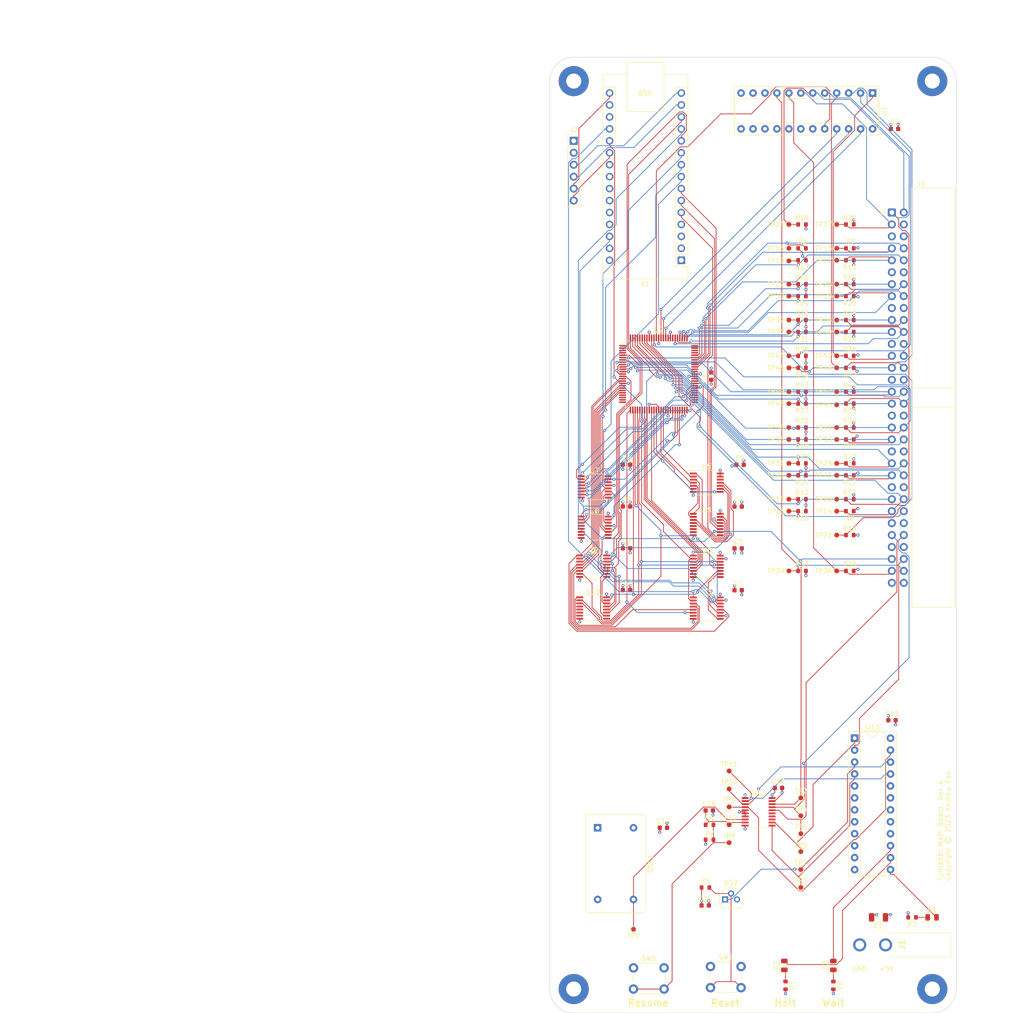
<source format=kicad_pcb>
(kicad_pcb (version 20241229) (generator "pcbnew") (generator_version "9.0")
  (title_block (title "Turtle16: Main Board") (date "2023-11-27") (rev "A") (comment 4 "The processor and all peripherals connect to the main board."))
  (layers (0 "F.Cu" signal) (4 "In1.Cu" power) (6 "In2.Cu" power) (2 "B.Cu" signal) (13 "F.Paste" user) (15 "B.Paste" user) (5 "F.SilkS" user "F.Silkscreen") (7 "B.SilkS" user "B.Silkscreen") (1 "F.Mask" user) (3 "B.Mask" user) (25 "Edge.Cuts" user))
  (net 0 "")
  (net 1 "GND")
  (net 2 "VCC")
  (net 3 "/Clock/ButtonRC")
  (net 4 "Net-(D1-K)")
  (net 5 "/Clock/PowerLED")
  (net 6 "Net-(D2-K)")
  (net 7 "/Clock/HaltLED")
  (net 8 "Net-(D3-K)")
  (net 9 "/Clock/WaitLED")
  (net 12 "/~{RST}")
  (net 13 "/ArduinoInterface/SIa")
  (net 14 "/ArduinoInterface/SCKa")
  (net 15 "/ArduinoInterface/RCLKa")
  (net 16 "/ArduinoInterface/SIb")
  (net 17 "/ArduinoInterface/SCKb")
  (net 18 "/ArduinoInterface/RCLKb")
  (net 19 "/ArduinoInterface/SIc")
  (net 20 "/ArduinoInterface/SCKc")
  (net 21 "/ArduinoInterface/RCLKc")
  (net 22 "/ArduinoInterface/MOSI")
  (net 23 "/ArduinoInterface/MISO")
  (net 24 "/ArduinoInterface/SCK")
  (net 27 "/ArduinoInterface/~{PL}")
  (net 28 "/ArduinoInterface/SCKd")
  (net 29 "/ArduinoInterface/CS")
  (net 36 "/Clock/Phi2")
  (net 37 "/Clock/Phi1")
  (net 39 "/Clock/RawClock")
  (net 40 "Net-(R2-Pad2)")
  (net 41 "/Clock/Button0")
  (net 42 "/Clock/Phi0")
  (net 43 "/Clock/~{RST_async}")
  (net 44 "/Clock/Phi1_0")
  (net 45 "/Clock/Phi2_0")
  (net 46 "/Clock/{slash}RST_sync0")
  (net 47 "/RAM/Bank0")
  (net 48 "/ArduinoInterface/RAddr1")
  (net 49 "/ArduinoInterface/RAddr2")
  (net 50 "/ArduinoInterface/RAddr3")
  (net 51 "/ArduinoInterface/RAddr4")
  (net 52 "/ArduinoInterface/RAddr5")
  (net 53 "/ArduinoInterface/RAddr6")
  (net 54 "/ArduinoInterface/RAddr7")
  (net 55 "/ArduinoInterface/RAddr0")
  (net 56 "/ArduinoInterface/RIO0")
  (net 57 "/ArduinoInterface/RIO1")
  (net 58 "/ArduinoInterface/RIO2")
  (net 59 "/ArduinoInterface/RIO3")
  (net 60 "/ArduinoInterface/RIO4")
  (net 61 "/ArduinoInterface/RIO5")
  (net 62 "/ArduinoInterface/RIO6")
  (net 63 "/ArduinoInterface/RIO7")
  (net 64 "/ArduinoInterface/RIO8")
  (net 65 "/ArduinoInterface/RIO9")
  (net 66 "/ArduinoInterface/RIO10")
  (net 67 "/ArduinoInterface/RIO11")
  (net 68 "/ArduinoInterface/RIO12")
  (net 69 "/ArduinoInterface/RIO13")
  (net 70 "/ArduinoInterface/RIO14")
  (net 71 "/ArduinoInterface/RIO15")
  (net 72 "/ArduinoInterface/~{OE}R")
  (net 73 "/ArduinoInterface/R{slash}~{W}R")
  (net 74 "/ArduinoInterface/~{SEM}R")
  (net 75 "/ArduinoInterface/~{CE}R")
  (net 76 "/ArduinoInterface/RAddr11")
  (net 77 "/ArduinoInterface/RAddr10")
  (net 78 "/ArduinoInterface/RAddr9")
  (net 79 "/ArduinoInterface/RAddr8")
  (net 80 "/ArduinoInterface/~{DataOut}")
  (net 81 "Net-(U12-VDD)")
  (net 84 "Net-(U3-Q7)")
  (net 85 "Net-(U4-QB)")
  (net 86 "Net-(U4-QC)")
  (net 87 "Net-(U4-QD)")
  (net 88 "Net-(U4-QE)")
  (net 93 "Net-(U4-QA)")
  (net 97 "Net-(U7-QH')")
  (net 103 "Net-(U10-SER)")
  (net 124 "/RAM/Bank1")
  (net 125 "/RAM/Bank2")
  (net 126 "/RAM/Addr0")
  (net 127 "/RAM/Addr1")
  (net 128 "/RAM/Addr2")
  (net 129 "/RAM/Addr3")
  (net 130 "/RAM/Addr4")
  (net 131 "/RAM/Addr5")
  (net 132 "/RAM/Addr6")
  (net 133 "/RAM/Addr7")
  (net 134 "/RAM/Addr8")
  (net 135 "/RAM/Addr9")
  (net 136 "/RAM/Addr10")
  (net 137 "/RAM/Addr11")
  (net 138 "/RAM/Addr12")
  (net 139 "/RAM/Addr13")
  (net 140 "/RAM/Addr14")
  (net 141 "/RAM/Addr15")
  (net 142 "/RAM/IO14")
  (net 143 "/RAM/IO15")
  (net 144 "/RAM/IO12")
  (net 145 "/RAM/IO13")
  (net 146 "/RAM/IO10")
  (net 147 "/RAM/IO11")
  (net 148 "/RAM/IO8")
  (net 149 "/RAM/IO9")
  (net 150 "/RAM/IO6")
  (net 151 "/RAM/IO7")
  (net 152 "/RAM/IO4")
  (net 153 "/RAM/IO5")
  (net 154 "/RAM/IO2")
  (net 155 "/RAM/IO3")
  (net 156 "/RAM/IO0")
  (net 157 "/RAM/IO1")
  (net 158 "/~{HLT}")
  (net 159 "/RAM/~{MemStore}")
  (net 160 "/RAM/~{MemLoad}")
  (net 170 "/RAM/~{OE}L")
  (net 171 "/RAM/R{slash}~{W}L")
  (net 172 "/RAM/~{SEM}L")
  (net 173 "/RAM/~{CE}L")
  (footprint "TestPoint:TestPoint_Pad_D1.0mm" (layer "F.Cu") (at 274.32 83.82)
    (property "Reference" "TP34")
    (property "Value" "Addr9")
  )
  (footprint "Resistor_SMD:R_0603_1608Metric" (layer "F.Cu") (at 247.2925 191.135)
    (property "Reference" "R4")
    (property "Value" "1K")
  )
  (footprint "TestPoint:TestPoint_Pad_D1.0mm" (layer "F.Cu") (at 274.32 137.16)
    (property "Reference" "TP36")
    (property "Value" "~{MemStore}")
  )
  (footprint "Package_DIP:DIP-24_W7.62mm_Socket" (layer "F.Cu") (at 278.13 172.72)
    (property "Reference" "U13")
    (property "Value" "ATF22V10C")
  )
  (footprint "MountingHole:MountingHole_3.2mm_M3_Pad" (layer "F.Cu") (at 218.44 33.02)
    (property "Reference" "H1" (hide yes))
    (property "Value" "MountingHole_Pad" (hide yes))
  )
  (footprint "Capacitor_SMD:C_0603_1608Metric" (layer "F.Cu") (at 286.0725 168.91)
    (property "Reference" "C13")
    (property "Value" "0.1uF")
  )
  (footprint "TestPoint:TestPoint_Pad_D1.0mm" (layer "F.Cu") (at 251.46 194.945)
    (property "Reference" "TP8")
    (property "Value" "Resume")
  )
  (footprint "TestPoint:TestPoint_Pad_D1.0mm" (layer "F.Cu") (at 264.16 116.84 180)
    (property "Reference" "TP26")
    (property "Value" "IO5")
  )
  (footprint "Resistor_SMD:R_0603_1608Metric" (layer "F.Cu") (at 277.114 109.22)
    (property "Reference" "R27")
    (property "Value" "10K")
  )
  (footprint "Package_SO:TSSOP-16_4.4x5mm_P0.65mm" (layer "F.Cu") (at 222.5725 145.045)
    (property "Reference" "U10")
    (property "Value" "74HC595")
  )
  (footprint "Resistor_SMD:R_0603_1608Metric" (layer "F.Cu") (at 266.954 86.36)
    (property "Reference" "R31")
    (property "Value" "10K")
  )
  (footprint "Package_SO:TSSOP-16_4.4x5mm_P0.65mm" (layer "F.Cu") (at 246.7025 145.075)
    (property "Reference" "U3")
    (property "Value" "74HC165")
  )
  (footprint "TestPoint:TestPoint_Pad_D1.0mm" (layer "F.Cu") (at 266.7 196.85)
    (property "Reference" "TP5")
    (property "Value" "Phi0")
  )
  (footprint "Capacitor_SMD:C_0603_1608Metric" (layer "F.Cu") (at 229.6525 141.235)
    (property "Reference" "C10")
    (property "Value" "0.1uF")
  )
  (footprint "TestPoint:TestPoint_Pad_D1.0mm" (layer "F.Cu") (at 274.32 93.98 180)
    (property "Reference" "TP48")
    (property "Value" "Addr15")
  )
  (footprint "TestPoint:TestPoint_Pad_D1.0mm" (layer "F.Cu") (at 264.16 78.74 180)
    (property "Reference" "TP30")
    (property "Value" "Addr7")
  )
  (footprint "TestPoint:TestPoint_Pad_D1.0mm" (layer "F.Cu") (at 264.16 63.5)
    (property "Reference" "TP24")
    (property "Value" "Bank1")
  )
  (footprint "TestPoint:TestPoint_Pad_D1.0mm" (layer "F.Cu") (at 274.32 114.3)
    (property "Reference" "TP29")
    (property "Value" "IO6")
  )
  (footprint "Resistor_SMD:R_0603_1608Metric" (layer "F.Cu") (at 277.114 83.82)
    (property "Reference" "R28")
    (property "Value" "10K")
  )
  (footprint "Resistor_SMD:R_0603_1608Metric" (layer "F.Cu") (at 266.954 101.6)
    (property "Reference" "R37")
    (property "Value" "10K")
  )
  (footprint "Resistor_SMD:R_0603_1608Metric" (layer "F.Cu") (at 266.954 91.44)
    (property "Reference" "R38")
    (property "Value" "10K")
  )
  (footprint "MountingHole:MountingHole_3.2mm_M3_Pad" (layer "F.Cu") (at 294.64 33.02)
    (property "Reference" "H4" (hide yes))
    (property "Value" "MountingHole_Pad" (hide yes))
  )
  (footprint "TestPoint:TestPoint_Pad_D1.0mm" (layer "F.Cu") (at 264.16 114.3)
    (property "Reference" "TP31")
    (property "Value" "IO7")
  )
  (footprint "LED_SMD:LED_0805_2012Metric" (layer "F.Cu") (at 294.5875 210.82)
    (property "Reference" "D1")
    (property "Value" "Power OK")
  )
  (footprint "Resistor_SMD:R_0603_1608Metric" (layer "F.Cu") (at 277.114 129.54)
    (property "Reference" "R15")
    (property "Value" "10K")
  )
  (footprint "TestPoint:TestPoint_Pad_D1.0mm" (layer "F.Cu") (at 264.16 71.247 180)
    (property "Reference" "TP19")
    (property "Value" "Addr3")
  )
  (footprint "Resistor_SMD:R_0603_1608Metric" (layer "F.Cu") (at 277.114 93.98)
    (property "Reference" "R42")
    (property "Value" "10K")
  )
  (footprint "TestPoint:TestPoint_Pad_D1.0mm" (layer "F.Cu") (at 274.32 129.54)
    (property "Reference" "TP21")
    (property "Value" "Bank0")
  )
  (footprint "Resistor_SMD:R_0603_1608Metric" (layer "F.Cu") (at 277.114 106.68)
    (property "Reference" "R35")
    (property "Value" "10K")
  )
  (footprint "LED_SMD:LED_0805_2012Metric" (layer "F.Cu") (at 263.196 221.0325 90)
    (property "Reference" "D2")
    (property "Value" "Halt")
  )
  (footprint "TestPoint:TestPoint_Pad_D1.0mm" (layer "F.Cu") (at 264.16 86.36 180)
    (property "Reference" "TP37")
    (property "Value" "Addr10")
  )
  (footprint "Resistor_SMD:R_0603_1608Metric" (layer "F.Cu") (at 266.954 63.5)
    (property "Reference" "R18")
    (property "Value" "10K")
  )
  (footprint "Button_Switch_THT:SW_PUSH_6mm_H5mm" (layer "F.Cu") (at 231.14 221.56)
    (property "Reference" "SW2")
    (property "Value" "Resume")
  )
  (footprint "Package_SO:TSSOP-16_4.4x5mm_P0.65mm" (layer "F.Cu") (at 222.5725 136.155)
    (property "Reference" "U9")
    (property "Value" "74HC595")
  )
  (footprint "Package_TO_SOT_THT:TO-92" (layer "F.Cu") (at 250.5975 207.01)
    (property "Reference" "U12")
    (property "Value" "MCP100-450D")
  )
  (footprint "Resistor_SMD:R_0603_1608Metric" (layer "F.Cu") (at 266.954 137.16)
    (property "Reference" "R33")
    (property "Value" "10K")
  )
  (footprint "TestPoint:TestPoint_Pad_D1.0mm" (layer "F.Cu") (at 274.32 91.44)
    (property "Reference" "TP42")
    (property "Value" "Addr12")
  )
  (footprint "Package_QFP:TQFP-100_14x14mm_P0.5mm" (layer "F.Cu") (at 236.49 95.2925)
    (property "Reference" "U2")
    (property "Value" "IDT7024L15PFG")
  )
  (footprint "TestPoint:TestPoint_Pad_D1.0mm" (layer "F.Cu") (at 264.16 109.22 180)
    (property "Reference" "TP35")
    (property "Value" "IO9")
  )
  (footprint "TestPoint:TestPoint_Pad_D1.0mm" (layer "F.Cu") (at 274.32 76.2)
    (property "Reference" "TP25")
    (property "Value" "Addr5")
  )
  (footprint "Resistor_SMD:R_0603_1608Metric" (layer "F.Cu") (at 266.954 71.12)
    (property "Reference" "R13")
    (property "Value" "10K")
  )
  (footprint "TestPoint:TestPoint_Pad_D1.0mm" (layer "F.Cu") (at 274.32 109.22 180)
    (property "Reference" "TP33")
    (property "Value" "IO8")
  )
  (footprint "Resistor_SMD:R_0603_1608Metric" (layer "F.Cu") (at 266.954 83.82)
    (property "Reference" "R26")
    (property "Value" "10K")
  )
  (footprint "Capacitor_SMD:C_0603_1608Metric" (layer "F.Cu") (at 253.375 132.375)
    (property "Reference" "C3")
    (property "Value" "0.1uF")
  )
  (footprint "Resistor_SMD:R_0603_1608Metric" (layer "F.Cu") (at 277.114 137.16)
    (property "Reference" "R30")
    (property "Value" "10K")
  )
  (footprint "Capacitor_SMD:C_0603_1608Metric" (layer "F.Cu") (at 286.6125 43.18)
    (property "Reference" "C2")
    (property "Value" "0.1uF")
  )
  (footprint "Capacitor_SMD:C_0603_1608Metric" (layer "F.Cu") (at 246.38 208.28)
    (property "Reference" "C15")
    (property "Value" "0.1uF")
  )
  (footprint "TestPoint:TestPoint_Pad_D1.0mm" (layer "F.Cu") (at 274.32 99.06)
    (property "Reference" "TP47")
    (property "Value" "IO14")
  )
  (footprint "TestPoint:TestPoint_Pad_D1.0mm" (layer "F.Cu") (at 264.16 93.98 180)
    (property "Reference" "TP46")
    (property "Value" "Addr14")
  )
  (footprint "Resistor_SMD:R_0603_1608Metric" (layer "F.Cu") (at 277.114 71.12)
    (property "Reference" "R11")
    (property "Value" "10K")
  )
  (footprint "Resistor_SMD:R_0603_1608Metric" (layer "F.Cu") (at 266.954 109.22)
    (property "Reference" "R29")
    (property "Value" "10K")
  )
  (footprint "TestPoint:TestPoint_Pad_D1.0mm" (layer "F.Cu") (at 231.14 213.36 180)
    (property "Reference" "TP1")
    (property "Value" "RawClock")
  )
  (footprint "Package_SO:TSSOP-16_4.4x5mm_P0.65mm" (layer "F.Cu") (at 246.7025 127.295)
    (property "Reference" "U4")
    (property "Value" "74HC595")
  )
  (footprint "TestPoint:TestPoint_Pad_D1.0mm" (layer "F.Cu") (at 251.46 179.705)
    (property "Reference" "TP11")
    (property "Value" "TP")
  )
  (footprint "TestPoint:TestPoint_Pad_D1.0mm" (layer "F.Cu") (at 274.32 106.68)
    (property "Reference" "TP41")
    (property "Value" "IO11")
  )
  (footprint "TestPoint:TestPoint_Pad_D1.0mm" (layer "F.Cu") (at 266.7 189.23)
    (property "Reference" "TP4")
    (property "Value" "Phi2")
  )
  (footprint "TestPoint:TestPoint_Pad_D1.0mm" (layer "F.Cu") (at 274.32 86.36 180)
    (property "Reference" "TP40")
    (property "Value" "Addr11")
  )
  (footprint "Capacitor_SMD:C_0603_1608Metric" (layer "F.Cu") (at 253.375 123.485)
    (property "Reference" "C4")
    (property "Value" "0.1uF")
  )
  (footprint "Resistor_SMD:R_0603_1608Metric" (layer "F.Cu") (at 277.114 101.6)
    (property "Reference" "R39")
    (property "Value" "10K")
  )
  (footprint "Resistor_SMD:R_0603_1608Metric" (layer "F.Cu") (at 263.45 225.285 -90)
    (property "Reference" "R5")
    (property "Value" "270R")
  )
  (footprint "TestPoint:TestPoint_Pad_D1.0mm" (layer "F.Cu") (at 264.16 137.16)
    (property "Reference" "TP39")
    (property "Value" "~{MemLoad}")
  )
  (footprint "Capacitor_SMD:C_0603_1608Metric" (layer "F.Cu") (at 261.9455 183.302)
    (property "Reference" "C12")
    (property "Value" "0.1uF")
  )
  (footprint "TestPoint:TestPoint_Pad_D1.0mm" (layer "F.Cu") (at 274.32 101.854 180)
    (property "Reference" "TP45")
    (property "Value" "IO13")
  )
  (footprint "TestPoint:TestPoint_Pad_D1.0mm" (layer "F.Cu") (at 274.32 71.12 180)
    (property "Reference" "TP17")
    (property "Value" "Addr2")
  )
  (footprint "Package_DIP:DIP-24_W7.62mm_Socket" (layer "F.Cu") (at 281.94 35.56 -90)
    (property "Reference" "U1")
    (property "Value" "ATF22V10C")
  )
  (footprint "Package_SO:TSSOP-16_4.4x5mm_P0.65mm" (layer "F.Cu") (at 222.895 119.29)
    (property "Reference" "U7")
    (property "Value" "74HC595")
  )
  (footprint "TestPoint:TestPoint_Pad_D1.0mm" (layer "F.Cu") (at 264.16 99.06)
    (property "Reference" "TP49")
    (property "Value" "IO15")
  )
  (footprint "Capacitor_SMD:C_0603_1608Metric" (layer "F.Cu") (at 253.375 141.265)
    (property "Reference" "C7")
    (property "Value" "0.1uF")
  )
  (footprint "Capacitor_SMD:C_0603_1608Metric" (layer "F.Cu") (at 229.6525 132.345)
    (property "Reference" "C9")
    (property "Value" "0.1uF")
  )
  (footprint "Resistor_SMD:R_0603_1608Metric" (layer "F.Cu") (at 277.114 86.36)
    (property "Reference" "R34")
    (property "Value" "10K")
  )
  (footprint "MountingHole:MountingHole_3.2mm_M3_Pad" (layer "F.Cu") (at 218.44 226.06)
    (property "Reference" "H3" (hide yes))
    (property "Value" "MountingHole_Pad" (hide yes))
  )
  (footprint "Resistor_SMD:R_0603_1608Metric" (layer "F.Cu") (at 266.954 93.98)
    (property "Reference" "R40")
    (property "Value" "10K")
  )
  (footprint "TestPoint:TestPoint_Pad_D1.0mm" (layer "F.Cu") (at 274.32 121.92)
    (property "Reference" "TP20")
    (property "Value" "IO3")
  )
  (footprint "Capacitor_SMD:C_0603_1608Metric" (layer "F.Cu") (at 253.7825 114.595)
    (property "Reference" "C5")
    (property "Value" "0.1uF")
  )
  (footprint "Resistor_SMD:R_0603_1608Metric" (layer "F.Cu") (at 277.114 121.92)
    (property "Reference" "R14")
    (property "Value" "10K")
  )
  (footprint "Resistor_SMD:R_0603_1608Metric" (layer "F.Cu") (at 266.954 99.06)
    (property "Reference" "R43")
    (property "Value" "10K")
  )
  (footprint "TestPoint:TestPoint_Pad_D1.0mm" (layer "F.Cu") (at 264.16 101.6 180)
    (property "Reference" "TP43")
    (property "Value" "IO12")
  )
  (footprint "TestPoint:TestPoint_Pad_D1.0mm" (layer "F.Cu") (at 264.16 124.46 180)
    (property "Reference" "TP16")
    (property "Value" "IO1")
  )
  (footprint "Connector_IDC:IDC-Header_2x32_P2.54mm_Horizontal" (layer "F.Cu") (at 286.039 60.96)
    (property "Reference" "J3")
    (property "Value" "71922-164LF")
  )
  (footprint "Capacitor_SMD:C_0603_1608Metric" (layer "F.Cu") (at 229.6525 123.455)
    (property "Reference" "C8")
    (property "Value" "0.1uF")
  )
  (footprint "Package_SO:TSSOP-20_4.4x6.5mm_P0.65mm" (layer "F.Cu") (at 257.728 188.382)
    (property "Reference" "U11")
    (property "Value" "74AHCT245")
  )
  (footprint "TestPoint:TestPoint_Pad_D1.0mm" (layer "F.Cu") (at 264.16 68.58)
    (property "Reference" "TP15")
    (property "Value" "Addr1")
  )
  (footprint "Package_SO:TSSOP-16_4.4x5mm_P0.65mm" (layer "F.Cu") (at 246.7025 136.185)
    (property "Reference" "U6")
    (property "Value" "74HC165")
  )
  (footprint "TestPoint:TestPoint_Pad_D1.0mm" (layer "F.Cu") (at 274.32 63.5)
    (property "Reference" "TP27")
    (property "Value" "Bank2")
  )
  (footprint "Resistor_SMD:R_0603_1608Metric" (layer "F.Cu") (at 290.335 210.82 180)
    (property "Reference" "R3")
    (property "Value" "270R")
  )
  (footprint "TestPoint:TestPoint_Pad_D1.0mm" (layer "F.Cu") (at 264.16 83.82)
    (property "Reference" "TP32")
    (property "Value" "Addr8")
  )
  (footprint "TestPoint:TestPoint_Pad_D1.0mm" (layer "F.Cu") (at 266.7 185.42)
    (property "Reference" "TP2")
    (property "Value" "~{RST}")
  )
  (footprint "Resistor_SMD:R_0603_1608Metric" (layer "F.Cu") (at 277.114 91.44)
    (property "Reference" "R36")
    (property "Value" "10K")
  )
  (footprint "Resistor_SMD:R_0603_1608Metric" (layer "F.Cu") (at 266.954 116.84)
    (property "Reference" "R20")
    (property "Value" "10K")
  )
  (footprint "Resistor_SMD:R_0603_1608Metric" (layer "F.Cu") (at 277.114 76.2)
    (property "Reference" "R19")
    (property "Value" "10K")
  )
  (footprint "Capacitor_SMD:C_0603_1608Metric" (layer "F.Cu") (at 229.6525 114.565)
    (property "Reference" "C6")
    (property "Value" "0.1uF")
  )
  (footprint "Resistor_SMD:R_0603_1608Metric" (layer "F.Cu") (at 277.114 99.06)
    (property "Reference" "R41")
    (property "Value" "10K")
  )
  (footprint "Capacitor_SMD:C_1206_3216Metric" (layer "F.Cu") (at 283.21 210.82 180)
    (property "Reference" "C1")
    (property "Value" "100uF")
  )
  (footprint "TestPoint:TestPoint_Pad_D1.0mm" (layer "F.Cu") (at 274.32 124.46 180)
    (property "Reference" "TP14")
    (property "Value" "IO0")
  )
  (footprint "Resistor_SMD:R_0603_1608Metric" (layer "F.Cu") (at 247.2925 194.31)
    (property "Reference" "R2")
    (property "Value" "10K")
  )
  (footprint "Resistor_SMD:R_0603_1608Metric" (layer "F.Cu") (at 266.954 78.74)
    (property "Reference" "R24")
    (property "Value" "10K")
  )
  (footprint "Package_SO:TSSOP-14_4.4x5mm_P0.65mm" (layer "F.Cu") (at 246.7025 118.405)
    (property "Reference" "U5")
    (property "Value" "74AHCT04")
  )
  (footprint "TestPoint:TestPoint_Pad_D1.0mm" (layer "F.Cu") (at 266.7 204.47)
    (property "Reference" "TP3")
    (property "Value" "Debounced")
  )
  (footprint "TestPoint:TestPoint_Pad_D1.0mm" (layer "F.Cu") (at 266.7 193.04)
    (property "Reference" "TP6")
    (property "Value" "Phi1")
  )
  (footprint "Button_Switch_THT:SW_PUSH_6mm_H5mm" (layer "F.Cu") (at 247.5 221.27)
    (property "Reference" "SW1")
    (property "Value" "Reset")
  )
  (footprint "TestPoint:TestPoint_Pad_D1.0mm" (layer "F.Cu") (at 266.7 200.66)
    (property "Reference" "TP7")
    (property "Value" "~{RST_async}")
  )
  (footprint "Connector_PinHeader_2.54mm:PinHeader_1x06_P2.54mm_Vertical" (layer "F.Cu") (at 218.44 45.72)
    (property "Reference" "J2")
    (property "Value" "SDCard Header")
  )
  (footprint "TestPoint:TestPoint_Pad_D1.0mm" (layer "F.Cu") (at 264.16 91.44)
    (property "Reference" "TP44")
    (property "Value" "Addr13")
  )
  (footprint "TestPoint:TestPoint_Pad_D1.0mm" (layer "F.Cu") (at 264.16 76.2)
    (property "Reference" "TP22")
    (property "Value" "Addr4")
  )
  (footprint "TestPoint:TestPoint_Pad_D1.0mm" (layer "F.Cu") (at 251.46 183.515)
    (property "Reference" "TP10")
    (property "Value" "TP")
  )
  (footprint "LED_SMD:LED_0805_2012Metric" (layer "F.Cu") (at 273.61 221.0325 90)
    (property "Reference" "D3")
    (property "Value" "Wait")
  )
  (footprint "TestPoint:TestPoint_Pad_D1.0mm" (layer "F.Cu") (at 264.16 106.68)
    (property "Reference" "TP38")
    (property "Value" "IO10")
  )
  (footprint "TestPoint:TestPoint_Pad_D1.0mm" (layer "F.Cu") (at 274.32 78.74 180)
    (property "Reference" "TP28")
    (property "Value" "Addr6")
  )
  (footprint "Resistor_SMD:R_0603_1608Metric" (layer "F.Cu") (at 277.114 68.58)
    (property "Reference" "R7")
    (property "Value" "10K")
  )
  (footprint "Capacitor_SMD:C_0603_1608Metric" (layer "F.Cu") (at 247.2425 188.087)
    (property "Reference" "C16")
    (property "Value" "1uF")
  )
  (footprint "Resistor_SMD:R_0603_1608Metric" (layer "F.Cu") (at 266.954 124.46)
    (property "Reference" "R10")
    (property "Value" "10K")
  )
  (footprint "Resistor_SMD:R_0603_1608Metric" (layer "F.Cu") (at 266.954 121.92)
    (property "Reference" "R12")
    (property "Value" "10K")
  )
  (footprint "Resistor_SMD:R_0603_1608Metric" (layer "F.Cu") (at 266.954 76.2)
    (property "Reference" "R16")
    (property "Value" "10K")
  )
  (footprint "Capacitor_SMD:C_0603_1608Metric" (layer "F.Cu") (at 237.49 191.77)
    (property "Reference" "C14")
    (property "Value" "0.1uF")
  )
  (footprint "Resistor_SMD:R_0603_1608Metric" (layer "F.Cu") (at 277.114 63.5)
    (property "Reference" "R21")
    (property "Value" "10K")
  )
  (footprint "Connector_Molex:172448-0002" (layer "F.Cu") (at 284.7086 216.662 90)
    (property "Reference" "J1")
    (property "Value" "Power In" (hide yes))
  )
  (footprint "Resistor_SMD:R_0603_1608Metric" (layer "F.Cu") (at 273.61 225.285 -90)
    (property "Reference" "R6")
    (property "Value" "270R")
  )
  (footprint "Resistor_SMD:R_0603_1608Metric" (layer "F.Cu") (at 277.114 114.3)
    (property "Reference" "R23")
    (property "Value" "10K")
  )
  (footprint "TestPoint:TestPoint_Pad_D1.0mm" (layer "F.Cu") (at 251.46 187.325)
    (property "Reference" "TP9")
    (property "Value" "~")
  )
  (footprint "TestPoint:TestPoint_Pad_D1.0mm" (layer "F.Cu") (at 274.32 68.58)
    (property "Reference" "TP13")
    (property "Value" "Addr0")
  )
  (footprint "TestPoint:TestPoint_Pad_D1.0mm" (layer "F.Cu") (at 251.46 191.135)
    (property "Reference" "TP12")
    (property "Value" "TP")
  )
  (footprint "Resistor_SMD:R_0603_1608Metric" (layer "F.Cu") (at 266.954 106.68)
    (property "Reference" "R32")
    (property "Value" "10K")
  )
  (footprint "Resistor_SMD:R_0603_1608Metric" (layer "F.Cu") (at 277.114 124.46)
    (property "Reference" "R8")
    (property "Value" "10K")
  )
  (footprint "Resistor_SMD:R_0603_1608Metric" (layer "F.Cu") (at 266.954 68.58 180)
    (property "Reference" "R9")
    (property "Value" "10K")
  )
  (footprint "Package_SO:TSSOP-16_4.4x5mm_P0.65mm" (layer "F.Cu") (at 222.895 127.885)
    (property "Reference" "U8")
    (property "Value" "74HC595")
  )
  (footprint "Resistor_SMD:R_0603_1608Metric" (layer "F.Cu") (at 277.114 78.74)
    (property "Reference" "R22")
    (property "Value" "10K")
  )
  (footprint "Capacitor_SMD:C_0603_1608Metric" (layer "F.Cu") (at 247.65 95.745 90)
    (property "Reference" "C11")
    (property "Value" "0.1uF")
  )
  (footprint "MountingHole:MountingHole_3.2mm_M3_Pad" (layer "F.Cu") (at 294.64 226.06)
    (property "Reference" "H2" (hide yes))
    (property "Value" "MountingHole_Pad" (hide yes))
  )
  (footprint "Resistor_SMD:R_0603_1608Metric" (layer "F.Cu") (at 277.114 116.84)
    (property "Reference" "R17")
    (property "Value" "10K")
  )
  (footprint "Resistor_SMD:R_0603_1608Metric" (layer "F.Cu") (at 266.954 114.3)
    (property "Reference" "R25")
    (property "Value" "10K")
  )
  (footprint "Module:Arduino_Nano" (layer "F.Cu") (at 241.3 71.12 180)
    (property "Reference" "A1")
    (property "Value" "Arduino_Nano_Every")
  )
  (footprint "TestPoint:TestPoint_Pad_D1.0mm" (layer "F.Cu") (at 264.16 121.92)
    (property "Reference" "TP18")
    (property "Value" "IO2")
  )
  (footprint "Resistor_SMD:R_0603_1608Metric" (layer "F.Cu") (at 246.43 204.47)
    (property "Reference" "R1")
    (property "Value" "1K")
  )
  (footprint "Oscillator:Oscillator_DIP-14" (layer "F.Cu") (at 223.52 191.77 -90)
    (property "Reference" "OSC1")
    (property "Value" "25.175 MHz")
  )
  (footprint "TestPoint:TestPoint_Pad_D1.0mm" (layer "F.Cu") (at 274.32 116.84 180)
    (property "Reference" "TP23")
    (property "Value" "IO4")
  )
  (gr_line (start 294.64 231.14) (end 218.44 231.14) (stroke (width 0.1)) (layer "Edge.Cuts"))
  (gr_arc (start 218.44 231.14) (mid 214.847898 229.652102) (end 213.36 226.06) (stroke (width 0.1)) (layer "Edge.Cuts"))
  (gr_arc (start 213.36 33.02) (mid 214.847898 29.427898) (end 218.44 27.94) (stroke (width 0.1)) (layer "Edge.Cuts"))
  (gr_arc (start 299.72 226.06) (mid 298.232102 229.652102) (end 294.64 231.14) (stroke (width 0.1)) (layer "Edge.Cuts"))
  (gr_arc (start 294.64 27.94) (mid 298.232102 29.427898) (end 299.72 33.02) (stroke (width 0.1)) (layer "Edge.Cuts"))
  (gr_line (start 299.72 33.02) (end 299.72 226.06) (stroke (width 0.1)) (layer "Edge.Cuts"))
  (gr_line (start 218.44 27.94) (end 294.64 27.94) (stroke (width 0.1)) (layer "Edge.Cuts"))
  (gr_line (start 213.36 226.06) (end 213.36 33.02) (stroke (width 0.1)) (layer "Edge.Cuts"))
  (gr_text "Wait" (at 271.07 229.87 0) (layer "F.SilkS") (effects (font (size 1.5 1.5) (thickness 0.3) (bold yes)) (justify left bottom)))
  (gr_text "GND" (at 277.622 221.742 0) (layer "F.SilkS") (effects (font (size 1 1)) (justify left)))
  (gr_text "Turtle16: Main Board, Rev A\nCopyright © 2023 Andrew Fox" (at 297.18 203.2 90) (layer "F.SilkS") (effects (font (size 1 1)) (justify left)))
  (gr_text "Halt" (at 260.91 229.87 0) (layer "F.SilkS") (effects (font (size 1.5 1.5) (thickness 0.3) (bold yes)) (justify left bottom)))
  (gr_text "+5V" (at 283.21 221.742 0) (layer "F.SilkS") (effects (font (size 1 1)) (justify left)))
  (gr_text "Resume" (at 229.768572 229.87 0) (layer "F.SilkS") (effects (font (size 1.5 1.5) (thickness 0.3) (bold yes)) (justify left bottom)))
  (gr_text "Reset" (at 247.378572 229.87 0) (layer "F.SilkS") (effects (font (size 1.5 1.5) (thickness 0.3) (bold yes)) (justify left bottom)))
  (segment (start 227.8109 93.6365) (end 228.1549 93.2925) (width 0.1524) (layer "F.Cu") (net 1))
  (segment (start 228.1002 95.2925) (end 227.8109 95.0032) (width 0.1524) (layer "F.Cu") (net 1))
  (segment (start 277.939 72.0862) (end 277.939 71.12) (width 0.1524) (layer "F.Cu") (net 1))
  (segment (start 244.1525 95.2925) (end 245.3682 95.2925) (width 0.1524) (layer "F.Cu") (net 1))
  (segment (start 238.265 190.8165) (end 238.265 191.77) (width 0.1524) (layer "F.Cu") (net 1))
  (segment (start 289.51 209.8601) (end 289.51 210.82) (width 0.1524) (layer "F.Cu") (net 1))
  (segment (start 254.8655 191.307) (end 254.8655 192.0021) (width 0.1524) (layer "F.Cu") (net 1))
  (segment (start 277.939 82.8581) (end 277.939 83.82) (width 0.1524) (layer "F.Cu") (net 1))
  (segment (start 278.049 68.47) (end 277.939 68.58) (width 0.1524) (layer "F.Cu") (net 1))
  (segment (start 287.3875 42.2106) (end 287.3875 43.18) (width 0.1524) (layer "F.Cu") (net 1))
  (segment (start 227.5911 94.5612) (end 227.8109 94.5612) (width 0.1524) (layer "F.Cu") (net 1))
  (segment (start 228.1549 93.2925) (end 228.8275 93.2925) (width 0.1524) (layer "F.Cu") (net 1))
  (segment (start 249.565 146.7) (end 250.7875 146.7) (width 0.1524) (layer "F.Cu") (net 1))
  (segment (start 263.45 226.11) (end 263.45 227.004) (width 0.1524) (layer "F.Cu") (net 1))
  (segment (start 262.7205 183.302) (end 262.7205 184.2588) (width 0.1524) (layer "F.Cu") (net 1))
  (segment (start 261.1539 186.107) (end 260.5905 186.107) (width 0.1524) (layer "F.Cu") (net 1))
  (segment (start 262.7205 184.2588) (end 262.7205 184.5404) (width 0.1524) (layer "F.Cu") (net 1))
  (segment (start 278.5077 123.8913) (end 277.939 124.46) (width 0.1524) (layer "F.Cu") (net 1))
  (segment (start 278.8387 78.8554) (end 278.0544 78.8554) (width 0.1524) (layer "F.Cu") (net 1))
  (segment (start 254.15 141.265) (end 254.15 142.223) (width 0.1524) (layer "F.Cu") (net 1))
  (segment (start 267.779 85.2299) (end 267.779 83.82) (width 0.1524) (layer "F.Cu") (net 1))
  (segment (start 248.0175 189.0417) (end 248.0175 188.087) (width 0.1524) (layer "F.Cu") (net 1))
  (segment (start 254.8655 188.707) (end 254.8655 189.357) (width 0.1524) (layer "F.Cu") (net 1))
  (segment (start 278.1248 91.2542) (end 277.939 91.44) (width 0.1524) (layer "F.Cu") (net 1))
  (segment (start 254.8655 188.3757) (end 254.8655 188.707) (width 0.1524) (layer "F.Cu") (net 1))
  (segment (start 267.779 114.3) (end 267.779 115.2742) (width 0.1524) (layer "F.Cu") (net 1))
  (segment (start 267.779 115.2742) (end 267.779 116.84) (width 0.1524) (layer "F.Cu") (net 1))
  (segment (start 249.0119 126.97) (end 249.565 126.97) (width 0.1524) (layer "F.Cu") (net 1))
  (segment (start 278.8204 129.5391) (end 277.9399 129.5391) (width 0.1524) (layer "F.Cu") (net 1))
  (segment (start 230.4275 115.5186) (end 230.4275 114.565) (width 0.1524) (layer "F.Cu") (net 1))
  (segment (start 277.939 63.5) (end 277.939 62.5366) (width 0.1524) (layer "F.Cu") (net 1))
  (segment (start 228.8275 95.2925) (end 228.1002 95.2925) (width 0.1524) (layer "F.Cu") (net 1))
  (segment (start 247.65 94.0414) (end 247.65 94.97) (width 0.1524) (layer "F.Cu") (net 1))
  (segment (start 253.6415 188.3757) (end 254.8655 188.3757) (width 0.1524) (layer "F.Cu") (net 1))
  (segment (start 278.83 68.47) (end 278.049 68.47) (width 0.1524) (layer "F.Cu") (net 1))
  (segment (start 278.8357 91.2542) (end 278.1248 91.2542) (width 0.1524) (layer "F.Cu") (net 1))
  (segment (start 254.15 133.3284) (end 254.15 132.375) (width 0.1524) (layer "F.Cu") (net 1))
  (segment (start 278.0544 78.8554) (end 277.939 78.74) (width 0.1524) (layer "F.Cu") (net 1))
  (segment (start 267.779 92.9572) (end 267.779 93.98) (width 0.1524) (layer "F.Cu") (net 1))
  (segment (start 236.49 102.2748) (end 236.49 102.955) (width 0.1524) (layer "F.Cu") (net 1))
  (segment (start 267.779 86.36) (end 267.779 85.2299) (width 0.1524) (layer "F.Cu") (net 1))
  (segment (start 267.0487 70.2181) (end 267.0487 69.4997) (width 0.1524) (layer "F.Cu") (net 1))
  (segment (start 277.939 120.9548) (end 277.939 121.92) (width 0.1524) (layer "F.Cu") (net 1))
  (segment (start 250.8041 143.3631) (end 249.6519 143.3631) (width 0.1524) (layer "F.Cu") (net 1))
  (segment (start 220.0325 130.8392) (end 220.0325 130.16) (width 0.1524) (layer "F.Cu") (net 1))
  (segment (start 237.99 102.955) (end 238.49 102.955) (width 0.1524) (layer "F.Cu") (net 1))
  (segment (start 267.0487 69.4997) (end 266.129 68.58) (width 0.1524) (layer "F.Cu") (net 1))
  (segment (start 238.99 87.63) (end 238.49 87.63) (width 0.1524) (layer "F.Cu") (net 1))
  (segment (start 277.939 87.3148) (end 277.939 86.36) (width 0.1524) (layer "F.Cu") (net 1))
  (segment (start 220.0325 121.565) (end 220.292 121.8245) (width 0.1524) (layer "F.Cu") (net 1))
  (segment (start 248.2661 126.2242) (end 249.0119 126.97) (width 0.1524) (layer "F.Cu") (net 1))
  (segment (start 278.6565 108.5025) (end 277.939 109.22) (width 0.1524) (layer "F.Cu") (net 1))
  (segment (start 249.6519 143.3631) (end 249.565 143.45) (width 0.1524) (layer "F.Cu") (net 1))
  (segment (start 230.4275 141.235) (end 230.4275 140.2751) (width 0.1524) (layer "F.Cu") (net 1))
  (segment (start 238.99 87.63) (end 238.99 86.4108) (width 0.1524) (layer "F.Cu") (net 1))
  (segment (start 278.8177 116.3582) (end 278.4208 116.3582) (width 0.1524) (layer "F.Cu") (net 1))
  (segment (start 277.939 113.3348) (end 277.939 114.3) (width 0.1524) (layer "F.Cu") (net 1))
  (segment (start 247.155 207.326) (end 247.155 208.28) (width 0.1524) (layer "F.Cu") (net 1))
  (segment (start 238.49 102.955) (end 238.49 104.1739) (width 0.1524) (layer "F.Cu") (net 1))
  (segment (start 282.7935 210.2541) (end 282.3009 210.2541) (width 0.1524) (layer "F.Cu") (net 1))
  (segment (start 277.939 105.7264) (end 277.939 106.68) (width 0.1524) (layer "F.Cu") (net 1))
  (segment (start 267.779 101.6) (end 267.779 100.6301) (width 0.1524) (layer "F.Cu") (net 1))
  (segment (start 243.84 121.0359) (end 243.84 120.355) (width 0.1524) (layer "F.Cu") (net 1))
  (segment (start 278.8062 123.8913) (end 278.5077 123.8913) (width 0.1524) (layer "F.Cu") (net 1))
  (segment (start 225.7575 127.56) (end 226.9753 127.56) (width 0.1524) (layer "F.Cu") (net 1))
  (segment (start 267.779 107.6375) (end 267.779 109.22) (width 0.1524) (layer "F.Cu") (net 1))
  (segment (start 277.9399 129.5391) (end 277.939 129.54) (width 0.1524) (layer "F.Cu") (net 1))
  (segment (start 278.6563 94.6973) (end 277.939 93.98) (width 0.1524) (layer "F.Cu") (net 1))
  (segment (start 227.8109 94.5612) (end 227.8109 93.6365) (width 0.1524) (layer "F.Cu") (net 1))
  (segment (start 267.779 64.4585) (end 267.779 63.5) (width 0.1524) (layer "F.Cu") (net 1))
  (segment (start 234.49 86.4064) (end 234.49 87.63) (width 0.1524) (layer "F.Cu") (net 1))
  (segment (start 267.779 124.46) (end 267.779 123.19) (width 0.1524) (layer "F.Cu") (net 1))
  (segment (start 267.779 77.3072) (end 267.779 76.2) (width 0.1524) (layer "F.Cu") (net 1))
  (segment (start 267.779 91.44) (end 267.779 92.9572) (width 0.1524) (layer "F.Cu") (net 1))
  (segment (start 227.8109 95.0032) (end 227.8109 94.5612) (width 0.1524) (layer "F.Cu") (net 1))
  (segment (start 267.779 123.19) (end 267.779 121.92) (width 0.1524) (layer "F.Cu") (net 1))
  (segment (start 262.7205 184.5404) (end 261.1539 186.107) (width 0.1524) (layer "F.Cu") (net 1))
  (segment (start 254.5575 113.6383) (end 254.5575 114.595) (width 0.1524) (layer "F.Cu") (net 1))
  (segment (start 230.4275 122.493) (end 230.4275 123.455) (width 0.1524) (layer "F.Cu") (net 1))
  (segment (start 267.779 70.9484) (end 267.0487 70.2181) (width 0.1524) (layer "F.Cu") (net 1))
  (segment (start 267.779 71.12) (end 267.779 70.9484) (width 0.1524) (layer "F.Cu") (net 1))
  (segment (start 248.2661 126.1228) (end 248.2661 126.2242) (width 0.1524) (layer "F.Cu") (net 1))
  (segment (start 267.779 100.6301) (end 267.779 99.06) (width 0.1524) (layer "F.Cu") (net 1))
  (segment (start 250.7856 134.56) (end 249.565 134.56) (width 0.1524) (layer "F.Cu") (net 1))
  (segment (start 225.7575 118.965) (end 226.9794 118.965) (width 0.1524) (layer "F.Cu") (net 1))
  (segment (start 219.71 147.32) (end 219.71 148.0025) (width 0.1524) (layer "F.Cu") (net 1))
  (segment (start 243.84 147.35) (end 243.84 148.0328) (width 0.1524) (layer "F.Cu") (net 1))
  (segment (start 243.84 129.57) (end 243.84 130.2529) (width 0.1524) (layer "F.Cu") (net 1))
  (segment (start 254.8655 188.057) (end 254.8655 188.3757) (width 0.1524) (layer "F.Cu") (net 1))
  (segment (start 282.3009 210.2541) (end 281.735 210.82) (width 0.1524) (layer "F.Cu") (net 1))
  (segment (start 254.15 122.5211) (end 254.15 123.485) (width 0.1524) (layer "F.Cu") (net 1))
  (segment (start 234.4899 102.955) (end 234.4899 101.7323) (width 0.1524) (layer "F.Cu") (net 1))
  (segment (start 234.4899 101.7323) (end 235.9475 101.7323) (width 0.1524) (layer "F.Cu") (net 1))
  (segment (start 277.939 76.2) (end 277.939 75.2464) (width 0.1524) (layer "F.Cu") (net 1))
  (segment (start 273.61 226.9944) (end 273.61 226.11) (width 0.1524) (layer "F.Cu") (net 1))
  (segment (start 267.779 78.74) (end 267.779 77.3072) (width 0.1524) (layer "F.Cu") (net 1))
  (segment (start 243.84 139.1423) (end 243.84 138.46) (width 0.1524) (layer "F.Cu") (net 1))
  (segment (start 278.4208 116.3582) (end 277.939 116.84) (width 0.1524) (layer "F.Cu") (net 1))
  (segment (start 267.779 106.68) (end 267.779 107.6375) (width 0.1524) (layer "F.Cu") (net 1))
  (segment (start 286.8475 169.8724) (end 286.8475 168.91) (width 0.1524) (layer "F.Cu") (net 1))
  (segment (start 234.49 102.955) (end 234.4899 102.955) (width 0.1524) (layer "F.Cu") (net 1))
  (segment (start 219.71 138.43) (end 219.71 139.108) (width 0.1524) (layer "F.Cu") (net 1))
  (segment (start 220.292 121.8245) (end 220.292 122.2439) (width 0.1524) (layer "F.Cu") (net 1))
  (segment (start 230.4275 133.3098) (end 230.4275 132.345) (width 0.1524) (layer "F.Cu") (net 1))
  (segment (start 277.939 102.5663) (end 277.939 101.6) (width 0.1524) (layer "F.Cu") (net 1))
  (segment (start 277.939 99.06) (end 277.939 98.1066) (width 0.1524) (layer "F.Cu") (net 1))
  (segment (start 235.9475 101.7323) (end 236.49 102.2748) (width 0.1524) (layer "F.Cu") (net 1))
  (via (at 220.0325 130.8392) (size 0.65) (drill 0.3) (layers "F.Cu" "B.Cu") (net 1))
  (via (at 250.7875 146.7) (size 0.65) (drill 0.3) (layers "F.Cu" "B.Cu") (net 1))
  (via (at 263.45 227.004) (size 0.65) (drill 0.3) (layers "F.Cu" "B.Cu") (net 1))
  (via (at 267.779 123.19) (size 0.65) (drill 0.3) (layers "F.Cu" "B.Cu") (net 1))
  (via (at 219.71 139.108) (size 0.65) (drill 0.3) (layers "F.Cu" "B.Cu") (net 1))
  (via (at 278.6565 108.5025) (size 0.65) (drill 0.3) (layers "F.Cu" "B.Cu") (net 1))
  (via (at 250.7856 134.56) (size 0.65) (drill 0.3) (layers "F.Cu" "B.Cu") (net 1))
  (via (at 262.7205 184.2588) (size 0.65) (drill 0.3) (layers "F.Cu" "B.Cu") (net 1))
  (via (at 273.61 226.9944) (size 0.65) (drill 0.3) (layers "F.Cu" "B.Cu") (net 1))
  (via (at 243.84 121.0359) (size 0.65) (drill 0.3) (layers "F.Cu" "B.Cu") (net 1))
  (via (at 278.8357 91.2542) (size 0.65) (drill 0.3) (layers "F.Cu" "B.Cu") (net 1))
  (via (at 277.939 72.0862) (size 0.65) (drill 0.3) (layers "F.Cu" "B.Cu") (net 1))
  (via (at 238.49 104.1739) (size 0.65) (drill 0.3) (layers "F.Cu" "B.Cu") (net 1))
  (via (at 245.3682 95.2925) (size 0.65) (drill 0.3) (layers "F.Cu" "B.Cu") (net 1))
  (via (at 278.8062 123.8913) (size 0.65) (drill 0.3) (layers "F.Cu" "B.Cu") (net 1))
  (via (at 289.51 209.8601) (size 0.65) (drill 0.3) (layers "F.Cu" "B.Cu") (net 1))
  (via (at 243.84 130.2529) (size 0.65) (drill 0.3) (layers "F.Cu" "B.Cu") (net 1))
  (via (at 277.939 98.1066) (size 0.65) (drill 0.3) (layers "F.Cu" "B.Cu") (net 1))
  (via (at 226.9794 118.965) (size 0.65) (drill 0.3) (layers "F.Cu" "B.Cu") (net 1))
  (via (at 267.779 115.2742) (size 0.65) (drill 0.3) (layers "F.Cu" "B.Cu") (net 1))
  (via (at 230.4275 133.3098) (size 0.65) (drill 0.3) (layers "F.Cu" "B.Cu") (net 1))
  (via (at 282.7935 210.2541) (size 0.65) (drill 0.3) (layers "F.Cu" "B.Cu") (net 1))
  (via (at 278.6563 94.6973) (size 0.65) (drill 0.3) (layers "F.Cu" "B.Cu") (net 1))
  (via (at 286.8475 169.8724) (size 0.65) (drill 0.3) (layers "F.Cu" "B.Cu") (net 1))
  (via (at 248.0175 189.0417) (size 0.65) (drill 0.3) (layers "F.Cu" "B.Cu") (net 1))
  (via (at 250.8041 143.3631) (size 0.65) (drill 0.3) (layers "F.Cu" "B.Cu") (net 1))
  (via (at 253.6415 188.3757) (size 0.65) (drill 0.3) (layers "F.Cu" "B.Cu") (net 1))
  (via (at 238.99 86.4108) (size 0.65) (drill 0.3) (layers "F.Cu" "B.Cu") (net 1))
  (via (at 247.65 94.0414) (size 0.65) (drill 0.3) (layers "F.Cu" "B.Cu") (net 1))
  (via (at 254.8655 192.0021) (size 0.65) (drill 0.3) (layers "F.Cu" "B.Cu") (net 1))
  (via (at 267.779 92.9572) (size 0.65) (drill 0.3) (layers "F.Cu" "B.Cu") (net 1))
  (via (at 277.939 102.5663) (size 0.65) (drill 0.3) (layers "F.Cu" "B.Cu") (net 1))
  (via (at 234.4899 101.7323) (size 0.65) (drill 0.3) (layers "F.Cu" "B.Cu") (net 1))
  (via (at 277.939 75.2464) (size 0.65) (drill 0.3) (layers "F.Cu" "B.Cu") (net 1))
  (via (at 243.84 148.0328) (size 0.65) (drill 0.3) (layers "F.Cu" "B.Cu") (net 1))
  (via (at 267.779 77.3072) (size 0.65) (drill 0.3) (layers "F.Cu" "B.Cu") (net 1))
  (via (at 277.939 120.9548) (size 0.65) (drill 0.3) (layers "F.Cu" "B.Cu") (net 1))
  (via (at 248.2661 126.1228) (size 0.65) (drill 0.3) (layers "F.Cu" "B.Cu") (net 1))
  (via (at 278.8177 116.3582) (size 0.65) (drill 0.3) (layers "F.Cu" "B.Cu") (net 1))
  (via (at 277.939 105.7264) (size 0.65) (drill 0.3) (layers "F.Cu" "B.Cu") (net 1))
  (via (at 277.939 113.3348) (size 0.65) (drill 0.3) (layers "F.Cu" "B.Cu") (net 1))
  (via (at 267.779 64.4585) (size 0.65) (drill 0.3) (layers "F.Cu" "B.Cu") (net 1))
  (via (at 247.155 207.326) (size 0.65) (drill 0.3) (layers "F.Cu" "B.Cu") (net 1))
  (via (at 267.779 100.6301) (size 0.65) (drill 0.3) (layers "F.Cu" "B.Cu") (net 1))
  (via (at 278.8204 129.5391) (size 0.65) (drill 0.3) (layers "F.Cu" "B.Cu") (net 1))
  (via (at 254.15 122.5211) (size 0.65) (drill 0.3) (layers "F.Cu" "B.Cu") (net 1))
  (via (at 267.779 107.6375) (size 0.65) (drill 0.3) (layers "F.Cu" "B.Cu") (net 1))
  (via (at 220.292 122.2439) (size 0.65) (drill 0.3) (layers "F.Cu" "B.Cu") (net 1))
  (via (at 230.4275 122.493) (size 0.65) (drill 0.3) (layers "F.Cu" "B.Cu") (net 1))
  (via (at 219.71 148.0025) (size 0.65) (drill 0.3) (layers "F.Cu" "B.Cu") (net 1))
  (via (at 278.8387 78.8554) (size 0.65) (drill 0.3) (layers "F.Cu" "B.Cu") (net 1))
  (via (at 226.9753 127.56) (size 0.65) (drill 0.3) (layers "F.Cu" "B.Cu") (net 1))
  (via (at 254.5575 113.6383) (size 0.65) (drill 0.3) (layers "F.Cu" "B.Cu") (net 1))
  (via (at 277.939 87.3148) (size 0.65) (drill 0.3) (layers "F.Cu" "B.Cu") (net 1))
  (via (at 267.0487 70.2181) (size 0.65) (drill 0.3) (layers "F.Cu" "B.Cu") (net 1))
  (via (at 267.779 85.2299) (size 0.65) (drill 0.3) (layers "F.Cu" "B.Cu") (net 1))
  (via (at 234.49 86.4064) (size 0.65) (drill 0.3) (layers "F.Cu" "B.Cu") (net 1))
  (via (at 277.939 82.8581) (size 0.65) (drill 0.3) (layers "F.Cu" "B.Cu") (net 1))
  (via (at 277.939 62.5366) (size 0.65) (drill 0.3) (layers "F.Cu" "B.Cu") (net 1))
  (via (at 230.4275 140.2751) (size 0.65) (drill 0.3) (layers "F.Cu" "B.Cu") (net 1))
  (via (at 227.5911 94.5612) (size 0.65) (drill 0.3) (layers "F.Cu" "B.Cu") (net 1))
  (via (at 287.3875 42.2106) (size 0.65) (drill 0.3) (layers "F.Cu" "B.Cu") (net 1))
  (via (at 230.4275 115.5186) (size 0.65) (drill 0.3) (layers "F.Cu" "B.Cu") (net 1))
  (via (at 278.83 68.47) (size 0.65) (drill 0.3) (layers "F.Cu" "B.Cu") (net 1))
  (via (at 254.15 133.3284) (size 0.65) (drill 0.3) (layers "F.Cu" "B.Cu") (net 1))
  (via (at 243.84 139.1423) (size 0.65) (drill 0.3) (layers "F.Cu" "B.Cu") (net 1))
  (via (at 254.15 142.223) (size 0.65) (drill 0.3) (layers "F.Cu" "B.Cu") (net 1))
  (via (at 238.265 190.8165) (size 0.65) (drill 0.3) (layers "F.Cu" "B.Cu") (net 1))
  (segment (start 252.6 140.3089) (end 252.6 141.265) (width 0.1524) (layer "F.Cu") (net 2))
  (segment (start 225.4867 116.3321) (end 225.7575 116.6029) (width 0.1524) (layer "F.Cu") (net 2))
  (segment (start 228.8775 122.498) (end 228.8775 123.455) (width 0.1524) (layer "F.Cu") (net 2))
  (segment (start 260.5905 184.7756) (end 261.1705 184.1956) (width 0.1524) (layer "F.Cu") (net 2))
  (segment (start 252.6 133.3293) (end 252.6 132.375) (width 0.1524) (layer "F.Cu") (net 2))
  (segment (start 249.565 142.1191) (end 249.565 142.8) (width 0.1524) (layer "F.Cu") (net 2))
  (segment (start 228.8275 97.2925) (end 230.0467 97.2925) (width 0.1524) (layer "F.Cu") (net 2))
  (segment (start 260.5905 184.7756) (end 260.5905 185.457) (width 0.1524) (layer "F.Cu") (net 2))
  (segment (start 244.1525 95.7925) (end 242.9372 95.7925) (width 0.1524) (layer "F.Cu") (net 2))
  (segment (start 278.2702 136.8288) (end 277.939 137.16) (width 0.1524) (layer "F.Cu") (net 2))
  (segment (start 236.715 192.7276) (end 236.715 191.77) (width 0.1524) (layer "F.Cu") (net 2))
  (segment (start 225.7575 116.6029) (end 225.7575 117.015) (width 0.1524) (layer "F.Cu") (net 2))
  (segment (start 252.0718 114.8487) (end 252.7538 114.8487) (width 0.1524) (layer "F.Cu") (net 2))
  (segment (start 278.8293 136.8288) (end 278.2702 136.8288) (width 0.1524) (layer "F.Cu") (net 2))
  (segment (start 261.1705 184.1956) (end 261.1705 183.302) (width 0.1524) (layer "F.Cu") (net 2))
  (segment (start 225.435 133.88) (end 225.435 133.1922) (width 0.1524) (layer "F.Cu") (net 2))
  (segment (start 228.8275 94.7925) (end 230.053 94.7925) (width 0.1524) (layer "F.Cu") (net 2))
  (segment (start 285.2509 210.2541) (end 284.685 210.82) (width 0.1524) (layer "F.Cu") (net 2))
  (segment (start 246.4675 195.2646) (end 246.4675 194.31) (width 0.1524) (layer "F.Cu") (net 2))
  (segment (start 228.8775 115.5438) (end 228.8775 114.565) (width 0.1524) (layer "F.Cu") (net 2))
  (segment (start 285.2975 167.9348) (end 285.2975 168.91) (width 0.1524) (layer "F.Cu") (net 2))
  (segment (start 285.7451 210.2541) (end 285.2509 210.2541) (width 0.1524) (layer "F.Cu") (net 2))
  (segment (start 228.8775 131.3815) (end 228.8775 132.345) (width 0.1524) (layer "F.Cu") (net 2))
  (segment (start 252.7538 114.8487) (end 253.0075 114.595) (width 0.1524) (layer "F.Cu") (net 2))
  (segment (start 247.65 97.4487) (end 247.65 96.52) (width 0.1524) (layer "F.Cu") (net 2))
  (segment (start 236.49 87.63) (end 236.49 88.846) (width 0.1524) (layer "F.Cu") (net 2))
  (segment (start 252.6 122.5306) (end 252.6 123.485) (width 0.1524) (layer "F.Cu") (net 2))
  (segment (start 249.565 133.91) (end 249.565 133.2312) (width 0.1524) (layer "F.Cu") (net 2))
  (segment (start 249.565 117.105) (end 249.565 116.455) (width 0.1524) (layer "F.Cu") (net 2))
  (segment (start 267.779 137.16) (end 267.779 138.1223) (width 0.1524) (layer "F.Cu") (net 2))
  (segment (start 228.8775 141.235) (end 228.8775 140.2792) (width 0.1524) (layer "F.Cu") (net 2))
  (segment (start 245.605 208.28) (end 245.605 207.3262) (width 0.1524) (layer "F.Cu") (net 2))
  (segment (start 285.8375 42.2176) (end 285.8375 43.18) (width 0.1524) (layer "F.Cu") (net 2))
  (segment (start 249.565 124.3397) (end 249.565 125.02) (width 0.1524) (layer "F.Cu") (net 2))
  (segment (start 254.8655 185.457) (end 254.8655 184.7783) (width 0.1524) (layer "F.Cu") (net 2))
  (segment (start 225.7575 124.9267) (end 225.7575 125.61) (width 0.1524) (layer "F.Cu") (net 2))
  (segment (start 249.565 116.455) (end 249.565 115.7674) (width 0.1524) (layer "F.Cu") (net 2))
  (segment (start 245.605 207.3262) (end 245.605 204.47) (width 0.1524) (layer "F.Cu") (net 2))
  (segment (start 225.435 142.77) (end 225.435 142.0892) (width 0.1524) (layer "F.Cu") (net 2))
  (via (at 242.9372 95.7925) (size 0.65) (drill 0.3) (layers "F.Cu" "B.Cu") (net 2))
  (via (at 225.435 142.0892) (size 0.65) (drill 0.3) (layers "F.Cu" "B.Cu") (net 2))
  (via (at 228.8775 115.5438) (size 0.65) (drill 0.3) (layers "F.Cu" "B.Cu") (net 2))
  (via (at 228.8775 140.2792) (size 0.65) (drill 0.3) (layers "F.Cu" "B.Cu") (net 2))
  (via (at 225.435 133.1922) (size 0.65) (drill 0.3) (layers "F.Cu" "B.Cu") (net 2))
  (via (at 225.4867 116.3321) (size 0.65) (drill 0.3) (layers "F.Cu" "B.Cu") (net 2))
  (via (at 252.6 140.3089) (size 0.65) (drill 0.3) (layers "F.Cu" "B.Cu") (net 2))
  (via (at 249.565 142.1191) (size 0.65) (drill 0.3) (layers "F.Cu" "B.Cu") (net 2))
  (via (at 228.8775 131.3815) (size 0.65) (drill 0.3) (layers "F.Cu" "B.Cu") (net 2))
  (via (at 236.715 192.7276) (size 0.65) (drill 0.3) (layers "F.Cu" "B.Cu") (net 2))
  (via (at 249.565 115.7674) (size 0.65) (drill 0.3) (layers "F.Cu" "B.Cu") (net 2))
  (via (at 252.6 133.3293) (size 0.65) (drill 0.3) (layers "F.Cu" "B.Cu") (net 2))
  (via (at 285.2975 167.9348) (size 0.65) (drill 0.3) (layers "F.Cu" "B.Cu") (net 2))
  (via (at 285.8375 42.2176) (size 0.65) (drill 0.3) (layers "F.Cu" "B.Cu") (net 2))
  (via (at 267.779 138.1223) (size 0.65) (drill 0.3) (layers "F.Cu" "B.Cu") (net 2))
  (via (at 225.7575 124.9267) (size 0.65) (drill 0.3) (layers "F.Cu" "B.Cu") (net 2))
  (via (at 245.605 207.3262) (size 0.65) (drill 0.3) (layers "F.Cu" "B.Cu") (net 2))
  (via (at 254.8655 184.7783) (size 0.65) (drill 0.3) (layers "F.Cu" "B.Cu") (net 2))
  (via (at 252.6 122.5306) (size 0.65) (drill 0.3) (layers "F.Cu" "B.Cu") (net 2))
  (via (at 260.5905 184.7756) (size 0.65) (drill 0.3) (layers "F.Cu" "B.Cu") (net 2))
  (via (at 285.7451 210.2541) (size 0.65) (drill 0.3) (layers "F.Cu" "B.Cu") (net 2))
  (via (at 249.565 124.3397) (size 0.65) (drill 0.3) (layers "F.Cu" "B.Cu") (net 2))
  (via (at 249.565 133.2312) (size 0.65) (drill 0.3) (layers "F.Cu" "B.Cu") (net 2))
  (via (at 247.65 97.4487) (size 0.65) (drill 0.3) (layers "F.Cu" "B.Cu") (net 2))
  (via (at 246.4675 195.2646) (size 0.65) (drill 0.3) (layers "F.Cu" "B.Cu") (net 2))
  (via (at 228.8775 122.498) (size 0.65) (drill 0.3) (layers "F.Cu" "B.Cu") (net 2))
  (via (at 230.0467 97.2925) (size 0.65) (drill 0.3) (layers "F.Cu" "B.Cu") (net 2))
  (via (at 278.8293 136.8288) (size 0.65) (drill 0.3) (layers "F.Cu" "B.Cu") (net 2))
  (via (at 252.0718 114.8487) (size 0.65) (drill 0.3) (layers "F.Cu" "B.Cu") (net 2))
  (via (at 236.49 88.846) (size 0.65) (drill 0.3) (layers "F.Cu" "B.Cu") (net 2))
  (via (at 230.053 94.7925) (size 0.65) (drill 0.3) (layers "F.Cu" "B.Cu") (net 2))
  (segment (start 246.4675 189.7126) (end 247.1787 190.4238) (width 0.1524) (layer "F.Cu") (net 3))
  (segment (start 251.938 190.657) (end 251.46 191.135) (width 0.1524) (layer "F.Cu") (net 3))
  (segment (start 247.1787 190.4238) (end 246.4675 191.135) (width 0.1524) (layer "F.Cu") (net 3))
  (segment (start 254.8655 190.657) (end 251.938 190.657) (width 0.1524) (layer "F.Cu") (net 3))
  (segment (start 251.46 191.135) (end 250.7488 190.4238) (width 0.1524) (layer "F.Cu") (net 3))
  (segment (start 246.4675 188.087) (end 246.4675 189.7126) (width 0.1524) (layer "F.Cu") (net 3))
  (segment (start 250.7488 190.4238) (end 247.1787 190.4238) (width 0.1524) (layer "F.Cu") (net 3))
  (segment (start 293.65 210.82) (end 291.16 210.82) (width 0.1524) (layer "F.Cu") (net 4))
  (segment (start 295.525 210.82) (end 286.3937 201.6887) (width 0.1524) (layer "F.Cu") (net 5))
  (segment (start 286.3937 201.6887) (end 285.75 201.6887) (width 0.1524) (layer "F.Cu") (net 5))
  (segment (start 285.75 200.66) (end 285.75 201.6887) (width 0.1524) (layer "F.Cu") (net 5))
  (segment (start 263.196 221.97) (end 263.45 222.224) (width 0.1524) (layer "F.Cu") (net 6))
  (segment (start 263.45 222.224) (end 263.45 224.46) (width 0.1524) (layer "F.Cu") (net 6))
  (segment (start 275.5334 209.3653) (end 285.75 199.1487) (width 0.1524) (layer "F.Cu") (net 7))
  (segment (start 263.9613 220.8603) (end 274.2692 220.8603) (width 0.1524) (layer "F.Cu") (net 7))
  (segment (start 275.5334 219.5961) (end 275.5334 209.3653) (width 0.1524) (layer "F.Cu") (net 7))
  (segment (start 274.2692 220.8603) (end 275.5334 219.5961) (width 0.1524) (layer "F.Cu") (net 7))
  (segment (start 263.196 220.095) (end 263.9613 220.8603) (width 0.1524) (layer "F.Cu") (net 7))
  (segment (start 285.75 198.12) (end 285.75 199.1487) (width 0.1524) (layer "F.Cu") (net 7))
  (segment (start 273.61 221.97) (end 273.61 224.46) (width 0.1524) (layer "F.Cu") (net 8))
  (segment (start 273.61 220.095) (end 273.61 208.7487) (width 0.1524) (layer "F.Cu") (net 9))
  (segment (start 273.61 208.7487) (end 285.75 196.6087) (width 0.1524) (layer "F.Cu") (net 9))
  (segment (start 285.75 195.58) (end 285.75 196.6087) (width 0.1524) (layer "F.Cu") (net 9))
  (segment (start 265.363 186.757) (end 260.5905 186.757) (width 0.1524) (layer "F.Cu") (net 12))
  (segment (start 266.5749 135.0139) (end 266.7586 135.1976) (width 0.1524) (layer "F.Cu") (net 12))
  (segment (start 224.8467 137.78) (end 225.435 137.78) (width 0.1524) (layer "F.Cu") (net 12))
  (segment (start 248.3439 128.7671) (end 249.4121 128.7671) (width 0.1524) (layer "F.Cu") (net 12))
  (segment (start 266.7586 177.2751) (end 266.7 177.3337) (width 0.1524) (layer "F.Cu") (net 12))
  (segment (start 225.7575 129.51) (end 225.1985 129.51) (width 0.1524) (layer "F.Cu") (net 12))
  (segment (start 266.7 185.42) (end 265.363 186.757) (width 0.1524) (layer "F.Cu") (net 12))
  (segment (start 266.7 177.3337) (end 266.7 185.42) (width 0.1524) (layer "F.Cu") (net 12))
  (segment (start 249.4121 128.7671) (end 249.565 128.92) (width 0.1524) (layer "F.Cu") (net 12))
  (segment (start 224.4665 130.2762) (end 224.4665 133.6195) (width 0.1524) (layer "F.Cu") (net 12))
  (segment (start 225.1985 129.51) (end 224.4665 130.242) (width 0.1524) (layer "F.Cu") (net 12))
  (segment (start 223.6496 134.4364) (end 223.6496 136.5829) (width 0.1524) (layer "F.Cu") (net 12))
  (segment (start 224.4665 133.6195) (end 223.6496 134.4364) (width 0.1524) (layer "F.Cu") (net 12))
  (segment (start 224.8467 137.78) (end 224.1479 138.4788) (width 0.1524) (layer "F.Cu") (net 12))
  (segment (start 224.1479 145.9876) (end 224.8303 146.67) (width 0.1524) (layer "F.Cu") (net 12))
  (segment (start 224.4665 130.242) (end 224.4665 130.2762) (width 0.1524) (layer "F.Cu") (net 12))
  (segment (start 224.9552 122.3901) (end 224.7696 122.2045) (width 0.1524) (layer "F.Cu") (net 12))
  (segment (start 224.8303 146.67) (end 225.435 146.67) (width 0.1524) (layer "F.Cu") (net 12))
  (segment (start 224.1479 138.4788) (end 224.1479 145.9876) (width 0.1524) (layer "F.Cu") (net 12))
  (segment (start 225.1821 120.915) (end 225.7575 120.915) (width 0.1524) (layer "F.Cu") (net 12))
  (segment (start 224.7696 122.2045) (end 224.7696 121.3275) (width 0.1524) (layer "F.Cu") (net 12))
  (segment (start 266.7586 135.1976) (end 266.7586 177.2751) (width 0.1524) (layer "F.Cu") (net 12))
  (segment (start 224.7696 121.3275) (end 225.1821 120.915) (width 0.1524) (layer "F.Cu") (net 12))
  (segment (start 223.6496 136.5829) (end 224.8467 137.78) (width 0.1524) (layer "F.Cu") (net 12))
  (via (at 248.3439 128.7671) (size 0.65) (drill 0.3) (layers "F.Cu" "B.Cu") (net 12))
  (via (at 224.4665 130.2762) (size 0.65) (drill 0.3) (layers "F.Cu" "B.Cu") (net 12))
  (via (at 266.5749 135.0139) (size 0.65) (drill 0.3) (layers "F.Cu" "B.Cu") (net 12))
  (via (at 224.9552 122.3901) (size 0.65) (drill 0.3) (layers "F.Cu" "B.Cu") (net 12))
  (segment (start 223.96 123.3853) (end 220.4942 123.3853) (width 0.1524) (layer "B.Cu") (net 12))
  (segment (start 243.3859 130.8685) (end 246.2425 130.8685) (width 0.1524) (layer "B.Cu") (net 12))
  (segment (start 226.06 66.04) (end 226.06 67.0687) (width 0.1524) (layer "B.Cu") (net 12))
  (segment (start 220.4942 126.3039) (end 220.4942 123.3853) (width 0.1524) (layer "B.Cu") (net 12))
  (segment (start 219.7382 122.6293) (end 219.7382 73.3905) (width 0.1524) (layer "B.Cu") (net 12))
  (segment (start 260.3281 128.7671) (end 266.5749 135.0139) (width 0.1524) (layer "B.Cu") (net 12))
  (segment (start 266.9688 134.62) (end 286.039 134.62) (width 0.1524) (layer "B.Cu") (net 12))
  (segment (start 266.5749 135.0139) (end 266.9688 134.62) (width 0.1524) (layer "B.Cu") (net 12))
  (segment (start 219.7382 73.3905) (end 226.06 67.0687) (width 0.1524) (layer "B.Cu") (net 12))
  (segment (start 248.3439 128.7671) (end 260.3281 128.7671) (width 0.1524) (layer "B.Cu") (net 12))
  (segment (start 242.7936 130.2762) (end 243.3859 130.8685) (width 0.1524) (layer "B.Cu") (net 12))
  (segment (start 224.4665 130.2762) (end 242.7936 130.2762) (width 0.1524) (layer "B.Cu") (net 12))
  (segment (start 224.9552 122.3901) (end 223.96 123.3853) (width 0.1524) (layer "B.Cu") (net 12))
  (segment (start 220.4942 123.3853) (end 219.7382 122.6293) (width 0.1524) (layer "B.Cu") (net 12))
  (segment (start 224.4665 130.2762) (end 220.4942 126.3039) (width 0.1524) (layer "B.Cu") (net 12))
  (segment (start 246.2425 130.8685) (end 248.3439 128.7671) (width 0.1524) (layer "B.Cu") (net 12))
  (segment (start 247.9452 91.3409) (end 246.9411 92.345) (width 0.1524) (layer "F.Cu") (net 13))
  (segment (start 250.5488 129.8534) (end 250.5488 126.7079) (width 0.1524) (layer "F.Cu") (net 13))
  (segment (start 248.7952 130.0197) (end 250.3825 130.0197) (width 0.1524) (layer "F.Cu") (net 13))
  (segment (start 241.3 60.96) (end 241.3 61.9887) (width 0.1524) (layer "F.Cu") (net 13))
  (segment (start 246.9411 92.345) (end 246.9411 128.1656) (width 0.1524) (layer "F.Cu") (net 13))
  (segment (start 250.1609 126.32) (end 249.565 126.32) (width 0.1524) (layer "F.Cu") (net 13))
  (segment (start 250.5488 126.7079) (end 250.1609 126.32) (width 0.1524) (layer "F.Cu") (net 13))
  (segment (start 247.9452 68.6339) (end 247.9452 91.3409) (width 0.1524) (layer "F.Cu") (net 13))
  (segment (start 241.3 61.9887) (end 247.9452 68.6339) (width 0.1524) (layer "F.Cu") (net 13))
  (segment (start 250.3825 130.0197) (end 250.5488 129.8534) (width 0.1524) (layer "F.Cu") (net 13))
  (segment (start 246.9411 128.1656) (end 248.7952 130.0197) (width 0.1524) (layer "F.Cu") (net 13))
  (segment (start 249.565 128.27) (end 248.9744 128.27) (width 0.1524) (layer "F.Cu") (net 14))
  (segment (start 248.9744 128.27) (end 247.4074 126.703) (width 0.1524) (layer "F.Cu") (net 14))
  (segment (start 247.4074 98.8802) (end 248.3564 97.9312) (width 0.1524) (layer "F.Cu") (net 14))
  (segment (start 241.3 58.42) (end 241.3 59.4487) (width 0.1524) (layer "F.Cu") (net 14))
  (segment (start 247.4074 126.703) (end 247.4074 98.8802) (width 0.1524) (layer "F.Cu") (net 14))
  (segment (start 248.3564 97.9312) (end 248.3564 66.5051) (width 0.1524) (layer "F.Cu") (net 14))
  (segment (start 248.3564 66.5051) (end 241.3 59.4487) (width 0.1524) (layer "F.Cu") (net 14))
  (segment (start 247.7124 126.3544) (end 247.7124 99.0324) (width 0.1524) (layer "F.Cu") (net 15))
  (segment (start 248.978 127.62) (end 247.7124 126.3544) (width 0.1524) (layer "F.Cu") (net 15))
  (segment (start 248.6903 64.299) (end 241.3 56.9087) (width 0.1524) (layer "F.Cu") (net 15))
  (segment (start 241.3 55.88) (end 241.3 56.9087) (width 0.1524) (layer "F.Cu") (net 15))
  (segment (start 247.7124 99.0324) (end 248.6903 98.0545) (width 0.1524) (layer "F.Cu") (net 15))
  (segment (start 249.565 127.62) (end 248.978 127.62) (width 0.1524) (layer "F.Cu") (net 15))
  (segment (start 248.6903 98.0545) (end 248.6903 64.299) (width 0.1524) (layer "F.Cu") (net 15))
  (segment (start 225.1957 118.315) (end 225.7575 118.315) (width 0.1524) (layer "F.Cu") (net 16))
  (segment (start 224.7877 107.5261) (end 224.7877 117.907) (width 0.1524) (layer "F.Cu") (net 16))
  (segment (start 224.7877 117.907) (end 225.1957 118.315) (width 0.1524) (layer "F.Cu") (net 16))
  (segment (start 225.034 107.2798) (end 224.7877 107.5261) (width 0.1524) (layer "F.Cu") (net 16))
  (via (at 225.034 107.2798) (size 0.65) (drill 0.3) (layers "F.Cu" "B.Cu") (net 16))
  (segment (start 236.4362 59.2325) (end 236.4362 82.5278) (width 0.1524) (layer "B.Cu") (net 16))
  (segment (start 226.3779 92.5861) (end 226.3779 105.9359) (width 0.1524) (layer "B.Cu") (net 16))
  (segment (start 241.3 54.3687) (end 236.4362 59.2325) (width 0.1524) (layer "B.Cu") (net 16))
  (segment (start 241.3 53.34) (end 241.3 54.3687) (width 0.1524) (layer "B.Cu") (net 16))
  (segment (start 226.3779 105.9359) (end 225.034 107.2798) (width 0.1524) (layer "B.Cu") (net 16))
  (segment (start 236.4362 82.5278) (end 226.3779 92.5861) (width 0.1524) (layer "B.Cu") (net 16))
  (segment (start 227.5589 125.0527) (end 227.2206 124.7144) (width 0.1524) (layer "F.Cu") (net 17))
  (segment (start 225.194 128.86) (end 224.0873 127.7533) (width 0.1524) (layer "F.Cu") (net 17))
  (segment (start 224.0873 104.0718) (end 225.2082 102.9509) (width 0.1524) (layer "F.Cu") (net 17))
  (segment (start 227.2206 121.1707) (end 226.3149 120.265) (width 0.1524) (layer "F.Cu") (net 17))
  (segment (start 227.5589 127.7676) (end 227.5589 125.0527) (width 0.1524) (layer "F.Cu") (net 17))
  (segment (start 225.7575 128.86) (end 225.194 128.86) (width 0.1524) (layer "F.Cu") (net 17))
  (segment (start 226.3149 120.265) (end 225.7575 120.265) (width 0.1524) (layer "F.Cu") (net 17))
  (segment (start 224.0873 127.7533) (end 224.0873 104.0718) (width 0.1524) (layer "F.Cu") (net 17))
  (segment (start 227.2206 124.7144) (end 227.2206 121.1707) (width 0.1524) (layer "F.Cu") (net 17))
  (segment (start 226.4665 128.86) (end 227.5589 127.7676) (width 0.1524) (layer "F.Cu") (net 17))
  (segment (start 225.7575 128.86) (end 226.4665 128.86) (width 0.1524) (layer "F.Cu") (net 17))
  (via (at 225.2082 102.9509) (size 0.65) (drill 0.3) (layers "F.Cu" "B.Cu") (net 17))
  (segment (start 235.8781 57.2506) (end 241.3 51.8287) (width 0.1524) (layer "B.Cu") (net 17))
  (segment (start 225.2082 76.8695) (end 235.8781 66.1996) (width 0.1524) (layer "B.Cu") (net 17))
  (segment (start 235.8781 66.1996) (end 235.8781 57.2506) (width 0.1524) (layer "B.Cu") (net 17))
  (segment (start 241.3 50.8) (end 241.3 51.8287) (width 0.1524) (layer "B.Cu") (net 17))
  (segment (start 225.2082 102.9509) (end 225.2082 76.8695) (width 0.1524) (layer "B.Cu") (net 17))
  (segment (start 225.1779 119.615) (end 224.48 118.9171) (width 0.1524) (layer "F.Cu") (net 18))
  (segment (start 224.4015 127.409) (end 225.2025 128.21) (width 0.1524) (layer "F.Cu") (net 18))
  (segment (start 225.1779 119.615) (end 224.4015 120.3914) (width 0.1524) (layer "F.Cu") (net 18))
  (segment (start 224.48 118.9171) (end 224.48 104.4878) (width 0.1524) (layer "F.Cu") (net 18))
  (segment (start 224.4015 120.3914) (end 224.4015 127.409) (width 0.1524) (layer "F.Cu") (net 18))
  (segment (start 225.2025 128.21) (end 225.7575 128.21) (width 0.1524) (layer "F.Cu") (net 18))
  (segment (start 224.48 104.4878) (end 224.6489 104.3189) (width 0.1524) (layer "F.Cu") (net 18))
  (segment (start 225.7575 119.615) (end 225.1779 119.615) (width 0.1524) (layer "F.Cu") (net 18))
  (via (at 224.6489 104.3189) (size 0.65) (drill 0.3) (layers "F.Cu" "B.Cu") (net 18))
  (segment (start 241.3 48.26) (end 241.3 49.2887) (width 0.1524) (layer "B.Cu") (net 18))
  (segment (start 230.0099 68.6251) (end 224.6489 73.9861) (width 0.1524) (layer "B.Cu") (net 18))
  (segment (start 224.6489 73.9861) (end 224.6489 104.3189) (width 0.1524) (layer "B.Cu") (net 18))
  (segment (start 241.3 49.2887) (end 230.0099 60.5788) (width 0.1524) (layer "B.Cu") (net 18))
  (segment (start 230.0099 60.5788) (end 230.0099 68.6251) (width 0.1524) (layer "B.Cu") (net 18))
  (segment (start 240.8972 39.5787) (end 241.6942 39.5787) (width 0.1524) (layer "F.Cu") (net 19))
  (segment (start 228.2225 129.7761) (end 228.2225 124.8537) (width 0.1524) (layer "F.Cu") (net 19))
  (segment (start 242.3608 43.6305) (end 241.3 44.6913) (width 0.1524) (layer "F.Cu") (net 19))
  (segment (start 225.435 135.18) (end 226.3264 135.18) (width 0.1524) (layer "F.Cu") (net 19))
  (segment (start 228.2225 124.8537) (end 227.8557 124.4869) (width 0.1524) (layer "F.Cu") (net 19))
  (segment (start 232.5584 92.7368) (end 229.7941 89.9725) (width 0.1524) (layer "F.Cu") (net 19))
  (segment (start 227.5359 130.4627) (end 228.2225 129.7761) (width 0.1524) (layer "F.Cu") (net 19))
  (segment (start 227.5359 133.9705) (end 227.5359 130.4627) (width 0.1524) (layer "F.Cu") (net 19))
  (segment (start 241.6942 39.5787) (end 242.3608 40.2453) (width 0.1524) (layer "F.Cu") (net 19))
  (segment (start 227.8557 124.4869) (end 227.8557 103.9297) (width 0.1524) (layer "F.Cu") (net 19))
  (segment (start 229.7941 50.6818) (end 240.8972 39.5787) (width 0.1524) (layer "F.Cu") (net 19))
  (segment (start 227.8557 103.9297) (end 232.5584 99.227) (width 0.1524) (layer "F.Cu") (net 19))
  (segment (start 242.3608 40.2453) (end 242.3608 43.6305) (width 0.1524) (layer "F.Cu") (net 19))
  (segment (start 232.5584 99.227) (end 232.5584 92.7368) (width 0.1524) (layer "F.Cu") (net 19))
  (segment (start 226.3264 135.18) (end 227.5359 133.9705) (width 0.1524) (layer "F.Cu") (net 19))
  (segment (start 241.3 45.72) (end 241.3 44.6913) (width 0.1524) (layer "F.Cu") (net 19))
  (segment (start 229.7941 89.9725) (end 229.7941 50.6818) (width 0.1524) (layer "F.Cu") (net 19))
  (segment (start 225.9984 146.02) (end 228.099 143.9194) (width 0.1524) (layer "F.Cu") (net 20))
  (segment (start 224.8297 137.13) (end 225.435 137.13) (width 0.1524) (layer "F.Cu") (net 20))
  (segment (start 225.435 146.02) (end 225.9984 146.02) (width 0.1524) (layer "F.Cu") (net 20))
  (segment (start 224.2127 135.2654) (end 224.2127 136.513) (width 0.1524) (layer "F.Cu") (net 20))
  (segment (start 224.2127 136.513) (end 224.8297 137.13) (width 0.1524) (layer "F.Cu") (net 20))
  (segment (start 228.099 143.9194) (end 228.099 138.3495) (width 0.1524) (layer "F.Cu") (net 20))
  (via (at 228.099 138.3495) (size 0.65) (drill 0.3) (layers "F.Cu" "B.Cu") (net 20))
  (via (at 224.2127 135.2654) (size 0.65) (drill 0.3) (layers "F.Cu" "B.Cu") (net 20))
  (segment (start 227.4543 58.0544) (end 227.4543 63.5856) (width 0.1524) (layer "B.Cu") (net 20))
  (segment (start 241.3 43.18) (end 241.3 44.2087) (width 0.1524) (layer "B.Cu") (net 20))
  (segment (start 219.419 71.1564) (end 219.419 127.857) (width 0.1524) (layer "B.Cu") (net 20))
  (segment (start 227.4543 63.5856) (end 226.2699 64.77) (width 0.1524) (layer "B.Cu") (net 20))
  (segment (start 224.2127 132.6507) (end 224.2127 135.2654) (width 0.1524) (layer "B.Cu") (net 20))
  (segment (start 225.8054 64.77) (end 219.419 71.1564) (width 0.1524) (layer "B.Cu") (net 20))
  (segment (start 224.2127 135.2654) (end 224.2127 135.3619) (width 0.1524) (layer "B.Cu") (net 20))
  (segment (start 226.2699 64.77) (end 225.8054 64.77) (width 0.1524) (layer "B.Cu") (net 20))
  (segment (start 219.419 127.857) (end 224.2127 132.6507) (width 0.1524) (layer "B.Cu") (net 20))
  (segment (start 224.2127 135.3619) (end 227.2003 138.3495) (width 0.1524) (layer "B.Cu") (net 20))
  (segment (start 241.3 44.2087) (end 227.4543 58.0544) (width 0.1524) (layer "B.Cu") (net 20))
  (segment (start 227.2003 138.3495) (end 228.099 138.3495) (width 0.1524) (layer "B.Cu") (net 20))
  (segment (start 228.5275 130.3337) (end 227.9974 130.8638) (width 0.1524) (layer "F.Cu") (net 21))
  (segment (start 241.3 40.64) (end 241.3 41.6687) (width 0.1524) (layer "F.Cu") (net 21))
  (segment (start 228.1607 123.8562) (end 228.5275 124.223) (width 0.1524) (layer "F.Cu") (net 21))
  (segment (start 232.9245 99.3472) (end 228.1607 104.111) (width 0.1524) (layer "F.Cu") (net 21))
  (segment (start 241.3 41.6687) (end 230.0991 52.8696) (width 0.1524) (layer "F.Cu") (net 21))
  (segment (start 227.9974 130.8638) (end 227.9974 135.5502) (width 0.1524) (layer "F.Cu") (net 21))
  (segment (start 227.9974 135.5502) (end 227.0795 136.4681) (width 0.1524) (layer "F.Cu") (net 21))
  (segment (start 226.0216 145.37) (end 227.3963 143.9953) (width 0.1524) (layer "F.Cu") (net 21))
  (segment (start 230.0991 89.8461) (end 232.9245 92.6715) (width 0.1524) (layer "F.Cu") (net 21))
  (segment (start 227.3963 143.9953) (end 227.3963 136.7849) (width 0.1524) (layer "F.Cu") (net 21))
  (segment (start 227.0795 136.4681) (end 225.4469 136.4681) (width 0.1524) (layer "F.Cu") (net 21))
  (segment (start 228.5275 124.223) (end 228.5275 130.3337) (width 0.1524) (layer "F.Cu") (net 21))
  (segment (start 225.4469 136.4681) (end 225.435 136.48) (width 0.1524) (layer "F.Cu") (net 21))
  (segment (start 228.1607 104.111) (end 228.1607 123.8562) (width 0.1524) (layer "F.Cu") (net 21))
  (segment (start 227.3963 136.7849) (end 227.0795 136.4681) (width 0.1524) (layer "F.Cu") (net 21))
  (segment (start 232.9245 92.6715) (end 232.9245 99.3472) (width 0.1524) (layer "F.Cu") (net 21))
  (segment (start 230.0991 52.8696) (end 230.0991 89.8461) (width 0.1524) (layer "F.Cu") (net 21))
  (segment (start 225.435 145.37) (end 226.0216 145.37) (width 0.1524) (layer "F.Cu") (net 21))
  (segment (start 231.232 47.1393) (end 225.7194 47.1393) (width 0.1524) (layer "B.Cu") (net 22))
  (segment (start 225.7194 47.1393) (end 219.5187 53.34) (width 0.1524) (layer "B.Cu") (net 22))
  (segment (start 241.3 38.1) (end 240.2713 38.1) (width 0.1524) (layer "B.Cu") (net 22))
  (segment (start 218.44 53.34) (end 219.5187 53.34) (width 0.1524) (layer "B.Cu") (net 22))
  (segment (start 240.2713 38.1) (end 231.232 47.1393) (width 0.1524) (layer "B.Cu") (net 22))
  (segment (start 229.0825 46.7488) (end 223.5699 46.7488) (width 0.1524) (layer "B.Cu") (net 23))
  (segment (start 241.3 35.56) (end 240.2713 35.56) (width 0.1524) (layer "B.Cu") (net 23))
  (segment (start 218.44 50.8) (end 219.5187 50.8) (width 0.1524) (layer "B.Cu") (net 23))
  (segment (start 223.5699 46.7488) (end 219.5187 50.8) (width 0.1524) (layer "B.Cu") (net 23))
  (segment (start 240.2713 35.56) (end 229.0825 46.7488) (width 0.1524) (layer "B.Cu") (net 23))
  (segment (start 219.5187 43.13) (end 219.5187 53.8576) (width 0.1524) (layer "F.Cu") (net 24))
  (segment (start 226.06 35.56) (end 226.06 36.5887) (width 0.1524) (layer "F.Cu") (net 24))
  (segment (start 218.44 55.88) (end 218.44 54.8013) (width 0.1524) (layer "F.Cu") (net 24))
  (segment (start 226.06 36.5887) (end 219.5187 43.13) (width 0.1524) (layer "F.Cu") (net 24))
  (segment (start 218.575 54.8013) (end 218.44 54.8013) (width 0.1524) (layer "F.Cu") (net 24))
  (segment (start 219.5187 53.8576) (end 218.575 54.8013) (width 0.1524) (layer "F.Cu") (net 24))
  (segment (start 243.84 141.6201) (end 243.7864 141.5665) (width 0.1524) (layer "F.Cu") (net 27))
  (segment (start 243.84 142.8) (end 243.84 141.6201) (width 0.1524) (layer "F.Cu") (net 27))
  (segment (start 243.84 133.91) (end 243.84 133.1896) (width 0.1524) (layer "F.Cu") (net 27))
  (via (at 243.84 133.1896) (size 0.65) (drill 0.3) (layers "F.Cu" "B.Cu") (net 27))
  (via (at 243.7864 141.5665) (size 0.65) (drill 0.3) (layers "F.Cu" "B.Cu") (net 27))
  (segment (start 228.0489 141.5665) (end 243.7864 141.5665) (width 0.1524) (layer "B.Cu") (net 27))
  (segment (start 248.1639 143.8769) (end 248.939 143.1018) (width 0.1524) (layer "B.Cu") (net 27))
  (segment (start 218.8099 49.53) (end 218.1686 49.53) (width 0.1524) (layer "B.Cu") (net 27))
  (segment (start 246.7275 133.1896) (end 243.84 133.1896) (width 0.1524) (layer "B.Cu") (net 27))
  (segment (start 248.939 135.4011) (end 246.7275 133.1896) (width 0.1524) (layer "B.Cu") (net 27))
  (segment (start 244.9417 141.1136) (end 247.705 143.8769) (width 0.1524) (layer "B.Cu") (net 27))
  (segment (start 248.939 143.1018) (end 248.939 135.4011) (width 0.1524) (layer "B.Cu") (net 27))
  (segment (start 225.0313 43.3086) (end 218.8099 49.53) (width 0.1524) (layer "B.Cu") (net 27))
  (segment (start 226.06 43.18) (end 225.0313 43.18) (width 0.1524) (layer "B.Cu") (net 27))
  (segment (start 244.2393 141.1136) (end 244.9417 141.1136) (width 0.1524) (layer "B.Cu") (net 27))
  (segment (start 247.705 143.8769) (end 248.1639 143.8769) (width 0.1524) (layer "B.Cu") (net 27))
  (segment (start 225.0313 43.18) (end 225.0313 43.3086) (width 0.1524) (layer "B.Cu") (net 27))
  (segment (start 217.3351 50.3635) (end 217.3351 130.8527) (width 0.1524) (layer "B.Cu") (net 27))
  (segment (start 217.3351 130.8527) (end 228.0489 141.5665) (width 0.1524) (layer "B.Cu") (net 27))
  (segment (start 243.7864 141.5665) (end 244.2393 141.1136) (width 0.1524) (layer "B.Cu") (net 27))
  (segment (start 218.1686 49.53) (end 217.3351 50.3635) (width 0.1524) (layer "B.Cu") (net 27))
  (segment (start 243.2328 143.45) (end 242.8451 143.0623) (width 0.1524) (layer "F.Cu") (net 28))
  (segment (start 242.8451 143.0623) (end 242.8451 134.9886) (width 0.1524) (layer "F.Cu") (net 28))
  (segment (start 237.5107 128.797) (end 243.2737 134.56) (width 0.1524) (layer "F.Cu") (net 28))
  (segment (start 227.1046 47.7933) (end 227.1046 72.0984) (width 0.1524) (layer "F.Cu") (net 28))
  (segment (start 226.06 46.7487) (end 227.1046 47.7933) (width 0.1524) (layer "F.Cu") (net 28))
  (segment (start 237.5107 127.3141) (end 237.5107 128.797) (width 0.1524) (layer "F.Cu") (net 28))
  (segment (start 243.84 143.45) (end 243.2328 143.45) (width 0.1524) (layer "F.Cu") (net 28))
  (segment (start 242.8451 134.9886) (end 243.2737 134.56) (width 0.1524) (layer "F.Cu") (net 28))
  (segment (start 243.2737 134.56) (end 243.84 134.56) (width 0.1524) (layer "F.Cu") (net 28))
  (segment (start 226.06 45.72) (end 226.06 46.7487) (width 0.1524) (layer "F.Cu") (net 28))
  (segment (start 232.8747 122.6781) (end 237.5107 127.3141) (width 0.1524) (layer "F.Cu") (net 28))
  (segment (start 232.8747 105.3342) (end 232.8747 122.6781) (width 0.1524) (layer "F.Cu") (net 28))
  (segment (start 227.0107 72.1923) (end 227.0107 95.9236) (width 0.1524) (layer "F.Cu") (net 28))
  (segment (start 227.1046 72.0984) (end 227.0107 72.1923) (width 0.1524) (layer "F.Cu") (net 28))
  (via (at 232.8747 105.3342) (size 0.65) (drill 0.3) (layers "F.Cu" "B.Cu") (net 28))
  (via (at 227.0107 95.9236) (size 0.65) (drill 0.3) (layers "F.Cu" "B.Cu") (net 28))
  (segment (start 232.8747 101.7876) (end 227.0107 95.9236) (width 0.1524) (layer "B.Cu") (net 28))
  (segment (start 232.8747 105.3342) (end 232.8747 101.7876) (width 0.1524) (layer "B.Cu") (net 28))
  (segment (start 226.06 48.26) (end 226.06 49.2887) (width 0.1524) (layer "F.Cu") (net 29))
  (segment (start 219.5187 55.83) (end 219.5187 56.3976) (width 0.1524) (layer "F.Cu") (net 29))
  (segment (start 226.06 49.2887) (end 219.5187 55.83) (width 0.1524) (layer "F.Cu") (net 29))
  (segment (start 218.575 57.3413) (end 218.44 57.3413) (width 0.1524) (layer "F.Cu") (net 29))
  (segment (start 219.5187 56.3976) (end 218.575 57.3413) (width 0.1524) (layer "F.Cu") (net 29))
  (segment (start 218.44 58.42) (end 218.44 57.3413) (width 0.1524) (layer "F.Cu") (net 29))
  (segment (start 267.2587 178.0812) (end 267.449 178.2715) (width 0.1524) (layer "F.Cu") (net 36))
  (segment (start 265.0945 187.407) (end 260.5905 187.407) (width 0.1524) (layer "F.Cu") (net 36))
  (segment (start 266.7 189.23) (end 265.4212 187.9512) (width 0.1524) (layer "F.Cu") (net 36))
  (segment (start 267.449 178.2715) (end 267.449 185.7059) (width 0.1524) (layer "F.Cu") (net 36))
  (segment (start 265.4212 187.9512) (end 265.4212 187.7337) (width 0.1524) (layer "F.Cu") (net 36))
  (segment (start 265.4212 187.7337) (end 265.0945 187.407) (width 0.1524) (layer "F.Cu") (net 36))
  (segment (start 267.449 185.7059) (end 265.4212 187.7337) (width 0.1524) (layer "F.Cu") (net 36))
  (via (at 267.2587 178.0812) (size 0.65) (drill 0.3) (layers "F.Cu" "B.Cu") (net 36))
  (segment (start 287.5003 131.0013) (end 287.5003 132.5759) (width 0.1524) (layer "B.Cu") (net 36))
  (segment (start 289.6997 155.6402) (end 267.2587 178.0812) (width 0.1524) (layer "B.Cu") (net 36))
  (segment (start 288.8797 133.35) (end 289.6997 134.17) (width 0.1524) (layer "B.Cu") (net 36))
  (segment (start 286.039 129.54) (end 287.5003 131.0013) (width 0.1524) (layer "B.Cu") (net 36))
  (segment (start 287.5003 132.5759) (end 288.2744 133.35) (width 0.1524) (layer "B.Cu") (net 36))
  (segment (start 289.6997 134.17) (end 289.6997 155.6402) (width 0.1524) (layer "B.Cu") (net 36))
  (segment (start 288.2744 133.35) (end 288.8797 133.35) (width 0.1524) (layer "B.Cu") (net 36))
  (segment (start 262.0277 188.057) (end 263.9295 189.9588) (width 0.1524) (layer "F.Cu") (net 37))
  (segment (start 287.1178 141.6132) (end 267.8174 160.9136) (width 0.1524) (layer "F.Cu") (net 37))
  (segment (start 267.8174 160.9136) (end 267.8174 189.2423) (width 0.1524) (layer "F.Cu") (net 37))
  (segment (start 263.9295 189.9588) (end 266.7 189.9588) (width 0.1524) (layer "F.Cu") (net 37))
  (segment (start 260.5905 188.057) (end 262.0277 188.057) (width 0.1524) (layer "F.Cu") (net 37))
  (segment (start 288.579 129.54) (end 287.1178 131.0012) (width 0.1524) (layer "F.Cu") (net 37))
  (segment (start 266.7 193.04) (end 266.7 189.9588) (width 0.1524) (layer "F.Cu") (net 37))
  (segment (start 267.8174 189.2423) (end 267.1009 189.9588) (width 0.1524) (layer "F.Cu") (net 37))
  (segment (start 287.1178 131.0012) (end 287.1178 141.6132) (width 0.1524) (layer "F.Cu") (net 37))
  (segment (start 267.1009 189.9588) (end 266.7 189.9588) (width 0.1524) (layer "F.Cu") (net 37))
  (segment (start 248.4304 187.3809) (end 245.9889 187.3809) (width 0.1524) (layer "F.Cu") (net 39))
  (segment (start 231.14 207.01) (end 231.14 213.36) (width 0.1524) (layer "F.Cu") (net 39))
  (segment (start 231.14 202.2298) (end 231.14 207.01) (width 0.1524) (layer "F.Cu") (net 39))
  (segment (start 254.8655 190.007) (end 251.0565 190.007) (width 0.1524) (layer "F.Cu") (net 39))
  (segment (start 251.0565 190.007) (end 248.4304 187.3809) (width 0.1524) (layer "F.Cu") (net 39))
  (segment (start 245.9889 187.3809) (end 231.14 202.2298) (width 0.1524) (layer "F.Cu") (net 39))
  (segment (start 239.3519 203.7106) (end 239.3519 224.3481) (width 0.1524) (layer "F.Cu") (net 40))
  (segment (start 248.1175 194.945) (end 248.1175 194.31) (width 0.1524) (layer "F.Cu") (net 40))
  (segment (start 237.64 226.06) (end 231.14 226.06) (width 0.1524) (layer "F.Cu") (net 40))
  (segment (start 248.1175 194.31) (end 248.1175 191.135) (width 0.1524) (layer "F.Cu") (net 40))
  (segment (start 239.3519 224.3481) (end 237.64 226.06) (width 0.1524) (layer "F.Cu") (net 40))
  (segment (start 248.1175 194.945) (end 251.46 194.945) (width 0.1524) (layer "F.Cu") (net 40))
  (segment (start 248.1175 194.945) (end 239.3519 203.7106) (width 0.1524) (layer "F.Cu") (net 40))
  (segment (start 266.7 202.7066) (end 266.7 204.47) (width 0.1524) (layer "F.Cu") (net 41))
  (segment (start 277.1013 191.2943) (end 266.1945 202.2011) (width 0.1524) (layer "F.Cu") (net 41))
  (segment (start 260.5905 196.5971) (end 266.1945 202.2011) (width 0.1524) (layer "F.Cu") (net 41))
  (segment (start 266.1945 202.2011) (end 266.7 202.7066) (width 0.1524) (layer "F.Cu") (net 41))
  (segment (start 278.13 180.34) (end 278.13 181.3687) (width 0.1524) (layer "F.Cu") (net 41))
  (segment (start 260.5905 191.307) (end 260.5905 196.5971) (width 0.1524) (layer "F.Cu") (net 41))
  (segment (start 278.13 181.3687) (end 277.1013 182.3974) (width 0.1524) (layer "F.Cu") (net 41))
  (segment (start 277.1013 182.3974) (end 277.1013 191.2943) (width 0.1524) (layer "F.Cu") (net 41))
  (segment (start 260.5905 190.657) (end 261.1883 190.657) (width 0.1524) (layer "F.Cu") (net 42))
  (segment (start 266.7 196.1687) (end 266.7 196.85) (width 0.1524) (layer "F.Cu") (net 42))
  (segment (start 265.6697 195.1384) (end 269.3001 191.508) (width 0.1524) (layer "F.Cu") (net 42))
  (segment (start 269.3001 191.508) (end 269.3001 182.5786) (width 0.1524) (layer "F.Cu") (net 42))
  (segment (start 269.3001 182.5786) (end 278.13 173.7487) (width 0.1524) (layer "F.Cu") (net 42))
  (segment (start 278.13 172.72) (end 278.13 173.7487) (width 0.1524) (layer "F.Cu") (net 42))
  (segment (start 265.6697 195.1384) (end 266.7 196.1687) (width 0.1524) (layer "F.Cu") (net 42))
  (segment (start 261.1883 190.657) (end 265.6697 195.1384) (width 0.1524) (layer "F.Cu") (net 42))
  (segment (start 266.6083 200.5683) (end 266.7 200.66) (width 0.1524) (layer "F.Cu") (net 43))
  (segment (start 265.378 200.5683) (end 266.6083 200.5683) (width 0.1524) (layer "F.Cu") (net 43))
  (segment (start 276.6188 190.5578) (end 276.6188 180.3399) (width 0.1524) (layer "F.Cu") (net 43))
  (segment (start 266.6083 200.5683) (end 276.6188 190.5578) (width 0.1524) (layer "F.Cu") (net 43))
  (segment (start 276.6188 180.3399) (end 278.13 178.8287) (width 0.1524) (layer "F.Cu") (net 43))
  (segment (start 278.13 177.8) (end 278.13 178.8287) (width 0.1524) (layer "F.Cu") (net 43))
  (via (at 265.378 200.5683) (size 0.65) (drill 0.3) (layers "F.Cu" "B.Cu") (net 43))
  (segment (start 251.8675 207.01) (end 258.3092 200.5683) (width 0.1524) (layer "B.Cu") (net 43))
  (segment (start 250.5975 207.01) (end 251.8675 207.01) (width 0.1524) (layer "B.Cu") (net 43))
  (segment (start 258.3092 200.5683) (end 265.378 200.5683) (width 0.1524) (layer "B.Cu") (net 43))
  (segment (start 257.728 196.549) (end 257.728 189.6476) (width 0.1524) (layer "F.Cu") (net 44))
  (segment (start 254.8655 187.407) (end 251.542 187.407) (width 0.1524) (layer "F.Cu") (net 44))
  (segment (start 257.728 189.6476) (end 255.4874 187.407) (width 0.1524) (layer "F.Cu") (net 44))
  (segment (start 284.7213 177.3174) (end 284.7213 187.913) (width 0.1524) (layer "F.Cu") (net 44))
  (segment (start 278.3243 194.31) (end 277.945 194.31) (width 0.1524) (layer "F.Cu") (net 44))
  (segment (start 285.75 176.2887) (end 284.7213 177.3174) (width 0.1524) (layer "F.Cu") (net 44))
  (segment (start 285.75 175.26) (end 285.75 176.2887) (width 0.1524) (layer "F.Cu") (net 44))
  (segment (start 277.945 194.31) (end 267.0551 205.1999) (width 0.1524) (layer "F.Cu") (net 44))
  (segment (start 255.4874 187.407) (end 254.8655 187.407) (width 0.1524) (layer "F.Cu") (net 44))
  (segment (start 251.542 187.407) (end 251.46 187.325) (width 0.1524) (layer "F.Cu") (net 44))
  (segment (start 266.3789 205.1999) (end 257.728 196.549) (width 0.1524) (layer "F.Cu") (net 44))
  (segment (start 284.7213 187.913) (end 278.3243 194.31) (width 0.1524) (layer "F.Cu") (net 44))
  (segment (start 267.0551 205.1999) (end 266.3789 205.1999) (width 0.1524) (layer "F.Cu") (net 44))
  (segment (start 251.46 183.9165) (end 251.46 183.515) (width 0.1524) (layer "F.Cu") (net 45))
  (segment (start 255.6888 186.757) (end 254.8655 186.757) (width 0.1524) (layer "F.Cu") (net 45))
  (segment (start 257.7257 183.5613) (end 257.7257 184.7201) (width 0.1524) (layer "F.Cu") (net 45))
  (segment (start 254.8655 186.757) (end 254.3005 186.757) (width 0.1524) (layer "F.Cu") (net 45))
  (segment (start 254.3005 186.757) (end 251.46 183.9165) (width 0.1524) (layer "F.Cu") (net 45))
  (segment (start 257.7257 184.7201) (end 255.6888 186.757) (width 0.1524) (layer "F.Cu") (net 45))
  (via (at 257.7257 183.5613) (size 0.65) (drill 0.3) (layers "F.Cu" "B.Cu") (net 45))
  (segment (start 262.4583 178.8287) (end 283.6926 178.8287) (width 0.1524) (layer "B.Cu") (net 45))
  (segment (start 283.6926 178.8287) (end 284.7213 177.8) (width 0.1524) (layer "B.Cu") (net 45))
  (segment (start 285.75 177.8) (end 284.7213 177.8) (width 0.1524) (layer "B.Cu") (net 45))
  (segment (start 257.7257 183.5613) (end 262.4583 178.8287) (width 0.1524) (layer "B.Cu") (net 45))
  (segment (start 255.5556 186.107) (end 256.1623 185.5003) (width 0.1524) (layer "F.Cu") (net 46))
  (segment (start 256.1623 185.5003) (end 256.1623 184.4073) (width 0.1524) (layer "F.Cu") (net 46))
  (segment (start 254.8655 186.107) (end 255.5556 186.107) (width 0.1524) (layer "F.Cu") (net 46))
  (segment (start 256.1623 184.4073) (end 251.46 179.705) (width 0.1524) (layer "F.Cu") (net 46))
  (via (at 256.1623 185.5003) (size 0.65) (drill 0.3) (layers "F.Cu" "B.Cu") (net 46))
  (segment (start 283.6926 181.3687) (end 262.7847 181.3687) (width 0.1524) (layer "B.Cu") (net 46))
  (segment (start 258.6531 185.5003) (end 256.1623 185.5003) (width 0.1524) (layer "B.Cu") (net 46))
  (segment (start 285.75 180.34) (end 284.7213 180.34) (width 0.1524) (layer "B.Cu") (net 46))
  (segment (start 284.7213 180.34) (end 283.6926 181.3687) (width 0.1524) (layer "B.Cu") (net 46))
  (segment (start 262.7847 181.3687) (end 258.6531 185.5003) (width 0.1524) (layer "B.Cu") (net 46))
  (segment (start 287.309 124.145) (end 287.309 124.7349) (width 0.1524) (layer "F.Cu") (net 47))
  (segment (start 287.309 124.7349) (end 286.206 125.8379) (width 0.1524) (layer "F.Cu") (net 47))
  (segment (start 279.9911 125.8379) (end 276.289 129.54) (width 0.1524) (layer "F.Cu") (net 47))
  (segment (start 286.206 125.8379) (end 279.9911 125.8379) (width 0.1524) (layer "F.Cu") (net 47))
  (segment (start 288.8797 64.77) (end 289.6613 65.5516) (width 0.1524) (layer "F.Cu") (net 47))
  (segment (start 286.039 60.96) (end 287.5003 62.4213) (width 0.1524) (layer "F.Cu") (net 47))
  (segment (start 288.1387 123.3153) (end 287.309 124.145) (width 0.1524) (layer "F.Cu") (net 47))
  (segment (start 288.2744 64.77) (end 288.8797 64.77) (width 0.1524) (layer "F.Cu") (net 47))
  (segment (start 289.6613 65.5516) (end 289.6613 122.4049) (width 0.1524) (layer "F.Cu") (net 47))
  (segment (start 289.6613 122.4049) (end 288.7509 123.3153) (width 0.1524) (layer "F.Cu") (net 47))
  (segment (start 276.289 129.54) (end 274.32 129.54) (width 0.1524) (layer "F.Cu") (net 47))
  (segment (start 287.5003 63.9959) (end 288.2744 64.77) (width 0.1524) (layer "F.Cu") (net 47))
  (segment (start 287.5003 62.4213) (end 287.5003 63.9959) (width 0.1524) (layer "F.Cu") (net 47))
  (segment (start 288.7509 123.3153) (end 288.1387 123.3153) (width 0.1524) (layer "F.Cu") (net 47))
  (segment (start 271.78 35.56) (end 272.8087 35.56) (width 0.1524) (layer "B.Cu") (net 47))
  (segment (start 289.7077 49.0037) (end 277.2927 36.5887) (width 0.1524) (layer "B.Cu") (net 47))
  (segment (start 287.1255 62.0465) (end 289.0574 62.0465) (width 0.1524) (layer "B.Cu") (net 47))
  (segment (start 286.039 60.96) (end 287.1255 62.0465) (width 0.1524) (layer "B.Cu") (net 47))
  (segment (start 273.8374 36.5887) (end 272.8087 35.56) (width 0.1524) (layer "B.Cu") (net 47))
  (segment (start 277.2927 36.5887) (end 273.8374 36.5887) (width 0.1524) (layer "B.Cu") (net 47))
  (segment (start 289.0574 62.0465) (end 289.7077 61.3962) (width 0.1524) (layer "B.Cu") (net 47))
  (segment (start 289.7077 61.3962) (end 289.7077 49.0037) (width 0.1524) (layer "B.Cu") (net 47))
  (segment (start 244.1525 97.7925) (end 243.4657 97.7925) (width 0.1524) (layer "F.Cu") (net 48))
  (segment (start 220.0325 117.015) (end 220.0325 116.5945) (width 0.1524) (layer "F.Cu") (net 48))
  (segment (start 242.4298 99.3681) (end 241.7288 100.0691) (width 0.1524) (layer "F.Cu") (net 48))
  (segment (start 243.4657 97.7925) (end 242.4298 98.8284) (width 0.1524) (layer "F.Cu") (net 48))
  (segment (start 220.0325 116.5945) (end 220.292 116.335) (width 0.1524) (layer "F.Cu") (net 48))
  (segment (start 242.4298 98.8284) (end 242.4298 99.3681) (width 0.1524) (layer "F.Cu") (net 48))
  (segment (start 241.7288 100.0691) (end 241.7288 100.1263) (width 0.1524) (layer "F.Cu") (net 48))
  (via (at 241.7288 100.1263) (size 0.65) (drill 0.3) (layers "F.Cu" "B.Cu") (net 48))
  (via (at 220.292 116.335) (size 0.65) (drill 0.3) (layers "F.Cu" "B.Cu") (net 48))
  (segment (start 229.6513 106.9757) (end 233.1042 106.9757) (width 0.1524) (layer "B.Cu") (net 48))
  (segment (start 220.292 116.335) (end 229.6513 106.9757) (width 0.1524) (layer "B.Cu") (net 48))
  (segment (start 239.9536 100.1263) (end 241.7288 100.1263) (width 0.1524) (layer "B.Cu") (net 48))
  (segment (start 233.1042 106.9757) (end 239.9536 100.1263) (width 0.1524) (layer "B.Cu") (net 48))
  (segment (start 244.1525 98.2925) (end 245.1135 98.2925) (width 0.1524) (layer "F.Cu") (net 49))
  (segment (start 219.0223 115.7449) (end 220.292 114.4752) (width 0.1524) (layer "F.Cu") (net 49))
  (segment (start 220.0325 117.665) (end 219.4138 117.665) (width 0.1524) (layer "F.Cu") (net 49))
  (segment (start 219.4138 117.665) (end 219.0223 117.2735) (width 0.1524) (layer "F.Cu") (net 49))
  (segment (start 219.0223 117.2735) (end 219.0223 115.7449) (width 0.1524) (layer "F.Cu") (net 49))
  (segment (start 245.1135 98.2925) (end 245.3712 98.0348) (width 0.1524) (layer "F.Cu") (net 49))
  (via (at 245.3712 98.0348) (size 0.65) (drill 0.3) (layers "F.Cu" "B.Cu") (net 49))
  (via (at 220.292 114.4752) (size 0.65) (drill 0.3) (layers "F.Cu" "B.Cu") (net 49))
  (segment (start 233.9279 105.1296) (end 232.4552 106.6023) (width 0.1524) (layer "B.Cu") (net 49))
  (segment (start 233.9279 96.8833) (end 233.9279 105.1296) (width 0.1524) (layer "B.Cu") (net 49))
  (segment (start 232.4552 106.6023) (end 228.1649 106.6023) (width 0.1524) (layer "B.Cu") (net 49))
  (segment (start 244.385 98.0348) (end 241.1801 94.8299) (width 0.1524) (layer "B.Cu") (net 49))
  (segment (start 241.1801 94.8299) (end 235.9813 94.8299) (width 0.1524) (layer "B.Cu") (net 49))
  (segment (start 228.1649 106.6023) (end 220.292 114.4752) (width 0.1524) (layer "B.Cu") (net 49))
  (segment (start 235.9813 94.8299) (end 233.9279 96.8833) (width 0.1524) (layer "B.Cu") (net 49))
  (segment (start 245.3712 98.0348) (end 244.385 98.0348) (width 0.1524) (layer "B.Cu") (net 49))
  (segment (start 220.5919 118.315) (end 220.0325 118.315) (width 0.1524) (layer "F.Cu") (net 50))
  (segment (start 243.4367 98.7925) (end 242.4533 99.7759) (width 0.1524) (layer "F.Cu") (net 50))
  (segment (start 244.1525 98.7925) (end 243.4367 98.7925) (width 0.1524) (layer "F.Cu") (net 50))
  (segment (start 221.3855 117.5214) (end 220.5919 118.315) (width 0.1524) (layer "F.Cu") (net 50))
  (segment (start 242.4533 99.7759) (end 242.4533 100.8509) (width 0.1524) (layer "F.Cu") (net 50))
  (segment (start 221.3855 117.2044) (end 221.3855 117.5214) (width 0.1524) (layer "F.Cu") (net 50))
  (via (at 242.4533 100.8509) (size 0.65) (drill 0.3) (layers "F.Cu" "B.Cu") (net 50))
  (via (at 221.3855 117.2044) (size 0.65) (drill 0.3) (layers "F.Cu" "B.Cu") (net 50))
  (segment (start 239.6603 100.8509) (end 242.4533 100.8509) (width 0.1524) (layer "B.Cu") (net 50))
  (segment (start 221.3855 117.2044) (end 231.0542 107.5357) (width 0.1524) (layer "B.Cu") (net 50))
  (segment (start 232.9755 107.5357) (end 239.6603 100.8509) (width 0.1524) (layer "B.Cu") (net 50))
  (segment (start 231.0542 107.5357) (end 232.9755 107.5357) (width 0.1524) (layer "B.Cu") (net 50))
  (segment (start 243.1859 99.5727) (end 243.1859 101.5835) (width 0.1524) (layer "F.Cu") (net 51))
  (segment (start 221.6307 118.5228) (end 221.1328 118.5228) (width 0.1524) (layer "F.Cu") (net 51))
  (segment (start 221.1328 118.5228) (end 220.6906 118.965) (width 0.1524) (layer "F.Cu") (net 51))
  (segment (start 243.1859 101.5835) (end 243.5353 101.9329) (width 0.1524) (layer "F.Cu") (net 51))
  (segment (start 220.6906 118.965) (end 220.0325 118.965) (width 0.1524) (layer "F.Cu") (net 51))
  (segment (start 244.1525 99.2925) (end 243.4661 99.2925) (width 0.1524) (layer "F.Cu") (net 51))
  (segment (start 243.4661 99.2925) (end 243.1859 99.5727) (width 0.1524) (layer "F.Cu") (net 51))
  (via (at 221.6307 118.5228) (size 0.65) (drill 0.3) (layers "F.Cu" "B.Cu") (net 51))
  (via (at 243.5353 101.9329) (size 0.65) (drill 0.3) (layers "F.Cu" "B.Cu") (net 51))
  (segment (start 221.6307 118.5228) (end 224.7105 115.443) (width 0.1524) (layer "B.Cu") (net 51))
  (segment (start 243.5353 101.933) (end 243.5353 101.9329) (width 0.1524) (layer "B.Cu") (net 51))
  (segment (start 225.8161 115.443) (end 239.3261 101.933) (width 0.1524) (layer "B.Cu") (net 51))
  (segment (start 224.7105 115.443) (end 225.8161 115.443) (width 0.1524) (layer "B.Cu") (net 51))
  (segment (start 239.3261 101.933) (end 243.5353 101.933) (width 0.1524) (layer "B.Cu") (net 51))
  (segment (start 221.2497 119.294) (end 220.9287 119.615) (width 0.1524) (layer "F.Cu") (net 52))
  (segment (start 242.9887 102.955) (end 243.1268 103.0931) (width 0.1524) (layer "F.Cu") (net 52))
  (segment (start 220.9287 119.615) (end 220.0325 119.615) (width 0.1524) (layer "F.Cu") (net 52))
  (segment (start 242.49 102.955) (end 242.9887 102.955) (width 0.1524) (layer "F.Cu") (net 52))
  (via (at 243.1268 103.0931) (size 0.65) (drill 0.3) (layers "F.Cu" "B.Cu") (net 52))
  (via (at 221.2497 119.294) (size 0.65) (drill 0.3) (layers "F.Cu" "B.Cu") (net 52))
  (segment (start 238.6085 103.0931) (end 243.1268 103.0931) (width 0.1524) (layer "B.Cu") (net 52))
  (segment (start 225.2599 115.7479) (end 225.9537 115.7479) (width 0.1524) (layer "B.Cu") (net 52))
  (segment (start 225.9537 115.7479) (end 238.6085 103.0931) (width 0.1524) (layer "B.Cu") (net 52))
  (segment (start 221.2497 119.294) (end 221.7138 119.294) (width 0.1524) (layer "B.Cu") (net 52))
  (segment (start 221.7138 119.294) (end 225.2599 115.7479) (width 0.1524) (layer "B.Cu") (net 52))
  (segment (start 241.99 102.955) (end 241.99 104.1706) (width 0.1524) (layer "F.Cu") (net 53))
  (segment (start 220.1694 120.1281) (end 220.0325 120.265) (width 0.1524) (layer "F.Cu") (net 53))
  (segment (start 221.2714 120.1281) (end 220.1694 120.1281) (width 0.1524) (layer "F.Cu") (net 53))
  (via (at 221.2714 120.1281) (size 0.65) (drill 0.3) (layers "F.Cu" "B.Cu") (net 53))
  (via (at 241.99 104.1706) (size 0.65) (drill 0.3) (layers "F.Cu" "B.Cu") (net 53))
  (segment (start 222.5524 120.1281) (end 237.9251 104.7554) (width 0.1524) (layer "B.Cu") (net 53))
  (segment (start 221.2714 120.1281) (end 222.5524 120.1281) (width 0.1524) (layer "B.Cu") (net 53))
  (segment (start 237.9251 104.7554) (end 240.7001 104.7554) (width 0.1524) (layer "B.Cu") (net 53))
  (segment (start 240.7001 104.7554) (end 241.2849 104.1706) (width 0.1524) (layer "B.Cu") (net 53))
  (segment (start 241.2849 104.1706) (end 241.99 104.1706) (width 0.1524) (layer "B.Cu") (net 53))
  (segment (start 221.2489 120.9441) (end 220.0616 120.9441) (width 0.1524) (layer "F.Cu") (net 54))
  (segment (start 241.49 102.955) (end 241.4341 103.0109) (width 0.1524) (layer "F.Cu") (net 54))
  (segment (start 241.4341 103.0109) (end 241.4341 104.8698) (width 0.1524) (layer "F.Cu") (net 54))
  (segment (start 220.0616 120.9441) (end 220.0325 120.915) (width 0.1524) (layer "F.Cu") (net 54))
  (via (at 241.4341 104.8698) (size 0.65) (drill 0.3) (layers "F.Cu" "B.Cu") (net 54))
  (via (at 221.2489 120.9441) (size 0.65) (drill 0.3) (layers "F.Cu" "B.Cu") (net 54))
  (segment (start 222.1677 120.9441) (end 221.2489 120.9441) (width 0.1524) (layer "B.Cu") (net 54))
  (segment (start 238.0235 105.0883) (end 222.1677 120.9441) (width 0.1524) (layer "B.Cu") (net 54))
  (segment (start 241.2156 105.0883) (end 238.0235 105.0883) (width 0.1524) (layer "B.Cu") (net 54))
  (segment (start 241.4341 104.8698) (end 241.2156 105.0883) (width 0.1524) (layer "B.Cu") (net 54))
  (segment (start 225.7575 117.665) (end 226.9837 117.665) (width 0.1524) (layer "F.Cu") (net 55))
  (segment (start 245.9446 102.1351) (end 244.8411 103.2386) (width 0.1524) (layer "F.Cu") (net 55))
  (segment (start 245.9446 97.8187) (end 245.9446 102.1351) (width 0.1524) (layer "F.Cu") (net 55))
  (segment (start 244.1525 97.2925) (end 245.4184 97.2925) (width 0.1524) (layer "F.Cu") (net 55))
  (segment (start 245.4184 97.2925) (end 245.9446 97.8187) (width 0.1524) (layer "F.Cu") (net 55))
  (via (at 226.9837 117.665) (size 0.65) (drill 0.3) (layers "F.Cu" "B.Cu") (net 55))
  (via (at 244.8411 103.2386) (size 0.65) (drill 0.3) (layers "F.Cu" "B.Cu") (net 55))
  (segment (start 239.2142 107.7089) (end 240.3708 107.7089) (width 0.1524) (layer "B.Cu") (net 55))
  (segment (start 229.2581 117.665) (end 239.2142 107.7089) (width 0.1524) (layer "B.Cu") (net 55))
  (segment (start 226.9837 117.665) (end 229.2581 117.665) (width 0.1524) (layer "B.Cu") (net 55))
  (segment (start 240.3708 107.7089) (end 244.8411 103.2386) (width 0.1524) (layer "B.Cu") (net 55))
  (segment (start 226.982 130.1386) (end 227.9175 129.2031) (width 0.1524) (layer "F.Cu") (net 56))
  (segment (start 247.5844 141.4569) (end 247.3604 141.6809) (width 0.1524) (layer "F.Cu") (net 56))
  (segment (start 226.982 133.7396) (end 226.982 130.1386) (width 0.1524) (layer "F.Cu") (net 56))
  (segment (start 248.991 146.05) (end 249.565 146.05) (width 0.1524) (layer "F.Cu") (net 56))
  (segment (start 229.5321 95.7925) (end 228.8275 95.7925) (width 0.1524) (layer "F.Cu") (net 56))
  (segment (start 226.1916 134.53) (end 225.435 134.53) (width 0.1524) (layer "F.Cu") (net 56))
  (segment (start 227.9175 124.98) (end 227.5507 124.6132) (width 0.1524) (layer "F.Cu") (net 56))
  (segment (start 230.6082 100.7458) (end 230.6082 96.8686) (width 0.1524) (layer "F.Cu") (net 56))
  (segment (start 247.3604 144.4194) (end 248.991 146.05) (width 0.1524) (layer "F.Cu") (net 56))
  (segment (start 226.982 133.7396) (end 226.1916 134.53) (width 0.1524) (layer "F.Cu") (net 56))
  (segment (start 227.9175 129.2031) (end 227.9175 124.98) (width 0.1524) (layer "F.Cu") (net 56))
  (segment (start 227.5507 124.6132) (end 227.5507 103.8033) (width 0.1524) (layer "F.Cu") (net 56))
  (segment (start 230.6082 96.8686) (end 229.5321 95.7925) (width 0.1524) (layer "F.Cu") (net 56))
  (segment (start 247.3604 141.6809) (end 247.3604 144.4194) (width 0.1524) (layer "F.Cu") (net 56))
  (segment (start 227.5507 103.8033) (end 230.6082 100.7458) (width 0.1524) (layer "F.Cu") (net 56))
  (via (at 226.982 133.7396) (size 0.65) (drill 0.3) (layers "F.Cu" "B.Cu") (net 56))
  (via (at 247.5844 141.4569) (size 0.65) (drill 0.3) (layers "F.Cu" "B.Cu") (net 56))
  (segment (start 247.5844 141.4569) (end 242.7699 136.6424) (width 0.1524) (layer "B.Cu") (net 56))
  (segment (start 242.7699 136.6424) (end 229.8848 136.6424) (width 0.1524) (layer "B.Cu") (net 56))
  (segment (start 229.8848 136.6424) (end 226.982 133.7396) (width 0.1524) (layer "B.Cu") (net 56))
  (segment (start 217.4335 135.6005) (end 217.4335 148.3374) (width 0.1524) (layer "F.Cu") (net 57))
  (segment (start 251.3774 146.5064) (end 250.271 145.4) (width 0.1524) (layer "F.Cu") (net 57))
  (segment (start 219.71 133.88) (end 219.154 133.88) (width 0.1524) (layer "F.Cu") (net 57))
  (segment (start 217.4335 148.3374) (end 219.0863 149.9902) (width 0.1524) (layer "F.Cu") (net 57))
  (segment (start 222.2579 102.1761) (end 222.2579 131.3321) (width 0.1524) (layer "F.Cu") (net 57))
  (segment (start 248.3022 149.9902) (end 251.3774 146.915) (width 0.1524) (layer "F.Cu") (net 57))
  (segment (start 219.154 133.88) (end 217.4335 135.6005) (width 0.1524) (layer "F.Cu") (net 57))
  (segment (start 228.8275 96.2925) (end 228.1415 96.2925) (width 0.1524) (layer "F.Cu") (net 57))
  (segment (start 250.271 145.4) (end 249.565 145.4) (width 0.1524) (layer "F.Cu") (net 57))
  (segment (start 251.3774 146.915) (end 251.3774 146.5064) (width 0.1524) (layer "F.Cu") (net 57))
  (segment (start 222.2579 131.3321) (end 219.71 133.88) (width 0.1524) (layer "F.Cu") (net 57))
  (segment (start 228.1415 96.2925) (end 222.2579 102.1761) (width 0.1524) (layer "F.Cu") (net 57))
  (segment (start 219.0863 149.9902) (end 248.3022 149.9902) (width 0.1524) (layer "F.Cu") (net 57))
  (segment (start 247.9344 143.6824) (end 249.002 144.75) (width 0.1524) (layer "F.Cu") (net 58))
  (segment (start 247.9344 143.3232) (end 247.9344 143.6824) (width 0.1524) (layer "F.Cu") (net 58))
  (segment (start 249.002 144.75) (end 249.565 144.75) (width 0.1524) (layer "F.Cu") (net 58))
  (segment (start 219.71 134.53) (end 220.2757 134.53) (width 0.1524) (layer "F.Cu") (net 58))
  (segment (start 221.0356 133.5514) (end 222.5628 132.0242) (width 0.1524) (layer "F.Cu") (net 58))
  (segment (start 222.5628 132.0242) (end 222.5628 102.3025) (width 0.1524) (layer "F.Cu") (net 58))
  (segment (start 221.0356 133.7701) (end 221.0356 133.5514) (width 0.1524) (layer "F.Cu") (net 58))
  (segment (start 222.5628 102.3025) (end 228.0728 96.7925) (width 0.1524) (layer "F.Cu") (net 58))
  (segment (start 228.0728 96.7925) (end 228.8275 96.7925) (width 0.1524) (layer "F.Cu") (net 58))
  (segment (start 220.2757 134.53) (end 221.0356 133.7701) (width 0.1524) (layer "F.Cu") (net 58))
  (via (at 221.0356 133.7701) (size 0.65) (drill 0.3) (layers "F.Cu" "B.Cu") (net 58))
  (via (at 247.9344 143.3232) (size 0.65) (drill 0.3) (layers "F.Cu" "B.Cu") (net 58))
  (segment (start 247.9344 143.3232) (end 245.0062 140.395) (width 0.1524) (layer "B.Cu") (net 58))
  (segment (start 226.7351 139.4696) (end 221.0356 133.7701) (width 0.1524) (layer "B.Cu") (net 58))
  (segment (start 245.0062 140.395) (end 239.6389 140.395) (width 0.1524) (layer "B.Cu") (net 58))
  (segment (start 239.6389 140.395) (end 238.7135 139.4696) (width 0.1524) (layer "B.Cu") (net 58))
  (segment (start 238.7135 139.4696) (end 226.7351 139.4696) (width 0.1524) (layer "B.Cu") (net 58))
  (segment (start 221.8382 133.5319) (end 221.8382 133.7959) (width 0.1524) (layer "F.Cu") (net 59))
  (segment (start 248.5625 143.0175) (end 248.5625 143.6838) (width 0.1524) (layer "F.Cu") (net 59))
  (segment (start 248.0582 142.5132) (end 248.5625 143.0175) (width 0.1524) (layer "F.Cu") (net 59))
  (segment (start 222.8677 103.0525) (end 228.1277 97.7925) (width 0.1524) (layer "F.Cu") (net 59))
  (segment (start 222.8677 132.5024) (end 222.8677 103.0525) (width 0.1524) (layer "F.Cu") (net 59))
  (segment (start 221.8382 133.5319) (end 222.8677 132.5024) (width 0.1524) (layer "F.Cu") (net 59))
  (segment (start 221.8382 133.7959) (end 220.4541 135.18) (width 0.1524) (layer "F.Cu") (net 59))
  (segment (start 248.5625 143.6838) (end 248.9787 144.1) (width 0.1524) (layer "F.Cu") (net 59))
  (segment (start 220.4541 135.18) (end 219.71 135.18) (width 0.1524) (layer "F.Cu") (net 59))
  (segment (start 228.1277 97.7925) (end 228.8275 97.7925) (width 0.1524) (layer "F.Cu") (net 59))
  (segment (start 248.9787 144.1) (end 249.565 144.1) (width 0.1524) (layer "F.Cu") (net 59))
  (via (at 248.0582 142.5132) (size 0.65) (drill 0.3) (layers "F.Cu" "B.Cu") (net 59))
  (via (at 221.8382 133.5319) (size 0.65) (drill 0.3) (layers "F.Cu" "B.Cu") (net 59))
  (segment (start 238.84 139.1647) (end 239.3793 139.704) (width 0.1524) (layer "B.Cu") (net 59))
  (segment (start 221.8382 133.5319) (end 221.8382 133.674) (width 0.1524) (layer "B.Cu") (net 59))
  (segment (start 247.8576 142.5132) (end 248.0582 142.5132) (width 0.1524) (layer "B.Cu") (net 59))
  (segment (start 239.3793 139.704) (end 245.0484 139.704) (width 0.1524) (layer "B.Cu") (net 59))
  (segment (start 227.3289 139.1647) (end 238.84 139.1647) (width 0.1524) (layer "B.Cu") (net 59))
  (segment (start 245.0484 139.704) (end 247.8576 142.5132) (width 0.1524) (layer "B.Cu") (net 59))
  (segment (start 221.8382 133.674) (end 227.3289 139.1647) (width 0.1524) (layer "B.Cu") (net 59))
  (segment (start 217.7635 148.1812) (end 217.7635 137.213) (width 0.1524) (layer "F.Cu") (net 60))
  (segment (start 219.243 149.6607) (end 217.7635 148.1812) (width 0.1524) (layer "F.Cu") (net 60))
  (segment (start 220.3629 135.83) (end 223.1726 133.0203) (width 0.1524) (layer "F.Cu") (net 60))
  (segment (start 219.71 135.83) (end 220.3629 135.83) (width 0.1524) (layer "F.Cu") (net 60))
  (segment (start 223.1726 133.0203) (end 223.1726 103.2254) (width 0.1524) (layer "F.Cu") (net 60))
  (segment (start 219.1465 135.83) (end 219.71 135.83) (width 0.1524) (layer "F.Cu") (net 60))
  (segment (start 223.1726 103.2254) (end 228.1055 98.2925) (width 0.1524) (layer "F.Cu") (net 60))
  (segment (start 244.4195 144.1) (end 245.1244 144.8049) (width 0.1524) (layer "F.Cu") (net 60))
  (segment (start 245.1244 144.8049) (end 245.1244 148.0041) (width 0.1524) (layer "F.Cu") (net 60))
  (segment (start 228.1055 98.2925) (end 228.8275 98.2925) (width 0.1524) (layer "F.Cu") (net 60))
  (segment (start 243.84 144.1) (end 244.4195 144.1) (width 0.1524) (layer "F.Cu") (net 60))
  (segment (start 217.7635 137.213) (end 219.1465 135.83) (width 0.1524) (layer "F.Cu") (net 60))
  (segment (start 245.1244 148.0041) (end 243.4678 149.6607) (width 0.1524) (layer "F.Cu") (net 60))
  (segment (start 243.4678 149.6607) (end 219.243 149.6607) (width 0.1524) (layer "F.Cu") (net 60))
  (segment (start 244.8195 147.8777) (end 243.3414 149.3558) (width 0.1524) (layer "F.Cu") (net 61))
  (segment (start 243.3414 149.3558) (end 219.3694 149.3558) (width 0.1524) (layer "F.Cu") (net 61))
  (segment (start 219.3694 149.3558) (end 218.0695 148.0559) (width 0.1524) (layer "F.Cu") (net 61))
  (segment (start 244.8195 145.1232) (end 244.8195 147.8777) (width 0.1524) (layer "F.Cu") (net 61))
  (segment (start 223.4775 103.4649) (end 228.1499 98.7925) (width 0.1524) (layer "F.Cu") (net 61))
  (segment (start 243.84 144.75) (end 244.4463 144.75) (width 0.1524) (layer "F.Cu") (net 61))
  (segment (start 219.1128 136.48) (end 219.71 136.48) (width 0.1524) (layer "F.Cu") (net 61))
  (segment (start 219.71 136.48) (end 220.2942 136.48) (width 0.1524) (layer "F.Cu") (net 61))
  (segment (start 228.1499 98.7925) (end 228.8275 98.7925) (width 0.1524) (layer "F.Cu") (net 61))
  (segment (start 218.0695 137.5233) (end 219.1128 136.48) (width 0.1524) (layer "F.Cu") (net 61))
  (segment (start 218.0695 148.0559) (end 218.0695 137.5233) (width 0.1524) (layer "F.Cu") (net 61))
  (segment (start 223.4775 133.2967) (end 223.4775 103.4649) (width 0.1524) (layer "F.Cu") (net 61))
  (segment (start 244.4463 144.75) (end 244.8195 145.1232) (width 0.1524) (layer "F.Cu") (net 61))
  (segment (start 220.2942 136.48) (end 223.4775 133.2967) (width 0.1524) (layer "F.Cu") (net 61))
  (segment (start 223.7824 133.6178) (end 223.7824 103.5913) (width 0.1524) (layer "F.Cu") (net 62))
  (segment (start 219.4958 149.0509) (end 218.4385 147.9936) (width 0.1524) (layer "F.Cu") (net 62))
  (segment (start 230.9543 145.4) (end 227.3034 149.0509) (width 0.1524) (layer "F.Cu") (net 62))
  (segment (start 219.1404 137.13) (end 219.71 137.13) (width 0.1524) (layer "F.Cu") (net 62))
  (segment (start 227.3034 149.0509) (end 219.4958 149.0509) (width 0.1524) (layer "F.Cu") (net 62))
  (segment (start 220.2702 137.13) (end 223.7824 133.6178) (width 0.1524) (layer "F.Cu") (net 62))
  (segment (start 219.71 137.13) (end 220.2702 137.13) (width 0.1524) (layer "F.Cu") (net 62))
  (segment (start 228.0812 99.2925) (end 228.8275 99.2925) (width 0.1524) (layer "F.Cu") (net 62))
  (segment (start 243.84 145.4) (end 230.9543 145.4) (width 0.1524) (layer "F.Cu") (net 62))
  (segment (start 218.4385 147.9936) (end 218.4385 137.8319) (width 0.1524) (layer "F.Cu") (net 62))
  (segment (start 223.7824 103.5913) (end 228.0812 99.2925) (width 0.1524) (layer "F.Cu") (net 62))
  (segment (start 218.4385 137.8319) (end 219.1404 137.13) (width 0.1524) (layer "F.Cu") (net 62))
  (segment (start 230.49 102.955) (end 229.7479 103.6971) (width 0.1524) (layer "F.Cu") (net 63))
  (segment (start 224.3367 146.9609) (end 224.3367 147.4651) (width 0.1524) (layer "F.Cu") (net 63))
  (segment (start 224.3367 147.4651) (end 224.6644 147.7928) (width 0.1524) (layer "F.Cu") (net 63))
  (segment (start 219.71 137.78) (end 220.312 137.78) (width 0.1524) (layer "F.Cu") (net 63))
  (segment (start 222.3385 139.8065) (end 222.3385 144.9627) (width 0.1524) (layer "F.Cu") (net 63))
  (segment (start 224.6644 147.7928) (end 226.1787 147.7928) (width 0.1524) (layer "F.Cu") (net 63))
  (segment (start 243.7955 146.0055) (end 243.84 146.05) (width 0.1524) (layer "F.Cu") (net 63))
  (segment (start 229.7479 103.6971) (end 229.7479 143.7904) (width 0.1524) (layer "F.Cu") (net 63))
  (segment (start 242.0914 146.0055) (end 243.7955 146.0055) (width 0.1524) (layer "F.Cu") (net 63))
  (segment (start 229.7479 144.2236) (end 229.7479 143.7904) (width 0.1524) (layer "F.Cu") (net 63))
  (segment (start 220.312 137.78) (end 222.3385 139.8065) (width 0.1524) (layer "F.Cu") (net 63))
  (segment (start 222.3385 144.9627) (end 224.3367 146.9609) (width 0.1524) (layer "F.Cu") (net 63))
  (segment (start 226.1787 147.7928) (end 229.7479 144.2236) (width 0.1524) (layer "F.Cu") (net 63))
  (via (at 229.7479 143.7904) (size 0.65) (drill 0.3) (layers "F.Cu" "B.Cu") (net 63))
  (via (at 242.0914 146.0055) (size 0.65) (drill 0.3) (layers "F.Cu" "B.Cu") (net 63))
  (segment (start 229.7479 143.7904) (end 231.963 146.0055) (width 0.1524) (layer "B.Cu") (net 63))
  (segment (start 231.963 146.0055) (end 242.0914 146.0055) (width 0.1524) (layer "B.Cu") (net 63))
  (segment (start 244.7157 141.4061) (end 244.7157 141.6719) (width 0.1524) (layer "F.Cu") (net 64))
  (segment (start 248.9618 137.16) (end 244.7157 141.4061) (width 0.1524) (layer "F.Cu") (net 64))
  (segment (start 231.1071 142.0965) (end 231.136 142.1254) (width 0.1524) (layer "F.Cu") (net 64))
  (segment (start 226.5332 142.2907) (end 226.5333 142.2907) (width 0.1524) (layer "F.Cu") (net 64))
  (segment (start 249.565 137.16) (end 248.9618 137.16) (width 0.1524) (layer "F.Cu") (net 64))
  (segment (start 226.5332 142.883) (end 226.5332 142.2907) (width 0.1524) (layer "F.Cu") (net 64))
  (segment (start 230.99 102.955) (end 231.1071 103.0721) (width 0.1524) (layer "F.Cu") (net 64))
  (segment (start 225.435 143.42) (end 225.9962 143.42) (width 0.1524) (layer "F.Cu") (net 64))
  (segment (start 225.9962 143.42) (end 226.5332 142.883) (width 0.1524) (layer "F.Cu") (net 64))
  (segment (start 231.1071 103.0721) (end 231.1071 142.0965) (width 0.1524) (layer "F.Cu") (net 64))
  (via (at 244.7157 141.6719) (size 0.65) (drill 0.3) (layers "F.Cu" "B.Cu") (net 64))
  (via (at 226.5333 142.2907) (size 0.65) (drill 0.3) (layers "F.Cu" "B.Cu") (net 64))
  (via (at 231.136 142.1254) (size 0.65) (drill 0.3) (layers "F.Cu" "B.Cu") (net 64))
  (segment (start 244.7157 141.6719) (end 244.2622 142.1254) (width 0.1524) (layer "B.Cu") (net 64))
  (segment (start 226.6986 142.1254) (end 226.5333 142.2907) (width 0.1524) (layer "B.Cu") (net 64))
  (segment (start 231.136 142.1254) (end 226.6986 142.1254) (width 0.1524) (layer "B.Cu") (net 64))
  (segment (start 244.2622 142.1254) (end 231.136 142.1254) (width 0.1524) (layer "B.Cu") (net 64))
  (segment (start 236.9569 138.3272) (end 226.5382 148.7459) (width 0.1524) (layer "F.Cu") (net 65))
  (segment (start 219.6221 148.7459) (end 218.7434 147.8672) (width 0.1524) (layer "F.Cu") (net 65))
  (segment (start 247.3167 132.8474) (end 247.3167 135.6499) (width 0.1524) (layer "F.Cu") (net 65))
  (segment (start 244.7834 130.3141) (end 247.3167 132.8474) (width 0.1524) (layer "F.Cu") (net 65))
  (segment (start 218.7434 143.1772) (end 219.1506 142.77) (width 0.1524) (layer "F.Cu") (net 65))
  (segment (start 231.49 102.955) (end 231.49 123.0926) (width 0.1524) (layer "F.Cu") (net 65))
  (segment (start 248.1768 136.51) (end 249.565 136.51) (width 0.1524) (layer "F.Cu") (net 65))
  (segment (start 226.5382 148.7459) (end 219.6221 148.7459) (width 0.1524) (layer "F.Cu") (net 65))
  (segment (start 219.1506 142.77) (end 219.71 142.77) (width 0.1524) (layer "F.Cu") (net 65))
  (segment (start 218.7434 147.8672) (end 218.7434 143.1772) (width 0.1524) (layer "F.Cu") (net 65))
  (segment (start 236.9569 129.6879) (end 236.9569 138.3272) (width 0.1524) (layer "F.Cu") (net 65))
  (segment (start 247.3167 135.6499) (end 248.1768 136.51) (width 0.1524) (layer "F.Cu") (net 65))
  (segment (start 231.49 123.0926) (end 231.6757 123.2783) (width 0.1524) (layer "F.Cu") (net 65))
  (via (at 231.6757 123.2783) (size 0.65) (drill 0.3) (layers "F.Cu" "B.Cu") (net 65))
  (via (at 236.9569 129.6879) (size 0.65) (drill 0.3) (layers "F.Cu" "B.Cu") (net 65))
  (via (at 244.7834 130.3141) (size 0.65) (drill 0.3) (layers "F.Cu" "B.Cu") (net 65))
  (segment (start 236.9569 129.6879) (end 236.9569 128.5595) (width 0.1524) (layer "B.Cu") (net 65))
  (segment (start 236.9569 128.5595) (end 231.6757 123.2783) (width 0.1524) (layer "B.Cu") (net 65))
  (segment (start 236.9569 129.6879) (end 244.1572 129.6879) (width 0.1524) (layer "B.Cu") (net 65))
  (segment (start 244.1572 129.6879) (end 244.7834 130.3141) (width 0.1524) (layer "B.Cu") (net 65))
  (segment (start 224.538 148.0977) (end 223.9239 147.4836) (width 0.1524) (layer "F.Cu") (net 66))
  (segment (start 231.9739 122.7933) (end 232.2473 123.0667) (width 0.1524) (layer "F.Cu") (net 66))
  (segment (start 248.3349 135.8763) (end 248.3512 135.86) (width 0.1524) (layer "F.Cu") (net 66))
  (segment (start 226.3104 148.0977) (end 224.538 148.0977) (width 0.1524) (layer "F.Cu") (net 66))
  (segment (start 220.2916 143.42) (end 219.71 143.42) (width 0.1524) (layer "F.Cu") (net 66))
  (segment (start 223.9239 147.4836) (end 223.9239 147.0523) (width 0.1524) (layer "F.Cu") (net 66))
  (segment (start 231.9739 102.9711) (end 231.9739 122.7933) (width 0.1524) (layer "F.Cu") (net 66))
  (segment (start 223.9239 147.0523) (end 220.2916 143.42) (width 0.1524) (layer "F.Cu") (net 66))
  (segment (start 248.3512 135.86) (end 249.565 135.86) (width 0.1524) (layer "F.Cu") (net 66))
  (segment (start 232.2473 135.924) (end 232.2473 142.1608) (width 0.1524) (layer "F.Cu") (net 66))
  (segment (start 232.2473 123.0667) (end 232.2473 135.924) (width 0.1524) (layer "F.Cu") (net 66))
  (segment (start 232.2473 142.1608) (end 226.3104 148.0977) (width 0.1524) (layer "F.Cu") (net 66))
  (segment (start 231.99 102.955) (end 231.9739 102.9711) (width 0.1524) (layer "F.Cu") (net 66))
  (via (at 232.2473 135.924) (size 0.65) (drill 0.3) (layers "F.Cu" "B.Cu") (net 66))
  (via (at 248.3349 135.8763) (size 0.65) (drill 0.3) (layers "F.Cu" "B.Cu") (net 66))
  (segment (start 248.2872 135.924) (end 232.2473 135.924) (width 0.1524) (layer "B.Cu") (net 66))
  (segment (start 248.3349 135.8763) (end 248.2872 135.924) (width 0.1524) (layer "B.Cu") (net 66))
  (segment (start 232.49 102.955) (end 232.49 104.9358) (width 0.1524) (layer "F.Cu") (net 67))
  (segment (start 232.49 104.9358) (end 232.2788 105.147) (width 0.1524) (layer "F.Cu") (net 67))
  (segment (start 232.2788 105.147) (end 232.2788 122.6669) (width 0.1524) (layer "F.Cu") (net 67))
  (segment (start 232.805 123.1931) (end 232.805 135.1702) (width 0.1524) (layer "F.Cu") (net 67))
  (segment (start 219.71 144.07) (end 220.2946 144.07) (width 0.1524) (layer "F.Cu") (net 67))
  (segment (start 232.2788 122.6669) (end 232.805 123.1931) (width 0.1524) (layer "F.Cu") (net 67))
  (segment (start 232.805 142.0438) (end 232.805 135.1702) (width 0.1524) (layer "F.Cu") (net 67))
  (segment (start 223.619 147.3944) (end 223.619 147.61) (width 0.1524) (layer "F.Cu") (net 67))
  (segment (start 223.619 147.61) (end 224.4116 148.4026) (width 0.1524) (layer "F.Cu") (net 67))
  (segment (start 247.9045 135.1702) (end 249.5252 135.1702) (width 0.1524) (layer "F.Cu") (net 67))
  (segment (start 226.4462 148.4026) (end 232.805 142.0438) (width 0.1524) (layer "F.Cu") (net 67))
  (segment (start 224.4116 148.4026) (end 226.4462 148.4026) (width 0.1524) (layer "F.Cu") (net 67))
  (segment (start 249.5252 135.1702) (end 249.565 135.21) (width 0.1524) (layer "F.Cu") (net 67))
  (segment (start 220.2946 144.07) (end 223.619 147.3944) (width 0.1524) (layer "F.Cu") (net 67))
  (via (at 232.805 135.1702) (size 0.65) (drill 0.3) (layers "F.Cu" "B.Cu") (net 67))
  (via (at 247.9045 135.1702) (size 0.65) (drill 0.3) (layers "F.Cu" "B.Cu") (net 67))
  (segment (start 247.9045 135.1702) (end 232.805 135.1702) (width 0.1524) (layer "B.Cu") (net 67))
  (segment (start 233.4284 105.1047) (end 232.9901 104.6664) (width 0.1524) (layer "F.Cu") (net 68))
  (segment (start 233.4284 121.9889) (end 233.4284 105.1047) (width 0.1524) (layer "F.Cu") (net 68))
  (segment (start 244.8222 134.8368) (end 244.8222 133.3827) (width 0.1524) (layer "F.Cu") (net 68))
  (segment (start 244.8222 133.3827) (end 233.4284 121.9889) (width 0.1524) (layer "F.Cu") (net 68))
  (segment (start 243.84 135.21) (end 244.449 135.21) (width 0.1524) (layer "F.Cu") (net 68))
  (segment (start 232.9901 104.6664) (end 232.99 104.6664) (width 0.1524) (layer "F.Cu") (net 68))
  (segment (start 244.449 135.21) (end 244.8222 134.8368) (width 0.1524) (layer "F.Cu") (net 68))
  (segment (start 232.99 104.6664) (end 232.99 102.955) (width 0.1524) (layer "F.Cu") (net 68))
  (segment (start 233.49 104.735) (end 233.49 102.955) (width 0.1524) (layer "F.Cu") (net 69))
  (segment (start 233.7333 104.9783) (end 233.49 104.735) (width 0.1524) (layer "F.Cu") (net 69))
  (segment (start 233.7333 121.8625) (end 233.7333 104.9783) (width 0.1524) (layer "F.Cu") (net 69))
  (segment (start 245.1271 133.2563) (end 233.7333 121.8625) (width 0.1524) (layer "F.Cu") (net 69))
  (segment (start 245.1271 135.1725) (end 245.1271 133.2563) (width 0.1524) (layer "F.Cu") (net 69))
  (segment (start 244.4396 135.86) (end 245.1271 135.1725) (width 0.1524) (layer "F.Cu") (net 69))
  (segment (start 243.84 135.86) (end 244.4396 135.86) (width 0.1524) (layer "F.Cu") (net 69))
  (segment (start 234.0382 121.6959) (end 234.0382 103.0032) (width 0.1524) (layer "F.Cu") (net 70))
  (segment (start 243.84 136.51) (end 244.4333 136.51) (width 0.1524) (layer "F.Cu") (net 70))
  (segment (start 245.4321 133.0898) (end 234.0382 121.6959) (width 0.1524) (layer "F.Cu") (net 70))
  (segment (start 245.4321 135.5112) (end 245.4321 133.0898) (width 0.1524) (layer "F.Cu") (net 70))
  (segment (start 234.0382 103.0032) (end 233.99 102.955) (width 0.1524) (layer "F.Cu") (net 70))
  (segment (start 244.4333 136.51) (end 245.4321 135.5112) (width 0.1524) (layer "F.Cu") (net 70))
  (segment (start 234.99 122.2162) (end 245.7382 132.9644) (width 0.1524) (layer "F.Cu") (net 71))
  (segment (start 234.99 102.955) (end 234.99 122.2162) (width 0.1524) (layer "F.Cu") (net 71))
  (segment (start 244.398 137.16) (end 243.84 137.16) (width 0.1524) (layer "F.Cu") (net 71))
  (segment (start 245.7382 132.9644) (end 245.7382 135.8198) (width 0.1524) (layer "F.Cu") (net 71))
  (segment (start 245.7382 135.8198) (end 244.398 137.16) (width 0.1524) (layer "F.Cu") (net 71))
  (segment (start 237.3712 113.8029) (end 235.49 111.9217) (width 0.1524) (layer "F.Cu") (net 72))
  (segment (start 235.49 111.9217) (end 235.49 102.955) (width 0.1524) (layer "F.Cu") (net 72))
  (segment (start 249.565 120.355) (end 248.3461 120.355) (width 0.1524) (layer "F.Cu") (net 72))
  (via (at 248.3461 120.355) (size 0.65) (drill 0.3) (layers "F.Cu" "B.Cu") (net 72))
  (via (at 237.3712 113.8029) (size 0.65) (drill 0.3) (layers "F.Cu" "B.Cu") (net 72))
  (segment (start 243.9233 120.355) (end 237.3712 113.8029) (width 0.1524) (layer "B.Cu") (net 72))
  (segment (start 248.3461 120.355) (end 243.9233 120.355) (width 0.1524) (layer "B.Cu") (net 72))
  (segment (start 239.8204 116.2484) (end 239.8204 115.4689) (width 0.1524) (layer "F.Cu") (net 73))
  (segment (start 243.84 119.705) (end 243.277 119.705) (width 0.1524) (layer "F.Cu") (net 73))
  (segment (start 239.8204 115.4689) (end 235.99 111.6385) (width 0.1524) (layer "F.Cu") (net 73))
  (segment (start 243.277 119.705) (end 239.8204 116.2484) (width 0.1524) (layer "F.Cu") (net 73))
  (segment (start 235.99 111.6385) (end 235.99 102.955) (width 0.1524) (layer "F.Cu") (net 73))
  (segment (start 236.99 112.1246) (end 236.99 102.955) (width 0.1524) (layer "F.Cu") (net 74))
  (segment (start 243.84 118.405) (end 243.2704 118.405) (width 0.1524) (layer "F.Cu") (net 74))
  (segment (start 243.2704 118.405) (end 236.99 112.1246) (width 0.1524) (layer "F.Cu") (net 74))
  (segment (start 237.49 111.3099) (end 237.49 102.955) (width 0.1524) (layer "F.Cu") (net 75))
  (segment (start 243.2851 117.105) (end 237.49 111.3099) (width 0.1524) (layer "F.Cu") (net 75))
  (segment (start 243.84 117.105) (end 243.2851 117.105) (width 0.1524) (layer "F.Cu") (net 75))
  (segment (start 239.49 104.4049) (end 238.2529 105.642) (width 0.1524) (layer "F.Cu") (net 76))
  (segment (start 220.0325 126.91) (end 220.6497 126.91) (width 0.1524) (layer "F.Cu") (net 76))
  (segment (start 239.49 102.955) (end 239.49 104.4049) (width 0.1524) (layer "F.Cu") (net 76))
  (segment (start 221.7116 121.918) (end 221.6921 121.8985) (width 0.1524) (layer "F.Cu") (net 76))
  (segment (start 221.7116 125.8481) (end 221.7116 121.918) (width 0.1524) (layer "F.Cu") (net 76))
  (segment (start 220.6497 126.91) (end 221.7116 125.8481) (width 0.1524) (layer "F.Cu") (net 76))
  (via (at 221.6921 121.8985) (size 0.65) (drill 0.3) (layers "F.Cu" "B.Cu") (net 76))
  (via (at 238.2529 105.642) (size 0.65) (drill 0.3) (layers "F.Cu" "B.Cu") (net 76))
  (segment (start 238.2529 105.642) (end 237.9486 105.642) (width 0.1524) (layer "B.Cu") (net 76))
  (segment (start 237.9486 105.642) (end 221.6921 121.8985) (width 0.1524) (layer "B.Cu") (net 76))
  (segment (start 221.1573 125.7472) (end 221.1573 125.1689) (width 0.1524) (layer "F.Cu") (net 77))
  (segment (start 239.99 107.8913) (end 239.6187 108.2626) (width 0.1524) (layer "F.Cu") (net 77))
  (segment (start 220.6445 126.26) (end 221.1573 125.7472) (width 0.1524) (layer "F.Cu") (net 77))
  (segment (start 239.99 102.955) (end 239.99 107.8913) (width 0.1524) (layer "F.Cu") (net 77))
  (segment (start 220.0325 126.26) (end 220.6445 126.26) (width 0.1524) (layer "F.Cu") (net 77))
  (via (at 239.6187 108.2626) (size 0.65) (drill 0.3) (layers "F.Cu" "B.Cu") (net 77))
  (via (at 221.1573 125.1689) (size 0.65) (drill 0.3) (layers "F.Cu" "B.Cu") (net 77))
  (segment (start 223.4296 125.1689) (end 221.1573 125.1689) (width 0.1524) (layer "B.Cu") (net 77))
  (segment (start 239.6187 108.9798) (end 223.4296 125.1689) (width 0.1524) (layer "B.Cu") (net 77))
  (segment (start 239.6187 108.2626) (end 239.6187 108.9798) (width 0.1524) (layer "B.Cu") (net 77))
  (segment (start 239.15 109.5198) (end 238.2918 109.5198) (width 0.1524) (layer "F.Cu") (net 78))
  (segment (start 240.49 102.955) (end 240.49 108.1798) (width 0.1524) (layer "F.Cu") (net 78))
  (segment (start 240.49 108.1798) (end 239.15 109.5198) (width 0.1524) (layer "F.Cu") (net 78))
  (segment (start 221.0531 124.1319) (end 220.0325 125.1525) (width 0.1524) (layer "F.Cu") (net 78))
  (segment (start 220.0325 125.1525) (end 220.0325 125.61) (width 0.1524) (layer "F.Cu") (net 78))
  (via (at 238.2918 109.5198) (size 0.65) (drill 0.3) (layers "F.Cu" "B.Cu") (net 78))
  (via (at 221.0531 124.1319) (size 0.65) (drill 0.3) (layers "F.Cu" "B.Cu") (net 78))
  (segment (start 221.0531 124.1319) (end 224.0353 124.1319) (width 0.1524) (layer "B.Cu") (net 78))
  (segment (start 238.2918 109.8754) (end 238.2918 109.5198) (width 0.1524) (layer "B.Cu") (net 78))
  (segment (start 224.0353 124.1319) (end 238.2918 109.8754) (width 0.1524) (layer "B.Cu") (net 78))
  (segment (start 240.99 102.955) (end 240.8804 103.0646) (width 0.1524) (layer "F.Cu") (net 79))
  (segment (start 226.9891 125.5818) (end 226.9891 125.2792) (width 0.1524) (layer "F.Cu") (net 79))
  (segment (start 225.7575 126.26) (end 226.3109 126.26) (width 0.1524) (layer "F.Cu") (net 79))
  (segment (start 226.3109 126.26) (end 226.9891 125.5818) (width 0.1524) (layer "F.Cu") (net 79))
  (segment (start 240.8804 103.0646) (end 240.8804 110.3213) (width 0.1524) (layer "F.Cu") (net 79))
  (via (at 226.9891 125.2792) (size 0.65) (drill 0.3) (layers "F.Cu" "B.Cu") (net 79))
  (via (at 240.8804 110.3213) (size 0.65) (drill 0.3) (layers "F.Cu" "B.Cu") (net 79))
  (segment (start 226.9891 125.2792) (end 226.9891 123.3906) (width 0.1524) (layer "B.Cu") (net 79))
  (segment (start 240.0584 110.3213) (end 240.8804 110.3213) (width 0.1524) (layer "B.Cu") (net 79))
  (segment (start 226.9891 123.3906) (end 240.0584 110.3213) (width 0.1524) (layer "B.Cu") (net 79))
  (segment (start 227.0914 137.4575) (end 227.0914 143.6676) (width 0.1524) (layer "F.Cu") (net 80))
  (segment (start 226.6557 137.0218) (end 227.0914 137.4575) (width 0.1524) (layer "F.Cu") (net 80))
  (segment (start 227.0914 143.6676) (end 226.039 144.72) (width 0.1524) (layer "F.Cu") (net 80))
  (segment (start 251.4931 129.1267) (end 251.7505 129.3841) (width 0.1524) (layer "F.Cu") (net 80))
  (segment (start 250.1552 119.055) (end 251.4931 120.3929) (width 0.1524) (layer "F.Cu") (net 80))
  (segment (start 249.565 119.055) (end 250.1552 119.055) (width 0.1524) (layer "F.Cu") (net 80))
  (segment (start 226.039 144.72) (end 225.435 144.72) (width 0.1524) (layer "F.Cu") (net 80))
  (segment (start 251.4931 120.3929) (end 251.4931 129.1267) (width 0.1524) (layer "F.Cu") (net 80))
  (segment (start 226.4918 135.83) (end 225.435 135.83) (width 0.1524) (layer "F.Cu") (net 80))
  (segment (start 226.6557 135.6661) (end 226.4918 135.83) (width 0.1524) (layer "F.Cu") (net 80))
  (via (at 226.6557 135.6661) (size 0.65) (drill 0.3) (layers "F.Cu" "B.Cu") (net 80))
  (via (at 226.6557 137.0218) (size 0.65) (drill 0.3) (layers "F.Cu" "B.Cu") (net 80))
  (via (at 251.7505 129.3841) (size 0.65) (drill 0.3) (layers "F.Cu" "B.Cu") (net 80))
  (segment (start 251.7505 129.3841) (end 248.9193 132.2153) (width 0.1524) (layer "B.Cu") (net 80))
  (segment (start 226.3803 135.3907) (end 226.6557 135.6661) (width 0.1524) (layer "B.Cu") (net 80))
  (segment (start 226.3803 133.5582) (end 226.3803 135.3907) (width 0.1524) (layer "B.Cu") (net 80))
  (segment (start 227.7232 132.2153) (end 226.3803 133.5582) (width 0.1524) (layer "B.Cu") (net 80))
  (segment (start 226.6557 135.6661) (end 226.6557 137.0218) (width 0.1524) (layer "B.Cu") (net 80))
  (segment (start 248.9193 132.2153) (end 227.7232 132.2153) (width 0.1524) (layer "B.Cu") (net 80))
  (segment (start 251.8675 224.4894) (end 251.8675 205.74) (width 0.1524) (layer "F.Cu") (net 81))
  (segment (start 254 225.77) (end 252.7194 224.4894) (width 0.1524) (layer "F.Cu") (net 81))
  (segment (start 251.8675 224.4894) (end 248.7806 224.4894) (width 0.1524) (layer "F.Cu") (net 81))
  (segment (start 251.8675 205.74) (end 248.525 205.74) (width 0.1524) (layer "F.Cu") (net 81))
  (segment (start 248.525 205.74) (end 247.255 204.47) (width 0.1524) (layer "F.Cu") (net 81))
  (segment (start 252.7194 224.4894) (end 251.8675 224.4894) (width 0.1524) (layer "F.Cu") (net 81))
  (segment (start 248.7806 224.4894) (end 247.5 225.77) (width 0.1524) (layer "F.Cu") (net 81))
  (segment (start 249.565 137.81) (end 248.9486 137.81) (width 0.1524) (layer "F.Cu") (net 84))
  (segment (start 247.0307 139.7279) (end 247.0307 145.3845) (width 0.1524) (layer "F.Cu") (net 84))
  (segment (start 248.9486 137.81) (end 247.0307 139.7279) (width 0.1524) (layer "F.Cu") (net 84))
  (segment (start 248.9962 147.35) (end 249.565 147.35) (width 0.1524) (layer "F.Cu") (net 84))
  (segment (start 247.0307 145.3845) (end 248.9962 147.35) (width 0.1524) (layer "F.Cu") (net 84))
  (segment (start 245.1117 123.7483) (end 243.84 125.02) (width 0.1524) (layer "F.Cu") (net 85))
  (segment (start 244.403 117.755) (end 245.1117 118.4637) (width 0.1524) (layer "F.Cu") (net 85))
  (segment (start 245.1117 118.4637) (end 245.1117 123.7483) (width 0.1524) (layer "F.Cu") (net 85))
  (segment (start 243.84 117.755) (end 244.403 117.755) (width 0.1524) (layer "F.Cu") (net 85))
  (segment (start 244.4442 119.055) (end 244.8067 119.4175) (width 0.1524) (layer "F.Cu") (net 86))
  (segment (start 243.84 119.055) (end 244.4442 119.055) (width 0.1524) (layer "F.Cu") (net 86))
  (segment (start 243.2868 125.67) (end 243.84 125.67) (width 0.1524) (layer "F.Cu") (net 86))
  (segment (start 244.8067 122.7582) (end 242.8414 124.7235) (width 0.1524) (layer "F.Cu") (net 86))
  (segment (start 244.8067 119.4175) (end 244.8067 122.7582) (width 0.1524) (layer "F.Cu") (net 86))
  (segment (start 242.8414 124.7235) (end 242.8414 125.2246) (width 0.1524) (layer "F.Cu") (net 86))
  (segment (start 242.8414 125.2246) (end 243.2868 125.67) (width 0.1524) (layer "F.Cu") (net 86))
  (segment (start 244.4781 126.32) (end 243.84 126.32) (width 0.1524) (layer "F.Cu") (net 87))
  (segment (start 249.565 119.705) (end 250.1822 119.705) (width 0.1524) (layer "F.Cu") (net 87))
  (segment (start 251.1881 130.0999) (end 250.6353 130.6527) (width 0.1524) (layer "F.Cu") (net 87))
  (segment (start 251.1881 120.7109) (end 251.1881 130.0999) (width 0.1524) (layer "F.Cu") (net 87))
  (segment (start 245.4341 127.276) (end 244.4781 126.32) (width 0.1524) (layer "F.Cu") (net 87))
  (segment (start 250.1822 119.705) (end 251.1881 120.7109) (width 0.1524) (layer "F.Cu") (net 87))
  (segment (start 245.4341 127.5212) (end 245.4341 127.276) (width 0.1524) (layer "F.Cu") (net 87))
  (segment (start 248.5656 130.6527) (end 245.4341 127.5212) (width 0.1524) (layer "F.Cu") (net 87))
  (segment (start 250.6353 130.6527) (end 248.5656 130.6527) (width 0.1524) (layer "F.Cu") (net 87))
  (segment (start 250.1332 118.405) (end 249.565 118.405) (width 0.1524) (layer "F.Cu") (net 88))
  (segment (start 251.8355 123.9079) (end 251.8355 120.1073) (width 0.1524) (layer "F.Cu") (net 88))
  (segment (start 252.36 129.5622) (end 252.36 124.4324) (width 0.1524) (layer "F.Cu") (net 88))
  (segment (start 244.4515 126.97) (end 248.4679 130.9864) (width 0.1524) (layer "F.Cu") (net 88))
  (segment (start 243.84 126.97) (end 244.4515 126.97) (width 0.1524) (layer "F.Cu") (net 88))
  (segment (start 251.8355 120.1073) (end 250.1332 118.405) (width 0.1524) (layer "F.Cu") (net 88))
  (segment (start 252.36 124.4324) (end 251.8355 123.9079) (width 0.1524) (layer "F.Cu") (net 88))
  (segment (start 250.9358 130.9864) (end 252.36 129.5622) (width 0.1524) (layer "F.Cu") (net 88))
  (segment (start 248.4679 130.9864) (end 250.9358 130.9864) (width 0.1524) (layer "F.Cu") (net 88))
  (segment (start 243.84 116.455) (end 244.4011 116.455) (width 0.1524) (layer "F.Cu") (net 93))
  (segment (start 244.4011 116.455) (end 245.7391 117.793) (width 0.1524) (layer "F.Cu") (net 93))
  (segment (start 245.7391 127.3949) (end 248.6706 130.3264) (width 0.1524) (layer "F.Cu") (net 93))
  (segment (start 250.8831 126.4249) (end 250.1282 125.67) (width 0.1524) (layer "F.Cu") (net 93))
  (segment (start 248.6706 130.3264) (end 250.5071 130.3264) (width 0.1524) (layer "F.Cu") (net 93))
  (segment (start 245.7391 117.793) (end 245.7391 127.3949) (width 0.1524) (layer "F.Cu") (net 93))
  (segment (start 250.5071 130.3264) (end 250.8831 129.9504) (width 0.1524) (layer "F.Cu") (net 93))
  (segment (start 250.8831 129.9504) (end 250.8831 126.4249) (width 0.1524) (layer "F.Cu") (net 93))
  (segment (start 250.1282 125.67) (end 249.565 125.67) (width 0.1524) (layer "F.Cu") (net 93))
  (segment (start 225.7575 126.91) (end 225.1806 126.91) (width 0.1524) (layer "F.Cu") (net 97))
  (segment (start 224.7905 123.8376) (end 225.7575 122.8706) (width 0.1524) (layer "F.Cu") (net 97))
  (segment (start 224.7905 126.5199) (end 224.7905 123.8376) (width 0.1524) (layer "F.Cu") (net 97))
  (segment (start 225.1806 126.91) (end 224.7905 126.5199) (width 0.1524) (layer "F.Cu") (net 97))
  (segment (start 225.7575 122.8706) (end 225.7575 121.565) (width 0.1524) (layer "F.Cu") (net 97))
  (segment (start 224.4638 143.6772) (end 224.8566 144.07) (width 0.1524) (layer "F.Cu") (net 103))
  (segment (start 224.4638 139.4012) (end 224.4638 143.6772) (width 0.1524) (layer "F.Cu") (net 103))
  (segment (start 224.8566 144.07) (end 225.435 144.07) (width 0.1524) (layer "F.Cu") (net 103))
  (segment (start 225.435 138.43) (end 224.4638 139.4012) (width 0.1524) (layer "F.Cu") (net 103))
  (segment (start 268.2113 35.56) (end 267.1826 34.5313) (width 0.1524) (layer "F.Cu") (net 124))
  (segment (start 267.1826 34.5313) (end 263.7112 34.5313) (width 0.1524) (layer "F.Cu") (net 124))
  (segment (start 263.7112 34.5313) (end 263.1251 35.1174) (width 0.1524) (layer "F.Cu") (net 124))
  (segment (start 263.1251 35.1174) (end 263.1251 62.4651) (width 0.1524) (layer "F.Cu") (net 124))
  (segment (start 266.129 63.5) (end 264.16 63.5) (width 0.1524) (layer "F.Cu") (net 124))
  (segment (start 263.1251 62.4651) (end 264.16 63.5) (width 0.1524) (layer "F.Cu") (net 124))
  (segment (start 269.24 35.56) (end 268.2113 35.56) (width 0.1524) (layer "F.Cu") (net 124))
  (segment (start 270.2687 35.56) (end 271.6023 36.8936) (width 0.1524) (layer "B.Cu") (net 124))
  (segment (start 271.6023 36.8936) (end 277.1663 36.8936) (width 0.1524) (layer "B.Cu") (net 124))
  (segment (start 288.579 48.3063) (end 288.579 60.96) (width 0.1524) (layer "B.Cu") (net 124))
  (segment (start 277.1663 36.8936) (end 288.579 48.3063) (width 0.1524) (layer "B.Cu") (net 124))
  (segment (start 269.24 35.56) (end 270.2687 35.56) (width 0.1524) (layer "B.Cu") (net 124))
  (segment (start 276.289 63.5) (end 274.32 63.5) (width 0.1524) (layer "F.Cu") (net 125))
  (segment (start 277.0177 64.2287) (end 276.289 63.5) (width 0.1524) (layer "F.Cu") (net 125))
  (segment (start 285.3103 64.2287) (end 277.0177 64.2287) (width 0.1524) (layer "F.Cu") (net 125))
  (segment (start 286.039 63.5) (end 285.3103 64.2287) (width 0.1524) (layer "F.Cu") (net 125))
  (segment (start 286.039 63.5) (end 280.67 58.131) (width 0.1524) (layer "B.Cu") (net 125))
  (segment (start 270.0275 37.8588) (end 267.7287 35.56) (width 0.1524) (layer "B.Cu") (net 125))
  (segment (start 280.67 42.9925) (end 275.5363 37.8588) (width 0.1524) (layer "B.Cu") (net 125))
  (segment (start 275.5363 37.8588) (end 270.0275 37.8588) (width 0.1524) (layer "B.Cu") (net 125))
  (segment (start 266.7 35.56) (end 267.7287 35.56) (width 0.1524) (layer "B.Cu") (net 125))
  (segment (start 280.67 58.131) (end 280.67 42.9925) (width 0.1524) (layer "B.Cu") (net 125))
  (segment (start 247.3915 80.6442) (end 247.3915 91.221) (width 0.1524) (layer "F.Cu") (net 126))
  (segment (start 247.3915 91.221) (end 244.82 93.7925) (width 0.1524) (layer "F.Cu") (net 126))
  (segment (start 286.039 68.58) (end 285.2757 69.3433) (width 0.1524) (layer "F.Cu") (net 126))
  (segment (start 277.0523 69.3433) (end 276.289 68.58) (width 0.1524) (layer "F.Cu") (net 126))
  (segment (start 285.2757 69.3433) (end 277.0523 69.3433) (width 0.1524) (layer "F.Cu") (net 126))
  (segment (start 276.289 68.58) (end 274.32 68.58) (width 0.1524) (layer "F.Cu") (net 126))
  (segment (start 244.82 93.7925) (end 244.1525 93.7925) (width 0.1524) (layer "F.Cu") (net 126))
  (via (at 247.3915 80.6442) (size 0.65) (drill 0.3) (layers "F.Cu" "B.Cu") (net 126))
  (segment (start 258.6173 69.4184) (end 247.3915 80.6442) (width 0.1524) (layer "B.Cu") (net 126))
  (segment (start 286.039 68.58) (end 285.2006 69.4184) (width 0.1524) (layer "B.Cu") (net 126))
  (segment (start 285.2006 69.4184) (end 258.6173 69.4184) (width 0.1524) (layer "B.Cu") (net 126))
  (segment (start 263.7857 67.4759) (end 264.16 67.8502) (width 0.1524) (layer "F.Cu") (net 127))
  (segment (start 247.0551 81.4712) (end 246.836 81.2521) (width 0.1524) (layer "F.Cu") (net 127))
  (segment (start 244.8274 93.2925) (end 247.0551 91.0648) (width 0.1524) (layer "F.Cu") (net 127))
  (segment (start 264.16 67.8502) (end 264.16 68.58) (width 0.1524) (layer "F.Cu") (net 127))
  (segment (start 247.0551 91.0648) (end 247.0551 81.4712) (width 0.1524) (layer "F.Cu") (net 127))
  (segment (start 267.0492 67.8502) (end 264.16 67.8502) (width 0.1524) (layer "F.Cu") (net 127))
  (segment (start 244.1525 93.2925) (end 244.8274 93.2925) (width 0.1524) (layer "F.Cu") (net 127))
  (segment (start 267.779 68.58) (end 267.0492 67.8502) (width 0.1524) (layer "F.Cu") (net 127))
  (via (at 263.7857 67.4759) (size 0.65) (drill 0.3) (layers "F.Cu" "B.Cu") (net 127))
  (via (at 246.836 81.2521) (size 0.65) (drill 0.3) (layers "F.Cu" "B.Cu") (net 127))
  (segment (start 246.836 80.3315) (end 246.836 81.2521) (width 0.1524) (layer "B.Cu") (net 127))
  (segment (start 288.579 68.58) (end 287.4749 67.4759) (width 0.1524) (layer "B.Cu") (net 127))
  (segment (start 287.4749 67.4759) (end 263.7857 67.4759) (width 0.1524) (layer "B.Cu") (net 127))
  (segment (start 259.6916 67.4759) (end 246.836 80.3315) (width 0.1524) (layer "B.Cu") (net 127))
  (segment (start 263.7857 67.4759) (end 259.6916 67.4759) (width 0.1524) (layer "B.Cu") (net 127))
  (segment (start 246.5266 91.162) (end 244.8961 92.7925) (width 0.1524) (layer "F.Cu") (net 128))
  (segment (start 286.039 71.12) (end 285.3031 70.3841) (width 0.1524) (layer "F.Cu") (net 128))
  (segment (start 276.289 71.12) (end 274.32 71.12) (width 0.1524) (layer "F.Cu") (net 128))
  (segment (start 277.0249 70.3841) (end 276.289 71.12) (width 0.1524) (layer "F.Cu") (net 128))
  (segment (start 246.5266 83.5365) (end 246.5266 91.162) (width 0.1524) (layer "F.Cu") (net 128))
  (segment (start 244.8961 92.7925) (end 244.1525 92.7925) (width 0.1524) (layer "F.Cu") (net 128))
  (segment (start 285.3031 70.3841) (end 277.0249 70.3841) (width 0.1524) (layer "F.Cu") (net 128))
  (segment (start 246.5014 83.5113) (end 246.5266 83.5365) (width 0.1524) (layer "F.Cu") (net 128))
  (via (at 246.5014 83.5113) (size 0.65) (drill 0.3) (layers "F.Cu" "B.Cu") (net 128))
  (segment (start 254.2808 75.7319) (end 246.5014 83.5113) (width 0.1524) (layer "B.Cu") (net 128))
  (segment (start 286.039 71.12) (end 270.1871 71.12) (width 0.1524) (layer "B.Cu") (net 128))
  (segment (start 270.1871 71.12) (end 265.5752 75.7319) (width 0.1524) (layer "B.Cu") (net 128))
  (segment (start 265.5752 75.7319) (end 254.2808 75.7319) (width 0.1524) (layer "B.Cu") (net 128))
  (segment (start 246.2217 90.9079) (end 244.8371 92.2925) (width 0.1524) (layer "F.Cu") (net 129))
  (segment (start 266.129 71.247) (end 266.129 71.12) (width 0.1524) (layer "F.Cu") (net 129))
  (segment (start 244.8371 92.2925) (end 244.1525 92.2925) (width 0.1524) (layer "F.Cu") (net 129))
  (segment (start 246.2217 84.3712) (end 246.2217 90.9079) (width 0.1524) (layer "F.Cu") (net 129))
  (segment (start 245.9679 84.1174) (end 246.2217 84.3712) (width 0.1524) (layer "F.Cu") (net 129))
  (segment (start 266.129 72.0776) (end 266.129 71.247) (width 0.1524) (layer "F.Cu") (net 129))
  (segment (start 266.129 71.247) (end 264.16 71.247) (width 0.1524) (layer "F.Cu") (net 129))
  (via (at 245.9679 84.1174) (size 0.65) (drill 0.3) (layers "F.Cu" "B.Cu") (net 129))
  (via (at 266.129 72.0776) (size 0.65) (drill 0.3) (layers "F.Cu" "B.Cu") (net 129))
  (segment (start 245.9316 84.0811) (end 245.9679 84.1174) (width 0.1524) (layer "B.Cu") (net 129))
  (segment (start 287.456 69.997) (end 268.2096 69.997) (width 0.1524) (layer "B.Cu") (net 129))
  (segment (start 245.9316 83.2979) (end 245.9316 84.0811) (width 0.1524) (layer "B.Cu") (net 129))
  (segment (start 288.579 71.12) (end 287.456 69.997) (width 0.1524) (layer "B.Cu") (net 129))
  (segment (start 268.2096 69.997) (end 266.129 72.0776) (width 0.1524) (layer "B.Cu") (net 129))
  (segment (start 266.129 72.0776) (end 257.1519 72.0776) (width 0.1524) (layer "B.Cu") (net 129))
  (segment (start 257.1519 72.0776) (end 245.9316 83.2979) (width 0.1524) (layer "B.Cu") (net 129))
  (segment (start 266.129 76.2) (end 266.129 77.1626) (width 0.1524) (layer "F.Cu") (net 130))
  (segment (start 245.6598 91.0385) (end 244.9058 91.7925) (width 0.1524) (layer "F.Cu") (net 130))
  (segment (start 245.6598 84.9481) (end 245.6598 91.0385) (width 0.1524) (layer "F.Cu") (net 130))
  (segment (start 266.129 76.2) (end 264.16 76.2) (width 0.1524) (layer "F.Cu") (net 130))
  (segment (start 244.9058 91.7925) (end 244.1525 91.7925) (width 0.1524) (layer "F.Cu") (net 130))
  (via (at 266.129 77.1626) (size 0.65) (drill 0.3) (layers "F.Cu" "B.Cu") (net 130))
  (via (at 245.6598 84.9481) (size 0.65) (drill 0.3) (layers "F.Cu" "B.Cu") (net 130))
  (segment (start 286.039 76.2) (end 267.0916 76.2) (width 0.1524) (layer "B.Cu") (net 130))
  (segment (start 245.6598 84.948) (end 245.6598 84.9481) (width 0.1524) (layer "B.Cu") (net 130))
  (segment (start 259.208 77.1626) (end 251.4226 84.948) (width 0.1524) (layer "B.Cu") (net 130))
  (segment (start 266.129 77.1626) (end 259.208 77.1626) (width 0.1524) (layer "B.Cu") (net 130))
  (segment (start 251.4226 84.948) (end 245.6598 84.948) (width 0.1524) (layer "B.Cu") (net 130))
  (segment (start 267.0916 76.2) (end 266.129 77.1626) (width 0.1524) (layer "B.Cu") (net 130))
  (segment (start 288.579 76.2) (end 287.4887 77.2903) (width 0.1524) (layer "F.Cu") (net 131))
  (segment (start 287.4887 77.2903) (end 277.3793 77.2903) (width 0.1524) (layer "F.Cu") (net 131))
  (segment (start 274.32 76.2) (end 276.289 76.2) (width 0.1524) (layer "F.Cu") (net 131))
  (segment (start 245.1575 91.0067) (end 245.1575 85.586) (width 0.1524) (layer "F.Cu") (net 131))
  (segment (start 245.1575 85.586) (end 245.0994 85.5279) (width 0.1524) (layer "F.Cu") (net 131))
  (segment (start 277.3793 77.2903) (end 276.289 76.2) (width 0.1524) (layer "F.Cu") (net 131))
  (segment (start 244.8717 91.2925) (end 245.1575 91.0067) (width 0.1524) (layer "F.Cu") (net 131))
  (segment (start 244.1525 91.2925) (end 244.8717 91.2925) (width 0.1524) (layer "F.Cu") (net 131))
  (via (at 245.0994 85.5279) (size 0.65) (drill 0.3) (layers "F.Cu" "B.Cu") (net 131))
  (segment (start 260.3557 78.427) (end 277.1581 78.427) (width 0.1524) (layer "B.Cu") (net 131))
  (segment (start 253.2548 85.5279) (end 260.3557 78.427) (width 0.1524) (layer "B.Cu") (net 131))
  (segment (start 278.2957 77.2894) (end 287.4896 77.2894) (width 0.1524) (layer "B.Cu") (net 131))
  (segment (start 277.1581 78.427) (end 278.2957 77.2894) (width 0.1524) (layer "B.Cu") (net 131))
  (segment (start 287.4896 77.2894) (end 288.579 76.2) (width 0.1524) (layer "B.Cu") (net 131))
  (segment (start 245.0994 85.5279) (end 253.2548 85.5279) (width 0.1524) (layer "B.Cu") (net 131))
  (segment (start 276.289 78.74) (end 274.32 78.74) (width 0.1524) (layer "F.Cu") (net 132))
  (segment (start 243.7503 86.3952) (end 242.5155 87.63) (width 0.1524) (layer "F.Cu") (net 132))
  (segment (start 285.3344 78.0354) (end 276.9936 78.0354) (width 0.1524) (layer "F.Cu") (net 132))
  (segment (start 242.5155 87.63) (end 242.49 87.63) (width 0.1524) (layer "F.Cu") (net 132))
  (segment (start 286.039 78.74) (end 285.3344 78.0354) (width 0.1524) (layer "F.Cu") (net 132))
  (segment (start 276.9936 78.0354) (end 276.289 78.74) (width 0.1524) (layer "F.Cu") (net 132))
  (via (at 243.7503 86.3952) (size 0.65) (drill 0.3) (layers "F.Cu" "B.Cu") (net 132))
  (segment (start 286.039 78.74) (end 282.5406 82.2384) (width 0.1524) (layer "B.Cu") (net 132))
  (segment (start 259.7836 82.2384) (end 255.6268 86.3952) (width 0.1524) (layer "B.Cu") (net 132))
  (segment (start 255.6268 86.3952) (end 243.7503 86.3952) (width 0.1524) (layer "B.Cu") (net 132))
  (segment (start 282.5406 82.2384) (end 259.7836 82.2384) (width 0.1524) (layer "B.Cu") (net 132))
  (segment (start 242.6681 86.3305) (end 242.591 86.3305) (width 0.1524) (layer "F.Cu") (net 133))
  (segment (start 242.591 86.3305) (end 241.99 86.9315) (width 0.1524) (layer "F.Cu") (net 133))
  (segment (start 241.99 86.9315) (end 241.99 87.63) (width 0.1524) (layer "F.Cu") (net 133))
  (segment (start 266.129 78.74) (end 264.16 78.74) (width 0.1524) (layer "F.Cu") (net 133))
  (segment (start 266.129 79.6979) (end 266.129 78.74) (width 0.1524) (layer "F.Cu") (net 133))
  (via (at 266.129 79.6979) (size 0.65) (drill 0.3) (layers "F.Cu" "B.Cu") (net 133))
  (via (at 242.6681 86.3305) (size 0.65) (drill 0.3) (layers "F.Cu" "B.Cu") (net 133))
  (segment (start 279.1427 77.6467) (end 277.0915 79.6979) (width 0.1524) (layer "B.Cu") (net 133))
  (segment (start 277.0915 79.6979) (end 266.129 79.6979) (width 0.1524) (layer "B.Cu") (net 133))
  (segment (start 243.1572 85.8414) (end 242.6681 86.3305) (width 0.1524) (layer "B.Cu") (net 133))
  (segment (start 255.5005 86.0902) (end 244.2477 86.0902) (width 0.1524) (layer "B.Cu") (net 133))
  (segment (start 244.2477 86.0902) (end 243.9989 85.8414) (width 0.1524) (layer "B.Cu") (net 133))
  (segment (start 261.8928 79.6979) (end 255.5005 86.0902) (width 0.1524) (layer "B.Cu") (net 133))
  (segment (start 243.9989 85.8414) (end 243.1572 85.8414) (width 0.1524) (layer "B.Cu") (net 133))
  (segment (start 288.579 78.74) (end 287.4857 77.6467) (width 0.1524) (layer "B.Cu") (net 133))
  (segment (start 266.129 79.6979) (end 261.8928 79.6979) (width 0.1524) (layer "B.Cu") (net 133))
  (segment (start 287.4857 77.6467) (end 279.1427 77.6467) (width 0.1524) (layer "B.Cu") (net 133))
  (segment (start 266.129 84.7789) (end 266.129 83.82) (width 0.1524) (layer "F.Cu") (net 134))
  (segment (start 241.5504 86.5144) (end 241.808 86.2568) (width 0.1524) (layer "F.Cu") (net 134))
  (segment (start 241.49 87.63) (end 241.5504 87.5696) (width 0.1524) (layer "F.Cu") (net 134))
  (segment (start 266.129 83.82) (end 264.16 83.82) (width 0.1524) (layer "F.Cu") (net 134))
  (segment (start 241.5504 87.5696) (end 241.5504 86.5144) (width 0.1524) (layer "F.Cu") (net 134))
  (via (at 266.129 84.7789) (size 0.65) (drill 0.3) (layers "F.Cu" "B.Cu") (net 134))
  (via (at 241.808 86.2568) (size 0.65) (drill 0.3) (layers "F.Cu" "B.Cu") (net 134))
  (segment (start 263.959 86.9489) (end 242.5001 86.9489) (width 0.1524) (layer "B.Cu") (net 134))
  (segment (start 242.5001 86.9489) (end 241.808 86.2568) (width 0.1524) (layer "B.Cu") (net 134))
  (segment (start 267.0879 83.82) (end 266.129 84.7789) (width 0.1524) (layer "B.Cu") (net 134))
  (segment (start 266.129 84.7789) (end 263.959 86.9489) (width 0.1524) (layer "B.Cu") (net 134))
  (segment (start 286.039 83.82) (end 267.0879 83.82) (width 0.1524) (layer "B.Cu") (net 134))
  (segment (start 287.5002 84.8988) (end 277.3678 84.8988) (width 0.1524) (layer "F.Cu") (net 135))
  (segment (start 277.3678 84.8988) (end 276.289 83.82) (width 0.1524) (layer "F.Cu") (net 135))
  (segment (start 240.99 86.4135) (end 240.99 87.63) (width 0.1524) (layer "F.Cu") (net 135))
  (segment (start 288.579 83.82) (end 287.5002 84.8988) (width 0.1524) (layer "F.Cu") (net 135))
  (segment (start 276.289 83.82) (end 274.32 83.82) (width 0.1524) (layer "F.Cu") (net 135))
  (via (at 240.99 86.4135) (size 0.65) (drill 0.3) (layers "F.Cu" "B.Cu") (net 135))
  (segment (start 264.6355 87.2545) (end 241.831 87.2545) (width 0.1524) (layer "B.Cu") (net 135))
  (segment (start 271.4099 85.09) (end 270.1851 86.3148) (width 0.1524) (layer "B.Cu") (net 135))
  (segment (start 270.1851 86.3148) (end 265.5752 86.3148) (width 0.1524) (layer "B.Cu") (net 135))
  (segment (start 241.831 87.2545) (end 240.99 86.4135) (width 0.1524) (layer "B.Cu") (net 135))
  (segment (start 287.309 85.09) (end 271.4099 85.09) (width 0.1524) (layer "B.Cu") (net 135))
  (segment (start 288.579 83.82) (end 287.309 85.09) (width 0.1524) (layer "B.Cu") (net 135))
  (segment (start 265.5752 86.3148) (end 264.6355 87.2545) (width 0.1524) (layer "B.Cu") (net 135))
  (segment (start 243.0881 88.5966) (end 243.3894 88.2953) (width 0.1524) (layer "F.Cu") (net 136))
  (segment (start 266.129 86.36) (end 264.16 86.36) (width 0.1524) (layer "F.Cu") (net 136))
  (segment (start 266.129 86.36) (end 266.129 87.3135) (width 0.1524) (layer "F.Cu") (net 136))
  (segment (start 240.772 88.5966) (end 243.0881 88.5966) (width 0.1524) (layer "F.Cu") (net 136))
  (segment (start 240.49 87.63) (end 240.49 88.3146) (width 0.1524) (layer "F.Cu") (net 136))
  (segment (start 240.49 88.3146) (end 240.772 88.5966) (width 0.1524) (layer "F.Cu") (net 136))
  (via (at 266.129 87.3135) (size 0.65) (drill 0.3) (layers "F.Cu" "B.Cu") (net 136))
  (via (at 243.3894 88.2953) (size 0.65) (drill 0.3) (layers "F.Cu" "B.Cu") (net 136))
  (segment (start 266.8227 86.6198) (end 266.129 87.3135) (width 0.1524) (layer "B.Cu") (net 136))
  (segment (start 285.7792 86.6198) (end 266.8227 86.6198) (width 0.1524) (layer "B.Cu") (net 136))
  (segment (start 286.039 86.36) (end 285.7792 86.6198) (width 0.1524) (layer "B.Cu") (net 136))
  (segment (start 265.1472 88.2953) (end 243.3894 88.2953) (width 0.1524) (layer "B.Cu") (net 136))
  (segment (start 266.129 87.3135) (end 265.1472 88.2953) (width 0.1524) (layer "B.Cu") (net 136))
  (segment (start 288.579 86.36) (end 287.4887 85.2697) (width 0.1524) (layer "F.Cu") (net 137))
  (segment (start 276.289 86.36) (end 274.32 86.36) (width 0.1524) (layer "F.Cu") (net 137))
  (segment (start 287.4887 85.2697) (end 277.3793 85.2697) (width 0.1524) (layer "F.Cu") (net 137))
  (segment (start 239.99 87.63) (end 239.99 88.8547) (width 0.1524) (layer "F.Cu") (net 137))
  (segment (start 277.3793 85.2697) (end 276.289 86.36) (width 0.1524) (layer "F.Cu") (net 137))
  (via (at 239.99 88.8547) (size 0.65) (drill 0.3) (layers "F.Cu" "B.Cu") (net 137))
  (segment (start 287.1569 87.7821) (end 282.1031 87.7821) (width 0.1524) (layer "B.Cu") (net 137))
  (segment (start 281.0305 88.8547) (end 239.99 88.8547) (width 0.1524) (layer "B.Cu") (net 137))
  (segment (start 282.1031 87.7821) (end 281.0305 88.8547) (width 0.1524) (layer "B.Cu") (net 137))
  (segment (start 288.579 86.36) (end 287.1569 87.7821) (width 0.1524) (layer "B.Cu") (net 137))
  (segment (start 281.94 35.56) (end 281.94 36.5887) (width 0.1524) (layer "F.Cu") (net 138))
  (segment (start 274.32 91.44) (end 273.5779 90.6979) (width 0.1524) (layer "F.Cu") (net 138))
  (segment (start 276.289 91.44) (end 274.32 91.44) (width 0.1524) (layer "F.Cu") (net 138))
  (segment (start 273.5779 90.6979) (end 273.5779 48.0295) (width 0.1524) (layer "F.Cu") (net 138))
  (segment (start 276.289 91.44) (end 277.0026 92.1536) (width 0.1524) (layer "F.Cu") (net 138))
  (segment (start 278.13 43.4774) (end 278.13 40.3987) (width 0.1524) (layer "F.Cu") (net 138))
  (segment (start 273.5779 48.0295) (end 278.13 43.4774) (width 0.1524) (layer "F.Cu") (net 138))
  (segment (start 285.3254 92.1536) (end 286.039 91.44) (width 0.1524) (layer "F.Cu") (net 138))
  (segment (start 278.13 40.3987) (end 281.94 36.5887) (width 0.1524) (layer "F.Cu") (net 138))
  (segment (start 277.0026 92.1536) (end 285.3254 92.1536) (width 0.1524) (layer "F.Cu") (net 138))
  (segment (start 266.129 91.44) (end 264.16 91.44) (width 0.1524) (layer "F.Cu") (net 139))
  (segment (start 266.8553 90.7137) (end 266.129 91.44) (width 0.1524) (layer "F.Cu") (net 139))
  (via (at 266.8553 90.7137) (size 0.65) (drill 0.3) (layers "F.Cu" "B.Cu") (net 139))
  (segment (start 288.579 90.3549) (end 288.579 91.44) (width 0.1524) (layer "B.Cu") (net 139))
  (segment (start 288.579 90.3549) (end 267.2141 90.3549) (width 0.1524) (layer "B.Cu") (net 139))
  (segment (start 290.0126 48.1518) (end 290.0126 88.9973) (width 0.1524) (layer "B.Cu") (net 139))
  (segment (start 279.4 35.56) (end 279.4 37.5392) (width 0.1524) (layer "B.Cu") (net 139))
  (segment (start 267.2141 90.3549) (end 266.8553 90.7137) (width 0.1524) (layer "B.Cu") (net 139))
  (segment (start 288.655 90.3549) (end 288.579 90.3549) (width 0.1524) (layer "B.Cu") (net 139))
  (segment (start 290.0126 88.9973) (end 288.655 90.3549) (width 0.1524) (layer "B.Cu") (net 139))
  (segment (start 279.4 37.5392) (end 290.0126 48.1518) (width 0.1524) (layer "B.Cu") (net 139))
  (segment (start 266.9389 94.7899) (end 266.129 93.98) (width 0.1524) (layer "F.Cu") (net 140))
  (segment (start 268.4954 94.7899) (end 266.9389 94.7899) (width 0.1524) (layer "F.Cu") (net 140))
  (segment (start 266.129 93.98) (end 264.16 93.98) (width 0.1524) (layer "F.Cu") (net 140))
  (via (at 268.4954 94.7899) (size 0.65) (drill 0.3) (layers "F.Cu" "B.Cu") (net 140))
  (segment (start 288.8752 92.71) (end 290.3176 91.2676) (width 0.1524) (layer "B.Cu") (net 140))
  (segment (start 286.039 93.98) (end 287.309 92.71) (width 0.1524) (layer "B.Cu") (net 140))
  (segment (start 279.875 34.5313) (end 278.9174 34.5313) (width 0.1524) (layer "B.Cu") (net 140))
  (segment (start 268.4954 94.7899) (end 269.3053 93.98) (width 0.1524) (layer "B.Cu") (net 140))
  (segment (start 278.9174 34.5313) (end 277.8887 35.56) (width 0.1524) (layer "B.Cu") (net 140))
  (segment (start 269.3053 93.98) (end 286.039 93.98) (width 0.1524) (layer "B.Cu") (net 140))
  (segment (start 280.7779 35.4342) (end 279.875 34.5313) (width 0.1524) (layer "B.Cu") (net 140))
  (segment (start 290.3176 47.5943) (end 280.7779 38.0546) (width 0.1524) (layer "B.Cu") (net 140))
  (segment (start 280.7779 38.0546) (end 280.7779 35.4342) (width 0.1524) (layer "B.Cu") (net 140))
  (segment (start 287.309 92.71) (end 288.8752 92.71) (width 0.1524) (layer "B.Cu") (net 140))
  (segment (start 276.86 35.56) (end 277.8887 35.56) (width 0.1524) (layer "B.Cu") (net 140))
  (segment (start 290.3176 91.2676) (end 290.3176 47.5943) (width 0.1524) (layer "B.Cu") (net 140))
  (segment (start 287.4907 92.8917) (end 277.3773 92.8917) (width 0.1524) (layer "F.Cu") (net 141))
  (segment (start 274.32 35.56) (end 274.32 36.5887) (width 0.1524) (layer "F.Cu") (net 141))
  (segment (start 277.3773 92.8917) (end 276.289 93.98) (width 0.1524) (layer "F.Cu") (net 141))
  (segment (start 276.289 93.98) (end 274.32 93.98) (width 0.1524) (layer "F.Cu") (net 141))
  (segment (start 288.579 93.98) (end 287.4907 92.8917) (width 0.1524) (layer "F.Cu") (net 141))
  (segment (start 274.32 93.98) (end 273.2211 92.8811) (width 0.1524) (layer "F.Cu") (net 141))
  (segment (start 273.2211 92.8811) (end 273.2211 37.6876) (width 0.1524) (layer "F.Cu") (net 141))
  (segment (start 273.2211 37.6876) (end 274.32 36.5887) (width 0.1524) (layer "F.Cu") (net 141))
  (segment (start 230.0635 93.3577) (end 229.6287 93.7925) (width 0.1524) (layer "F.Cu") (net 142))
  (segment (start 276.289 99.06) (end 274.32 99.06) (width 0.1524) (layer "F.Cu") (net 142))
  (segment (start 285.3254 99.7736) (end 277.0026 99.7736) (width 0.1524) (layer "F.Cu") (net 142))
  (segment (start 277.0026 99.7736) (end 276.289 99.06) (width 0.1524) (layer "F.Cu") (net 142))
  (segment (start 286.039 99.06) (end 285.3254 99.7736) (width 0.1524) (layer "F.Cu") (net 142))
  (segment (start 229.6287 93.7925) (end 228.8275 93.7925) (width 0.1524) (layer "F.Cu") (net 142))
  (via (at 230.0635 93.3577) (size 0.65) (drill 0.3) (layers "F.Cu" "B.Cu") (net 142))
  (segment (start 251.8149 99.06) (end 245.7968 93.0419) (width 0.1524) (layer "B.Cu") (net 142))
  (segment (start 230.3793 93.0419) (end 230.0635 93.3577) (width 0.1524) (layer "B.Cu") (net 142))
  (segment (start 245.7968 93.0419) (end 230.3793 93.0419) (width 0.1524) (layer "B.Cu") (net 142))
  (segment (start 286.039 99.06) (end 251.8149 99.06) (width 0.1524) (layer "B.Cu") (net 142))
  (segment (start 228.8994 94.2206) (end 230.4663 94.2206) (width 0.1524) (layer "F.Cu") (net 143))
  (segment (start 230.4663 94.2206) (end 230.5457 94.1412) (width 0.1524) (layer "F.Cu") (net 143))
  (segment (start 266.129 99.06) (end 264.16 99.06) (width 0.1524) (layer "F.Cu") (net 143))
  (segment (start 266.7887 99.8386) (end 266.129 99.1789) (width 0.1524) (layer "F.Cu") (net 143))
  (segment (start 228.8275 94.2925) (end 228.8994 94.2206) (width 0.1524) (layer "F.Cu") (net 143))
  (segment (start 266.129 99.1789) (end 266.129 99.06) (width 0.1524) (layer "F.Cu") (net 143))
  (via (at 230.5457 94.1412) (size 0.65) (drill 0.3) (layers "F.Cu" "B.Cu") (net 143))
  (via (at 266.7887 99.8386) (size 0.65) (drill 0.3) (layers "F.Cu" "B.Cu") (net 143))
  (segment (start 284.2261 99.8386) (end 284.5291 100.1416) (width 0.1524) (layer "B.Cu") (net 143))
  (segment (start 231.3401 93.3468) (end 230.5457 94.1412) (width 0.1524) (layer "B.Cu") (net 143))
  (segment (start 242.3574 93.3468) (end 231.3401 93.3468) (width 0.1524) (layer "B.Cu") (net 143))
  (segment (start 287.4974 100.1416) (end 288.579 99.06) (width 0.1524) (layer "B.Cu") (net 143))
  (segment (start 266.7887 99.8386) (end 284.2261 99.8386) (width 0.1524) (layer "B.Cu") (net 143))
  (segment (start 266.7887 99.8386) (end 248.8492 99.8386) (width 0.1524) (layer "B.Cu") (net 143))
  (segment (start 248.8492 99.8386) (end 242.3574 93.3468) (width 0.1524) (layer "B.Cu") (net 143))
  (segment (start 284.5291 100.1416) (end 287.4974 100.1416) (width 0.1524) (layer "B.Cu") (net 143))
  (segment (start 229.7766 92.4875) (end 230.1565 92.4875) (width 0.1524) (layer "F.Cu") (net 144))
  (segment (start 229.5816 92.2925) (end 229.7766 92.4875) (width 0.1524) (layer "F.Cu") (net 144))
  (segment (start 266.129 101.6) (end 264.16 101.6) (width 0.1524) (layer "F.Cu") (net 144))
  (segment (start 266.129 101.6) (end 266.129 100.6275) (width 0.1524) (layer "F.Cu") (net 144))
  (segment (start 230.1565 92.4875) (end 231.5695 93.9005) (width 0.1524) (layer "F.Cu") (net 144))
  (segment (start 228.8275 92.2925) (end 229.5816 92.2925) (width 0.1524) (layer "F.Cu") (net 144))
  (via (at 266.129 100.6275) (size 0.65) (drill 0.3) (layers "F.Cu" "B.Cu") (net 144))
  (via (at 231.5695 93.9005) (size 0.65) (drill 0.3) (layers "F.Cu" "B.Cu") (net 144))
  (segment (start 242.4798 93.9005) (end 231.5695 93.9005) (width 0.1524) (layer "B.Cu") (net 144))
  (segment (start 267.1015 101.6) (end 266.129 100.6275) (width 0.1524) (layer "B.Cu") (net 144))
  (segment (start 286.039 101.6) (end 267.1015 101.6) (width 0.1524) (layer "B.Cu") (net 144))
  (segment (start 266.129 100.6275) (end 249.2068 100.6275) (width 0.1524) (layer "B.Cu") (net 144))
  (segment (start 249.2068 100.6275) (end 242.4798 93.9005) (width 0.1524) (layer "B.Cu") (net 144))
  (segment (start 227.6684 92.7925) (end 228.8275 92.7925) (width 0.1524) (layer "F.Cu") (net 145))
  (segment (start 288.579 101.6) (end 287.4907 100.5117) (width 0.1524) (layer "F.Cu") (net 145))
  (segment (start 274.574 101.6) (end 274.32 101.854) (width 0.1524) (layer "F.Cu") (net 145))
  (segment (start 287.4907 100.5117) (end 277.3773 100.5117) (width 0.1524) (layer "F.Cu") (net 145))
  (segment (start 277.3773 100.5117) (end 276.289 101.6) (width 0.1524) (layer "F.Cu") (net 145))
  (segment (start 276.289 101.6) (end 274.574 101.6) (width 0.1524) (layer "F.Cu") (net 145))
  (segment (start 227.608 92.8529) (end 227.6684 92.7925) (width 0.1524) (layer "F.Cu") (net 145))
  (via (at 227.608 92.8529) (size 0.65) (drill 0.3) (layers "F.Cu" "B.Cu") (net 145))
  (segment (start 289.6862 98.6366) (end 289.0289 97.9793) (width 0.1524) (layer "B.Cu") (net 145))
  (segment (start 289.6862 100.4928) (end 289.6862 98.6366) (width 0.1524) (layer "B.Cu") (net 145))
  (segment (start 248.5485 92.737) (end 227.7239 92.737) (width 0.1524) (layer "B.Cu") (net 145))
  (segment (start 282.2759 98.6713) (end 254.4828 98.6713) (width 0.1524) (layer "B.Cu") (net 145))
  (segment (start 254.4828 98.6713) (end 248.5485 92.737) (width 0.1524) (layer "B.Cu") (net 145))
  (segment (start 288.579 101.6) (end 289.6862 100.4928) (width 0.1524) (layer "B.Cu") (net 145))
  (segment (start 282.9679 97.9793) (end 282.2759 98.6713) (width 0.1524) (layer "B.Cu") (net 145))
  (segment (start 289.0289 97.9793) (end 282.9679 97.9793) (width 0.1524) (layer "B.Cu") (net 145))
  (segment (start 227.7239 92.737) (end 227.608 92.8529) (width 0.1524) (layer "B.Cu") (net 145))
  (segment (start 265.9947 106.8143) (end 265.1941 106.8143) (width 0.1524) (layer "F.Cu") (net 146))
  (segment (start 265.1941 106.8143) (end 264.2943 106.8143) (width 0.1524) (layer "F.Cu") (net 146))
  (segment (start 264.2943 106.8143) (end 264.16 106.68) (width 0.1524) (layer "F.Cu") (net 146))
  (segment (start 266.129 106.68) (end 265.9947 106.8143) (width 0.1524) (layer "F.Cu") (net 146))
  (segment (start 232.129 94.476) (end 232.0045 94.6005) (width 0.1524) (layer "F.Cu") (net 146))
  (segment (start 228.8275 91.2925) (end 230.2513 91.2925) (width 0.1524) (layer "F.Cu") (net 146))
  (segment (start 232.129 93.1702) (end 232.129 94.476) (width 0.1524) (layer "F.Cu") (net 146))
  (segment (start 230.2513 91.2925) (end 232.129 93.1702) (width 0.1524) (layer "F.Cu") (net 146))
  (via (at 232.0045 94.6005) (size 0.65) (drill 0.3) (layers "F.Cu" "B.Cu") (net 146))
  (via (at 265.1941 106.8143) (size 0.65) (drill 0.3) (layers "F.Cu" "B.Cu") (net 146))
  (segment (start 265.1941 106.8143) (end 254.9586 106.8143) (width 0.1524) (layer "B.Cu") (net 146))
  (segment (start 265.3284 106.68) (end 265.1941 106.8143) (width 0.1524) (layer "B.Cu") (net 146))
  (segment (start 232.1308 94.4742) (end 232.0045 94.6005) (width 0.1524) (layer "B.Cu") (net 146))
  (segment (start 286.039 106.68) (end 265.3284 106.68) (width 0.1524) (layer "B.Cu") (net 146))
  (segment (start 242.6185 94.4742) (end 232.1308 94.4742) (width 0.1524) (layer "B.Cu") (net 146))
  (segment (start 254.9586 106.8143) (end 242.6185 94.4742) (width 0.1524) (layer "B.Cu") (net 146))
  (segment (start 288.579 106.68) (end 287.4887 107.7703) (width 0.1524) (layer "F.Cu") (net 147))
  (segment (start 277.3793 107.7703) (end 276.289 106.68) (width 0.1524) (layer "F.Cu") (net 147))
  (segment (start 287.4887 107.7703) (end 277.3793 107.7703) (width 0.1524) (layer "F.Cu") (net 147))
  (segment (start 276.289 106.68) (end 274.32 106.68) (width 0.1524) (layer "F.Cu") (net 147))
  (segment (start 228.9268 91.8918) (end 228.8275 91.7925) (width 0.1524) (layer "F.Cu") (net 147))
  (segment (start 230.0508 91.8918) (end 228.9268 91.8918) (width 0.1524) (layer "F.Cu") (net 147))
  (via (at 230.0508 91.8918) (size 0.65) (drill 0.3) (layers "F.Cu" "B.Cu") (net 147))
  (segment (start 278.726 97.5988) (end 277.0282 95.901) (width 0.1524) (layer "B.Cu") (net 147))
  (segment (start 289.9912 105.2678) (end 289.9912 98.5103) (width 0.1524) (layer "B.Cu") (net 147))
  (segment (start 289.0797 97.5988) (end 278.726 97.5988) (width 0.1524) (layer "B.Cu") (net 147))
  (segment (start 288.579 106.68) (end 289.9912 105.2678) (width 0.1524) (layer "B.Cu") (net 147))
  (segment (start 289.9912 98.5103) (end 289.0797 97.5988) (width 0.1524) (layer "B.Cu") (net 147))
  (segment (start 254.5884 95.901) (end 250.5792 91.8918) (width 0.1524) (layer "B.Cu") (net 147))
  (segment (start 277.0282 95.901) (end 254.5884 95.901) (width 0.1524) (layer "B.Cu") (net 147))
  (segment (start 250.5792 91.8918) (end 230.0508 91.8918) (width 0.1524) (layer "B.Cu") (net 147))
  (segment (start 286.039 109.22) (end 285.3181 109.9409) (width 0.1524) (layer "F.Cu") (net 148))
  (segment (start 236.2388 94.6919) (end 230.99 89.4431) (width 0.1524) (layer "F.Cu") (net 148))
  (segment (start 230.99 89.4431) (end 230.99 87.63) (width 0.1524) (layer "F.Cu") (net 148))
  (segment (start 277.0099 109.9409) (end 276.289 109.22) (width 0.1524) (layer "F.Cu") (net 148))
  (segment (start 285.3181 109.9409) (end 277.0099 109.9409) (width 0.1524) (layer "F.Cu") (net 148))
  (segment (start 274.32 109.22) (end 276.289 109.22) (width 0.1524) (layer "F.Cu") (net 148))
  (segment (start 236.2388 95.3878) (end 236.2388 94.6919) (width 0.1524) (layer "F.Cu") (net 148))
  (via (at 236.2388 95.3878) (size 0.65) (drill 0.3) (layers "F.Cu" "B.Cu") (net 148))
  (segment (start 286.039 109.22) (end 255.1079 109.22) (width 0.1524) (layer "B.Cu") (net 148))
  (segment (start 241.2416 95.3537) (end 236.2729 95.3537) (width 0.1524) (layer "B.Cu") (net 148))
  (segment (start 236.2729 95.3537) (end 236.2388 95.3878) (width 0.1524) (layer "B.Cu") (net 148))
  (segment (start 255.1079 109.22) (end 241.2416 95.3537) (width 0.1524) (layer "B.Cu") (net 148))
  (segment (start 234.5376 94.4882) (end 234.5376 93.8533) (width 0.1524) (layer "F.Cu") (net 149))
  (segment (start 230.49 89.8057) (end 230.49 87.63) (width 0.1524) (layer "F.Cu") (net 149))
  (segment (start 266.129 110.3197) (end 266.129 109.22) (width 0.1524) (layer "F.Cu") (net 149))
  (segment (start 236.813 95.9587) (end 236.0081 95.9587) (width 0.1524) (layer "F.Cu") (net 149))
  (segment (start 234.5376 93.8533) (end 230.49 89.8057) (width 0.1524) (layer "F.Cu") (net 149))
  (segment (start 266.129 109.22) (end 264.16 109.22) (width 0.1524) (layer "F.Cu") (net 149))
  (segment (start 236.0081 95.9587) (end 234.5376 94.4882) (width 0.1524) (layer "F.Cu") (net 149))
  (via (at 236.813 95.9587) (size 0.65) (drill 0.3) (layers "F.Cu" "B.Cu") (net 149))
  (via (at 266.129 110.3197) (size 0.65) (drill 0.3) (layers "F.Cu" "B.Cu") (net 149))
  (segment (start 288.579 109.22) (end 287.4793 110.3197) (width 0.1524) (layer "B.Cu") (net 149))
  (segment (start 266.129 110.3197) (end 255.7763 110.3197) (width 0.1524) (layer "B.Cu") (net 149))
  (segment (start 241.1152 95.6586) (end 237.1131 95.6586) (width 0.1524) (layer "B.Cu") (net 149))
  (segment (start 287.4793 110.3197) (end 266.129 110.3197) (width 0.1524) (layer "B.Cu") (net 149))
  (segment (start 255.7763 110.3197) (end 241.1152 95.6586) (width 0.1524) (layer "B.Cu") (net 149))
  (segment (start 237.1131 95.6586) (end 236.813 95.9587) (width 0.1524) (layer "B.Cu") (net 149))
  (segment (start 231.99 89.2719) (end 238.9431 96.225) (width 0.1524) (layer "F.Cu") (net 150))
  (segment (start 286.039 114.3) (end 285.2725 115.0665) (width 0.1524) (layer "F.Cu") (net 150))
  (segment (start 276.289 114.3) (end 274.32 114.3) (width 0.1524) (layer "F.Cu") (net 150))
  (segment (start 277.0555 115.0665) (end 276.289 114.3) (width 0.1524) (layer "F.Cu") (net 150))
  (segment (start 231.99 87.63) (end 231.99 89.2719) (width 0.1524) (layer "F.Cu") (net 150))
  (segment (start 285.2725 115.0665) (end 277.0555 115.0665) (width 0.1524) (layer "F.Cu") (net 150))
  (via (at 238.9431 96.225) (size 0.65) (drill 0.3) (layers "F.Cu" "B.Cu") (net 150))
  (segment (start 286.039 114.3) (end 283.0764 111.3374) (width 0.1524) (layer "B.Cu") (net 150))
  (segment (start 241.1985 96.225) (end 238.9431 96.225) (width 0.1524) (layer "B.Cu") (net 150))
  (segment (start 283.0764 111.3374) (end 256.3109 111.3374) (width 0.1524) (layer "B.Cu") (net 150))
  (segment (start 256.3109 111.3374) (end 241.1985 96.225) (width 0.1524) (layer "B.Cu") (net 150))
  (segment (start 231.49 87.63) (end 231.49 89.2032) (width 0.1524) (layer "F.Cu") (net 151))
  (segment (start 231.49 89.2032) (end 237.8931 95.6063) (width 0.1524) (layer "F.Cu") (net 151))
  (segment (start 266.129 114.3) (end 264.16 114.3) (width 0.1524) (layer "F.Cu") (net 151))
  (segment (start 266.129 112.9649) (end 266.129 114.3) (width 0.1524) (layer "F.Cu") (net 151))
  (segment (start 237.8931 95.6063) (end 237.8931 96.2123) (width 0.1524) (layer "F.Cu") (net 151))
  (via (at 237.8931 96.2123) (size 0.65) (drill 0.3) (layers "F.Cu" "B.Cu") (net 151))
  (via (at 266.129 112.9649) (size 0.65) (drill 0.3) (layers "F.Cu" "B.Cu") (net 151))
  (segment (start 288.579 114.3) (end 287.4526 115.4264) (width 0.1524) (layer "B.Cu") (net 151))
  (segment (start 238.4967 96.8159) (end 241.3581 96.8159) (width 0.1524) (layer "B.Cu") (net 151))
  (segment (start 241.3581 96.8159) (end 257.5071 112.9649) (width 0.1524) (layer "B.Cu") (net 151))
  (segment (start 268.1656 112.9649) (end 266.129 112.9649) (width 0.1524) (layer "B.Cu") (net 151))
  (segment (start 237.8931 96.2123) (end 238.4967 96.8159) (width 0.1524) (layer "B.Cu") (net 151))
  (segment (start 257.5071 112.9649) (end 266.129 112.9649) (width 0.1524) (layer "B.Cu") (net 151))
  (segment (start 270.6271 115.4264) (end 268.1656 112.9649) (width 0.1524) (layer "B.Cu") (net 151))
  (segment (start 287.4526 115.4264) (end 270.6271 115.4264) (width 0.1524) (layer "B.Cu") (net 151))
  (segment (start 285.2944 117.5846) (end 277.0336 117.5846) (width 0.1524) (layer "F.Cu") (net 152))
  (segment (start 232.99 88.7182) (end 240.1305 95.8587) (width 0.1524) (layer "F.Cu") (net 152))
  (segment (start 276.289 116.84) (end 274.32 116.84) (width 0.1524) (layer "F.Cu") (net 152))
  (segment (start 232.99 87.63) (end 232.99 88.7182) (width 0.1524) (layer "F.Cu") (net 152))
  (segment (start 277.0336 117.5846) (end 276.289 116.84) (width 0.1524) (layer "F.Cu") (net 152))
  (segment (start 286.039 116.84) (end 285.2944 117.5846) (width 0.1524) (layer "F.Cu") (net 152))
  (segment (start 240.1305 95.8587) (end 240.1305 98.2643) (width 0.1524) (layer "F.Cu") (net 152))
  (via (at 240.1305 98.2643) (size 0.65) (drill 0.3) (layers "F.Cu" "B.Cu") (net 152))
  (segment (start 285.9537 116.9253) (end 286.039 116.84) (width 0.1524) (layer "B.Cu") (net 152))
  (segment (start 240.1305 98.2643) (end 241.7657 98.2643) (width 0.1524) (layer "B.Cu") (net 152))
  (segment (start 260.4267 116.9253) (end 285.9537 116.9253) (width 0.1524) (layer "B.Cu") (net 152))
  (segment (start 241.7657 98.2643) (end 260.4267 116.9253) (width 0.1524) (layer "B.Cu") (net 152))
  (segment (start 232.49 87.63) (end 232.49 88.9124) (width 0.1524) (layer "F.Cu") (net 153))
  (segment (start 266.129 116.5123) (end 266.129 116.84) (width 0.1524) (layer "F.Cu") (net 153))
  (segment (start 266.129 116.84) (end 264.16 116.84) (width 0.1524) (layer "F.Cu") (net 153))
  (segment (start 266.6903 115.951) (end 266.129 116.5123) (width 0.1524) (layer "F.Cu") (net 153))
  (segment (start 232.49 88.9124) (end 239.5589 95.9813) (width 0.1524) (layer "F.Cu") (net 153))
  (segment (start 239.5589 95.9813) (end 239.5589 97.5988) (width 0.1524) (layer "F.Cu") (net 153))
  (via (at 266.6903 115.951) (size 0.65) (drill 0.3) (layers "F.Cu" "B.Cu") (net 153))
  (via (at 239.5589 97.5988) (size 0.65) (drill 0.3) (layers "F.Cu" "B.Cu") (net 153))
  (segment (start 268.4347 115.951) (end 266.6903 115.951) (width 0.1524) (layer "B.Cu") (net 153))
  (segment (start 266.6903 115.951) (end 260.0619 115.951) (width 0.1524) (layer "B.Cu") (net 153))
  (segment (start 287.4704 115.7314) (end 268.6543 115.7314) (width 0.1524) (layer "B.Cu") (net 153))
  (segment (start 260.0619 115.951) (end 241.7097 97.5988) (width 0.1524) (layer "B.Cu") (net 153))
  (segment (start 241.7097 97.5988) (end 239.5589 97.5988) (width 0.1524) (layer "B.Cu") (net 153))
  (segment (start 268.6543 115.7314) (end 268.4347 115.951) (width 0.1524) (layer "B.Cu") (net 153))
  (segment (start 288.579 116.84) (end 287.4704 115.7314) (width 0.1524) (layer "B.Cu") (net 153))
  (segment (start 240.8232 98.9953) (end 240.8232 100.0039) (width 0.1524) (layer "F.Cu") (net 154))
  (segment (start 240.9937 95.7329) (end 240.9937 98.8248) (width 0.1524) (layer "F.Cu") (net 154))
  (segment (start 240.8232 100.0039) (end 245.2284 104.4091) (width 0.1524) (layer "F.Cu") (net 154))
  (segment (start 233.99 87.63) (end 233.99 88.7292) (width 0.1524) (layer "F.Cu") (net 154))
  (segment (start 266.129 121.92) (end 264.16 121.92) (width 0.1524) (layer "F.Cu") (net 154))
  (segment (start 245.2284 104.4091) (end 245.2284 106.4439) (width 0.1524) (layer "F.Cu") (net 154))
  (segment (start 266.129 121.92) (end 266.129 122.8925) (width 0.1524) (layer "F.Cu") (net 154))
  (segment (start 240.9937 98.8248) (end 240.8232 98.9953) (width 0.1524) (layer "F.Cu") (net 154))
  (segment (start 233.99 88.7292) (end 240.9937 95.7329) (width 0.1524) (layer "F.Cu") (net 154))
  (via (at 266.129 122.8925) (size 0.65) (drill 0.3) (layers "F.Cu" "B.Cu") (net 154))
  (via (at 245.2284 106.4439) (size 0.65) (drill 0.3) (layers "F.Cu" "B.Cu") (net 154))
  (segment (start 267.1015 121.92) (end 266.129 122.8925) (width 0.1524) (layer "B.Cu") (net 154))
  (segment (start 266.129 122.8925) (end 261.677 122.8925) (width 0.1524) (layer "B.Cu") (net 154))
  (segment (start 286.039 121.92) (end 267.1015 121.92) (width 0.1524) (layer "B.Cu") (net 154))
  (segment (start 261.677 122.8925) (end 245.2284 106.4439) (width 0.1524) (layer "B.Cu") (net 154))
  (segment (start 233.49 88.6948) (end 240.6877 95.8925) (width 0.1524) (layer "F.Cu") (net 155))
  (segment (start 288.579 121.92) (end 287.4887 123.0103) (width 0.1524) (layer "F.Cu") (net 155))
  (segment (start 240.6877 98.6248) (end 240.2389 99.0736) (width 0.1524) (layer "F.Cu") (net 155))
  (segment (start 233.49 87.63) (end 233.49 88.6948) (width 0.1524) (layer "F.Cu") (net 155))
  (segment (start 277.3793 123.0103) (end 276.289 121.92) (width 0.1524) (layer "F.Cu") (net 155))
  (segment (start 287.4887 123.0103) (end 277.3793 123.0103) (width 0.1524) (layer "F.Cu") (net 155))
  (segment (start 276.289 121.92) (end 274.32 121.92) (width 0.1524) (layer "F.Cu") (net 155))
  (segment (start 240.6877 95.8925) (end 240.6877 98.6248) (width 0.1524) (layer "F.Cu") (net 155))
  (via (at 240.2389 99.0736) (size 0.65) (drill 0.3) (layers "F.Cu" "B.Cu") (net 155))
  (segment (start 282.4519 117.8927) (end 260.9277 117.8927) (width 0.1524) (layer "B.Cu") (net 155))
  (segment (start 241.6562 98.6212) (end 240.6913 98.6212) (width 0.1524) (layer "B.Cu") (net 155))
  (segment (start 285.2092 120.65) (end 282.4519 117.8927) (width 0.1524) (layer "B.Cu") (net 155))
  (segment (start 240.6913 98.6212) (end 240.2389 99.0736) (width 0.1524) (layer "B.Cu") (net 155))
  (segment (start 260.9277 117.8927) (end 241.6562 98.6212) (width 0.1524) (layer "B.Cu") (net 155))
  (segment (start 288.579 121.92) (end 287.309 120.65) (width 0.1524) (layer "B.Cu") (net 155))
  (segment (start 287.309 120.65) (end 285.2092 120.65) (width 0.1524) (layer "B.Cu") (net 155))
  (segment (start 277.0229 125.1939) (end 276.289 124.46) (width 0.1524) (layer "F.Cu") (net 156))
  (segment (start 235.49 87.63) (end 235.49 89.0147) (width 0.1524) (layer "F.Cu") (net 156))
  (segment (start 235.49 89.0147) (end 235.5581 89.0828) (width 0.1524) (layer "F.Cu") (net 156))
  (segment (start 286.039 124.46) (end 285.3051 125.1939) (width 0.1524) (layer "F.Cu") (net 156))
  (segment (start 276.289 124.46) (end 274.32 124.46) (width 0.1524) (layer "F.Cu") (net 156))
  (segment (start 285.3051 125.1939) (end 277.0229 125.1939) (width 0.1524) (layer "F.Cu") (net 156))
  (via (at 235.5581 89.0828) (size 0.65) (drill 0.3) (layers "F.Cu" "B.Cu") (net 156))
  (segment (start 286.039 124.46) (end 287.309 123.19) (width 0.1524) (layer "B.Cu") (net 156))
  (segment (start 262.4722 89.5498) (end 236.0251 89.5498) (width 0.1524) (layer "B.Cu") (net 156))
  (segment (start 290.2961 121.7471) (end 290.2961 96.7064) (width 0.1524) (layer "B.Cu") (net 156))
  (segment (start 290.2961 96.7064) (end 288.9333 95.3436) (width 0.1524) (layer "B.Cu") (net 156))
  (segment (start 236.0251 89.5498) (end 235.5581 89.0828) (width 0.1524) (layer "B.Cu") (net 156))
  (segment (start 288.8532 123.19) (end 290.2961 121.7471) (width 0.1524) (layer "B.Cu") (net 156))
  (segment (start 287.309 123.19) (end 288.8532 123.19) (width 0.1524) (layer "B.Cu") (net 156))
  (segment (start 288.9333 95.3436) (end 268.266 95.3436) (width 0.1524) (layer "B.Cu") (net 156))
  (segment (start 268.266 95.3436) (end 262.4722 89.5498) (width 0.1524) (layer "B.Cu") (net 156))
  (segment (start 264.16 124.46) (end 266.129 124.46) (width 0.1524) (layer "F.Cu") (net 157))
  (segment (start 234.99 89.2979) (end 234.99 87.63) (width 0.1524) (layer "F.Cu") (net 157))
  (segment (start 266.129 125.4524) (end 266.129 124.46) (width 0.1524) (layer "F.Cu") (net 157))
  (segment (start 241.4267 99.1749) (end 241.4267 95.7346) (width 0.1524) (layer "F.Cu") (net 157))
  (segment (start 241.4267 95.7346) (end 234.99 89.2979) (width 0.1524) (layer "F.Cu") (net 157))
  (via (at 266.129 125.4524) (size 0.65) (drill 0.3) (layers "F.Cu" "B.Cu") (net 157))
  (via (at 241.4267 99.1749) (size 0.65) (drill 0.3) (layers "F.Cu" "B.Cu") (net 157))
  (segment (start 251.9291 113.9858) (end 244.6457 106.7024) (width 0.1524) (layer "B.Cu") (net 157))
  (segment (start 241.5607 99.1749) (end 241.4267 99.1749) (width 0.1524) (layer "B.Cu") (net 157))
  (segment (start 252.013 113.9858) (end 251.9291 113.9858) (width 0.1524) (layer "B.Cu") (net 157))
  (segment (start 287.4478 125.5912) (end 266.2678 125.5912) (width 0.1524) (layer "B.Cu") (net 157))
  (segment (start 245.3989 103.0131) (end 241.5607 99.1749) (width 0.1524) (layer "B.Cu") (net 157))
  (segment (start 244.6457 105.9323) (end 245.3989 105.1791) (width 0.1524) (layer "B.Cu") (net 157))
  (segment (start 244.6457 106.7024) (end 244.6457 105.9323) (width 0.1524) (layer "B.Cu") (net 157))
  (segment (start 266.2678 125.5912) (end 266.129 125.4524) (width 0.1524) (layer "B.Cu") (net 157))
  (segment (start 266.129 125.4524) (end 263.4796 125.4524) (width 0.1524) (layer "B.Cu") (net 157))
  (segment (start 263.4796 125.4524) (end 252.013 113.9858) (width 0.1524) (layer "B.Cu") (net 157))
  (segment (start 245.3989 105.1791) (end 245.3989 103.0131) (width 0.1524) (layer "B.Cu") (net 157))
  (segment (start 288.579 124.46) (end 287.4478 125.5912) (width 0.1524) (layer "B.Cu") (net 157))
  (segment (start 279.1587 168.5246) (end 279.1587 173.717) (width 0.1524) (layer "F.Cu") (net 158))
  (segment (start 278.13 175.26) (end 278.13 174.2313) (width 0.1524) (layer "F.Cu") (net 158))
  (segment (start 279.1587 173.717) (end 278.6444 174.2313) (width 0.1524) (layer "F.Cu") (net 158))
  (segment (start 287.5002 160.1831) (end 279.1587 168.5246) (width 0.1524) (layer "F.Cu") (net 158))
  (segment (start 288.579 134.62) (end 287.5002 135.6988) (width 0.1524) (layer "F.Cu") (net 158))
  (segment (start 287.5002 135.6988) (end 287.5002 160.1831) (width 0.1524) (layer "F.Cu") (net 158))
  (segment (start 278.6444 174.2313) (end 278.13 174.2313) (width 0.1524) (layer "F.Cu") (net 158))
  (segment (start 264.16 35.56) (end 264.16 36.5887) (width 0.1524) (layer "F.Cu") (net 159))
  (segment (start 274.32 137.16) (end 276.289 137.16) (width 0.1524) (layer "F.Cu") (net 159))
  (segment (start 265.1887 46.1515) (end 265.1887 37.6174) (width 0.1524) (layer "F.Cu") (net 159))
  (segment (start 269.4138 132.2538) (end 269.4138 50.3766) (width 0.1524) (layer "F.Cu") (net 159))
  (segment (start 286.039 137.16) (end 285.3173 137.8817) (width 0.1524) (layer "F.Cu") (net 159))
  (segment (start 265.1887 37.6174) (end 264.16 36.5887) (width 0.1524) (layer "F.Cu") (net 159))
  (segment (start 277.0107 137.8817) (end 276.289 137.16) (width 0.1524) (layer "F.Cu") (net 159))
  (segment (start 274.32 137.16) (end 269.4138 132.2538) (width 0.1524) (layer "F.Cu") (net 159))
  (segment (start 269.4138 50.3766) (end 265.1887 46.1515) (width 0.1524) (layer "F.Cu") (net 159))
  (segment (start 285.3173 137.8817) (end 277.0107 137.8817) (width 0.1524) (layer "F.Cu") (net 159))
  (segment (start 266.129 137.16) (end 264.16 137.16) (width 0.1524) (layer "F.Cu") (net 160))
  (segment (start 266.129 135.9708) (end 262.6487 132.4905) (width 0.1524) (layer "F.Cu") (net 160))
  (segment (start 266.129 135.9708) (end 266.129 137.16) (width 0.1524) (layer "F.Cu") (net 160))
  (segment (start 261.62 35.56) (end 261.62 36.5887) (width 0.1524) (layer "F.Cu") (net 160))
  (segment (start 262.6487 132.4905) (end 262.6487 37.6174) (width 0.1524) (layer "F.Cu") (net 160))
  (segment (start 262.6487 37.6174) (end 261.62 36.5887) (width 0.1524) (layer "F.Cu") (net 160))
  (via (at 266.129 135.9708) (size 0.65) (drill 0.3) (layers "F.Cu" "B.Cu") (net 160))
  (segment (start 288.579 137.16) (end 287.3898 135.9708) (width 0.1524) (layer "B.Cu") (net 160))
  (segment (start 287.3898 135.9708) (end 266.129 135.9708) (width 0.1524) (layer "B.Cu") (net 160))
  (segment (start 272.8428 35.1528) (end 271.9029 34.2129) (width 0.1524) (layer "F.Cu") (net 170))
  (segment (start 261.4957 34.2129) (end 260.35 35.3586) (width 0.1524) (layer "F.Cu") (net 170))
  (segment (start 271.78 42.1513) (end 272.8428 41.0885) (width 0.1524) (layer "F.Cu") (net 170))
  (segment (start 249.6922 39.9896) (end 242.6918 46.99) (width 0.1524) (layer "F.Cu") (net 170))
  (segment (start 241.1008 46.99) (end 235.99 52.1008) (width 0.1524) (layer "F.Cu") (net 170))
  (segment (start 260.35 35.3586) (end 260.35 35.8199) (width 0.1524) (layer "F.Cu") (net 170))
  (segment (start 256.1803 39.9896) (end 249.6922 39.9896) (width 0.1524) (layer "F.Cu") (net 170))
  (segment (start 271.78 43.18) (end 271.78 42.1513) (width 0.1524) (layer "F.Cu") (net 170))
  (segment (start 260.35 35.8199) (end 256.1803 39.9896) (width 0.1524) (layer "F.Cu") (net 170))
  (segment (start 235.99 52.1008) (end 235.99 87.63) (width 0.1524) (layer "F.Cu") (net 170))
  (segment (start 242.6918 46.99) (end 241.1008 46.99) (width 0.1524) (layer "F.Cu") (net 170))
  (segment (start 272.8428 41.0885) (end 272.8428 35.1528) (width 0.1524) (layer "F.Cu") (net 170))
  (segment (start 271.9029 34.2129) (end 261.4957 34.2129) (width 0.1524) (layer "F.Cu") (net 170))
  (segment (start 236.99 87.63) (end 236.99 81.5387) (width 0.1524) (layer "F.Cu") (net 171))
  (via (at 236.99 81.5387) (size 0.65) (drill 0.3) (layers "F.Cu" "B.Cu") (net 171))
  (segment (start 274.32 44.2087) (end 236.99 81.5387) (width 0.1524) (layer "B.Cu") (net 171))
  (segment (start 274.32 43.18) (end 274.32 44.2087) (width 0.1524) (layer "B.Cu") (net 171))
  (segment (start 237.49 83.5787) (end 237.5512 83.5175) (width 0.1524) (layer "F.Cu") (net 172))
  (segment (start 237.49 87.63) (end 237.49 83.5787) (width 0.1524) (layer "F.Cu") (net 172))
  (via (at 237.5512 83.5175) (size 0.65) (drill 0.3) (layers "F.Cu" "B.Cu") (net 172))
  (segment (start 276.86 43.18) (end 276.86 44.2087) (width 0.1524) (layer "B.Cu") (net 172))
  (segment (start 276.86 44.2087) (end 237.5512 83.5175) (width 0.1524) (layer "B.Cu") (net 172))
  (segment (start 237.99 87.63) (end 237.99 85.6187) (width 0.1524) (layer "F.Cu") (net 173))
  (segment (start 237.99 85.6187) (end 238.0547 85.554) (width 0.1524) (layer "F.Cu") (net 173))
  (via (at 238.0547 85.554) (size 0.65) (drill 0.3) (layers "F.Cu" "B.Cu") (net 173))
  (segment (start 279.4 43.18) (end 279.4 44.2087) (width 0.1524) (layer "B.Cu") (net 173))
  (segment (start 279.4 44.2087) (end 238.0547 85.554) (width 0.1524) (layer "B.Cu") (net 173))
)
</source>
